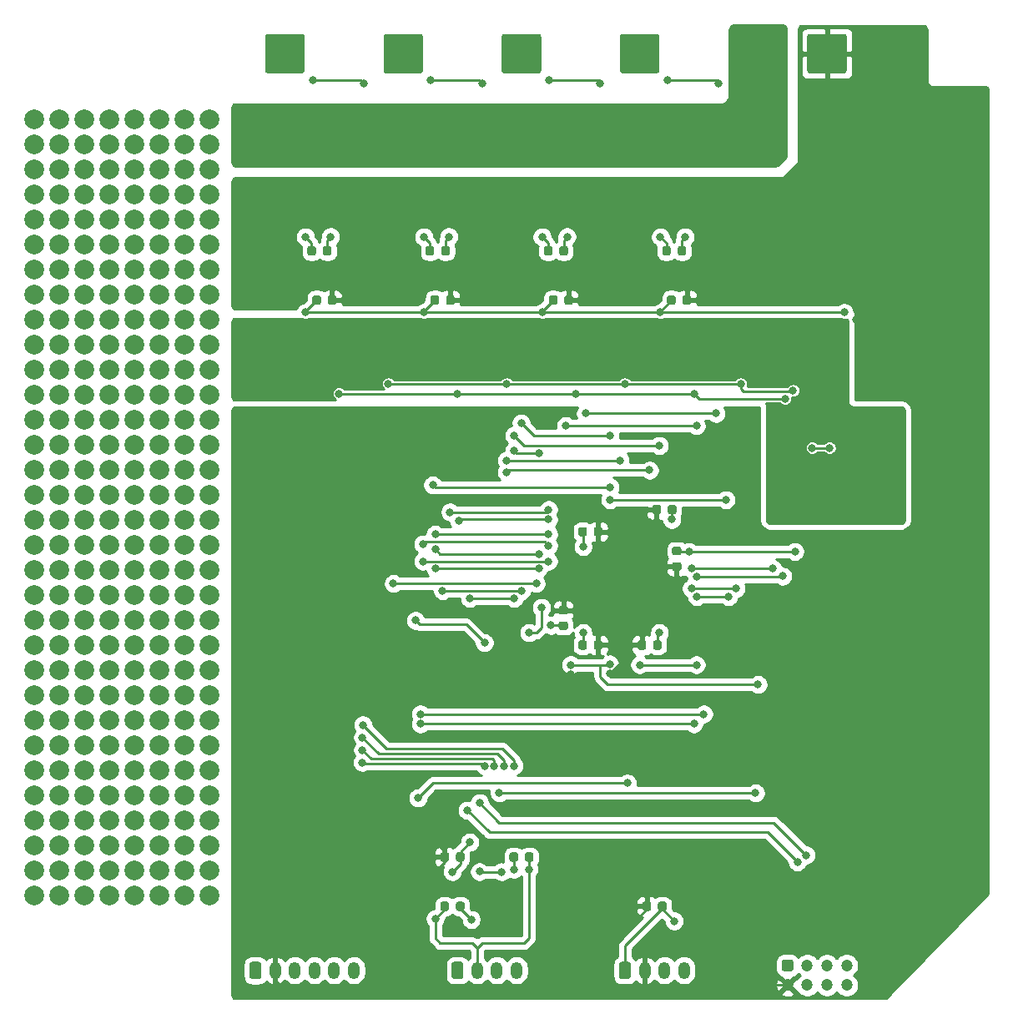
<source format=gbl>
%TF.GenerationSoftware,KiCad,Pcbnew,(5.1.10)-1*%
%TF.CreationDate,2022-10-01T12:24:56+09:00*%
%TF.ProjectId,quadBLDC,71756164-424c-4444-932e-6b696361645f,rev?*%
%TF.SameCoordinates,Original*%
%TF.FileFunction,Copper,L2,Bot*%
%TF.FilePolarity,Positive*%
%FSLAX46Y46*%
G04 Gerber Fmt 4.6, Leading zero omitted, Abs format (unit mm)*
G04 Created by KiCad (PCBNEW (5.1.10)-1) date 2022-10-01 12:24:56*
%MOMM*%
%LPD*%
G01*
G04 APERTURE LIST*
%TA.AperFunction,ComponentPad*%
%ADD10C,2.000000*%
%TD*%
%TA.AperFunction,ComponentPad*%
%ADD11O,1.200000X1.750000*%
%TD*%
%TA.AperFunction,ComponentPad*%
%ADD12C,1.200000*%
%TD*%
%TA.AperFunction,ViaPad*%
%ADD13C,0.800000*%
%TD*%
%TA.AperFunction,Conductor*%
%ADD14C,0.250000*%
%TD*%
%TA.AperFunction,Conductor*%
%ADD15C,0.254000*%
%TD*%
%TA.AperFunction,Conductor*%
%ADD16C,0.100000*%
%TD*%
G04 APERTURE END LIST*
D10*
%TO.P,REF\u002A\u002A,1*%
%TO.N,N/C*%
X5080000Y-12700000D03*
%TD*%
%TO.P,REF\u002A\u002A,1*%
%TO.N,N/C*%
X15240000Y-86360000D03*
%TD*%
%TO.P,REF\u002A\u002A,1*%
%TO.N,N/C*%
X20320000Y-12700000D03*
%TD*%
%TO.P,REF\u002A\u002A,1*%
%TO.N,N/C*%
X15240000Y-12700000D03*
%TD*%
%TO.P,REF\u002A\u002A,1*%
%TO.N,N/C*%
X10160000Y-86360000D03*
%TD*%
%TO.P,REF\u002A\u002A,1*%
%TO.N,N/C*%
X10160000Y-81280000D03*
%TD*%
%TO.P,REF\u002A\u002A,1*%
%TO.N,N/C*%
X20320000Y-86360000D03*
%TD*%
%TO.P,REF\u002A\u002A,1*%
%TO.N,N/C*%
X5080000Y-81280000D03*
%TD*%
%TO.P,REF\u002A\u002A,1*%
%TO.N,N/C*%
X12700000Y-86360000D03*
%TD*%
%TO.P,REF\u002A\u002A,1*%
%TO.N,N/C*%
X17780000Y-83820000D03*
%TD*%
%TO.P,REF\u002A\u002A,1*%
%TO.N,N/C*%
X2540000Y-83820000D03*
%TD*%
%TO.P,REF\u002A\u002A,1*%
%TO.N,N/C*%
X15240000Y-81280000D03*
%TD*%
%TO.P,REF\u002A\u002A,1*%
%TO.N,N/C*%
X20320000Y-83820000D03*
%TD*%
%TO.P,REF\u002A\u002A,1*%
%TO.N,N/C*%
X15240000Y-83820000D03*
%TD*%
%TO.P,REF\u002A\u002A,1*%
%TO.N,N/C*%
X7620000Y-83820000D03*
%TD*%
%TO.P,REF\u002A\u002A,1*%
%TO.N,N/C*%
X17780000Y-81280000D03*
%TD*%
%TO.P,REF\u002A\u002A,1*%
%TO.N,N/C*%
X5080000Y-83820000D03*
%TD*%
%TO.P,REF\u002A\u002A,1*%
%TO.N,N/C*%
X2540000Y-86360000D03*
%TD*%
%TO.P,REF\u002A\u002A,1*%
%TO.N,N/C*%
X7620000Y-86360000D03*
%TD*%
%TO.P,REF\u002A\u002A,1*%
%TO.N,N/C*%
X10160000Y-83820000D03*
%TD*%
%TO.P,REF\u002A\u002A,1*%
%TO.N,N/C*%
X20320000Y-81280000D03*
%TD*%
%TO.P,REF\u002A\u002A,1*%
%TO.N,N/C*%
X12700000Y-83820000D03*
%TD*%
%TO.P,REF\u002A\u002A,1*%
%TO.N,N/C*%
X2540000Y-81280000D03*
%TD*%
%TO.P,REF\u002A\u002A,1*%
%TO.N,N/C*%
X7620000Y-81280000D03*
%TD*%
%TO.P,REF\u002A\u002A,1*%
%TO.N,N/C*%
X17780000Y-86360000D03*
%TD*%
%TO.P,REF\u002A\u002A,1*%
%TO.N,N/C*%
X5080000Y-86360000D03*
%TD*%
%TO.P,REF\u002A\u002A,1*%
%TO.N,N/C*%
X12700000Y-81280000D03*
%TD*%
%TO.P,REF\u002A\u002A,1*%
%TO.N,N/C*%
X12700000Y-12700000D03*
%TD*%
%TO.P,REF\u002A\u002A,1*%
%TO.N,N/C*%
X2540000Y-12700000D03*
%TD*%
%TO.P,REF\u002A\u002A,1*%
%TO.N,N/C*%
X10160000Y-12700000D03*
%TD*%
%TO.P,REF\u002A\u002A,1*%
%TO.N,N/C*%
X17780000Y-12700000D03*
%TD*%
%TO.P,REF\u002A\u002A,1*%
%TO.N,N/C*%
X20320000Y-10160000D03*
%TD*%
%TO.P,REF\u002A\u002A,1*%
%TO.N,N/C*%
X7620000Y-10160000D03*
%TD*%
%TO.P,REF\u002A\u002A,1*%
%TO.N,N/C*%
X15240000Y-10160000D03*
%TD*%
%TO.P,REF\u002A\u002A,1*%
%TO.N,N/C*%
X7620000Y-12700000D03*
%TD*%
%TO.P,REF\u002A\u002A,1*%
%TO.N,N/C*%
X12700000Y-10160000D03*
%TD*%
%TO.P,REF\u002A\u002A,1*%
%TO.N,N/C*%
X5080000Y-10160000D03*
%TD*%
%TO.P,REF\u002A\u002A,1*%
%TO.N,N/C*%
X17780000Y-10160000D03*
%TD*%
%TO.P,REF\u002A\u002A,1*%
%TO.N,N/C*%
X2540000Y-10160000D03*
%TD*%
%TO.P,REF\u002A\u002A,1*%
%TO.N,N/C*%
X10160000Y-10160000D03*
%TD*%
%TO.P,REF\u002A\u002A,1*%
%TO.N,N/C*%
X2540000Y-40640000D03*
%TD*%
%TO.P,REF\u002A\u002A,1*%
%TO.N,N/C*%
X12700000Y-43180000D03*
%TD*%
%TO.P,REF\u002A\u002A,1*%
%TO.N,N/C*%
X5080000Y-45720000D03*
%TD*%
%TO.P,REF\u002A\u002A,1*%
%TO.N,N/C*%
X7620000Y-48260000D03*
%TD*%
%TO.P,REF\u002A\u002A,1*%
%TO.N,N/C*%
X5080000Y-43180000D03*
%TD*%
%TO.P,REF\u002A\u002A,1*%
%TO.N,N/C*%
X10160000Y-48260000D03*
%TD*%
%TO.P,REF\u002A\u002A,1*%
%TO.N,N/C*%
X5080000Y-40640000D03*
%TD*%
%TO.P,REF\u002A\u002A,1*%
%TO.N,N/C*%
X12700000Y-40640000D03*
%TD*%
%TO.P,REF\u002A\u002A,1*%
%TO.N,N/C*%
X5080000Y-48260000D03*
%TD*%
%TO.P,REF\u002A\u002A,1*%
%TO.N,N/C*%
X17780000Y-43180000D03*
%TD*%
%TO.P,REF\u002A\u002A,1*%
%TO.N,N/C*%
X17780000Y-48260000D03*
%TD*%
%TO.P,REF\u002A\u002A,1*%
%TO.N,N/C*%
X2540000Y-45720000D03*
%TD*%
%TO.P,REF\u002A\u002A,1*%
%TO.N,N/C*%
X20320000Y-43180000D03*
%TD*%
%TO.P,REF\u002A\u002A,1*%
%TO.N,N/C*%
X17780000Y-45720000D03*
%TD*%
%TO.P,REF\u002A\u002A,1*%
%TO.N,N/C*%
X10160000Y-43180000D03*
%TD*%
%TO.P,REF\u002A\u002A,1*%
%TO.N,N/C*%
X7620000Y-43180000D03*
%TD*%
%TO.P,REF\u002A\u002A,1*%
%TO.N,N/C*%
X15240000Y-48260000D03*
%TD*%
%TO.P,REF\u002A\u002A,1*%
%TO.N,N/C*%
X20320000Y-40640000D03*
%TD*%
%TO.P,REF\u002A\u002A,1*%
%TO.N,N/C*%
X20320000Y-45720000D03*
%TD*%
%TO.P,REF\u002A\u002A,1*%
%TO.N,N/C*%
X10160000Y-40640000D03*
%TD*%
%TO.P,REF\u002A\u002A,1*%
%TO.N,N/C*%
X7620000Y-40640000D03*
%TD*%
%TO.P,REF\u002A\u002A,1*%
%TO.N,N/C*%
X2540000Y-43180000D03*
%TD*%
%TO.P,REF\u002A\u002A,1*%
%TO.N,N/C*%
X17780000Y-40640000D03*
%TD*%
%TO.P,REF\u002A\u002A,1*%
%TO.N,N/C*%
X15240000Y-40640000D03*
%TD*%
%TO.P,REF\u002A\u002A,1*%
%TO.N,N/C*%
X15240000Y-43180000D03*
%TD*%
%TO.P,REF\u002A\u002A,1*%
%TO.N,N/C*%
X12700000Y-48260000D03*
%TD*%
%TO.P,REF\u002A\u002A,1*%
%TO.N,N/C*%
X15240000Y-76200000D03*
%TD*%
%TO.P,REF\u002A\u002A,1*%
%TO.N,N/C*%
X10160000Y-76200000D03*
%TD*%
%TO.P,REF\u002A\u002A,1*%
%TO.N,N/C*%
X10160000Y-78740000D03*
%TD*%
%TO.P,REF\u002A\u002A,1*%
%TO.N,N/C*%
X12700000Y-76200000D03*
%TD*%
%TO.P,REF\u002A\u002A,1*%
%TO.N,N/C*%
X20320000Y-76200000D03*
%TD*%
%TO.P,REF\u002A\u002A,1*%
%TO.N,N/C*%
X20320000Y-78740000D03*
%TD*%
%TO.P,REF\u002A\u002A,1*%
%TO.N,N/C*%
X7620000Y-78740000D03*
%TD*%
%TO.P,REF\u002A\u002A,1*%
%TO.N,N/C*%
X12700000Y-78740000D03*
%TD*%
%TO.P,REF\u002A\u002A,1*%
%TO.N,N/C*%
X15240000Y-78740000D03*
%TD*%
%TO.P,REF\u002A\u002A,1*%
%TO.N,N/C*%
X7620000Y-76200000D03*
%TD*%
%TO.P,REF\u002A\u002A,1*%
%TO.N,N/C*%
X2540000Y-78740000D03*
%TD*%
%TO.P,REF\u002A\u002A,1*%
%TO.N,N/C*%
X2540000Y-76200000D03*
%TD*%
%TO.P,REF\u002A\u002A,1*%
%TO.N,N/C*%
X17780000Y-76200000D03*
%TD*%
%TO.P,REF\u002A\u002A,1*%
%TO.N,N/C*%
X5080000Y-76200000D03*
%TD*%
%TO.P,REF\u002A\u002A,1*%
%TO.N,N/C*%
X17780000Y-78740000D03*
%TD*%
%TO.P,REF\u002A\u002A,1*%
%TO.N,N/C*%
X5080000Y-78740000D03*
%TD*%
%TO.P,REF\u002A\u002A,1*%
%TO.N,N/C*%
X2540000Y-73660000D03*
%TD*%
%TO.P,REF\u002A\u002A,1*%
%TO.N,N/C*%
X20320000Y-73660000D03*
%TD*%
%TO.P,REF\u002A\u002A,1*%
%TO.N,N/C*%
X15240000Y-71120000D03*
%TD*%
%TO.P,REF\u002A\u002A,1*%
%TO.N,N/C*%
X10160000Y-71120000D03*
%TD*%
%TO.P,REF\u002A\u002A,1*%
%TO.N,N/C*%
X12700000Y-71120000D03*
%TD*%
%TO.P,REF\u002A\u002A,1*%
%TO.N,N/C*%
X7620000Y-71120000D03*
%TD*%
%TO.P,REF\u002A\u002A,1*%
%TO.N,N/C*%
X17780000Y-58420000D03*
%TD*%
%TO.P,REF\u002A\u002A,1*%
%TO.N,N/C*%
X7620000Y-66040000D03*
%TD*%
%TO.P,REF\u002A\u002A,1*%
%TO.N,N/C*%
X17780000Y-66040000D03*
%TD*%
%TO.P,REF\u002A\u002A,1*%
%TO.N,N/C*%
X5080000Y-68580000D03*
%TD*%
%TO.P,REF\u002A\u002A,1*%
%TO.N,N/C*%
X7620000Y-73660000D03*
%TD*%
%TO.P,REF\u002A\u002A,1*%
%TO.N,N/C*%
X2540000Y-63500000D03*
%TD*%
%TO.P,REF\u002A\u002A,1*%
%TO.N,N/C*%
X20320000Y-71120000D03*
%TD*%
%TO.P,REF\u002A\u002A,1*%
%TO.N,N/C*%
X10160000Y-66040000D03*
%TD*%
%TO.P,REF\u002A\u002A,1*%
%TO.N,N/C*%
X12700000Y-68580000D03*
%TD*%
%TO.P,REF\u002A\u002A,1*%
%TO.N,N/C*%
X2540000Y-68580000D03*
%TD*%
%TO.P,REF\u002A\u002A,1*%
%TO.N,N/C*%
X2540000Y-71120000D03*
%TD*%
%TO.P,REF\u002A\u002A,1*%
%TO.N,N/C*%
X15240000Y-73660000D03*
%TD*%
%TO.P,REF\u002A\u002A,1*%
%TO.N,N/C*%
X12700000Y-66040000D03*
%TD*%
%TO.P,REF\u002A\u002A,1*%
%TO.N,N/C*%
X17780000Y-71120000D03*
%TD*%
%TO.P,REF\u002A\u002A,1*%
%TO.N,N/C*%
X10160000Y-68580000D03*
%TD*%
%TO.P,REF\u002A\u002A,1*%
%TO.N,N/C*%
X15240000Y-68580000D03*
%TD*%
%TO.P,REF\u002A\u002A,1*%
%TO.N,N/C*%
X5080000Y-73660000D03*
%TD*%
%TO.P,REF\u002A\u002A,1*%
%TO.N,N/C*%
X10160000Y-73660000D03*
%TD*%
%TO.P,REF\u002A\u002A,1*%
%TO.N,N/C*%
X2540000Y-66040000D03*
%TD*%
%TO.P,REF\u002A\u002A,1*%
%TO.N,N/C*%
X5080000Y-66040000D03*
%TD*%
%TO.P,REF\u002A\u002A,1*%
%TO.N,N/C*%
X12700000Y-73660000D03*
%TD*%
%TO.P,REF\u002A\u002A,1*%
%TO.N,N/C*%
X5080000Y-71120000D03*
%TD*%
%TO.P,REF\u002A\u002A,1*%
%TO.N,N/C*%
X20320000Y-66040000D03*
%TD*%
%TO.P,REF\u002A\u002A,1*%
%TO.N,N/C*%
X17780000Y-68580000D03*
%TD*%
%TO.P,REF\u002A\u002A,1*%
%TO.N,N/C*%
X20320000Y-63500000D03*
%TD*%
%TO.P,REF\u002A\u002A,1*%
%TO.N,N/C*%
X15240000Y-60960000D03*
%TD*%
%TO.P,REF\u002A\u002A,1*%
%TO.N,N/C*%
X20320000Y-60960000D03*
%TD*%
%TO.P,REF\u002A\u002A,1*%
%TO.N,N/C*%
X12700000Y-60960000D03*
%TD*%
%TO.P,REF\u002A\u002A,1*%
%TO.N,N/C*%
X17780000Y-73660000D03*
%TD*%
%TO.P,REF\u002A\u002A,1*%
%TO.N,N/C*%
X15240000Y-66040000D03*
%TD*%
%TO.P,REF\u002A\u002A,1*%
%TO.N,N/C*%
X10160000Y-60960000D03*
%TD*%
%TO.P,REF\u002A\u002A,1*%
%TO.N,N/C*%
X5080000Y-55880000D03*
%TD*%
%TO.P,REF\u002A\u002A,1*%
%TO.N,N/C*%
X20320000Y-68580000D03*
%TD*%
%TO.P,REF\u002A\u002A,1*%
%TO.N,N/C*%
X10160000Y-55880000D03*
%TD*%
%TO.P,REF\u002A\u002A,1*%
%TO.N,N/C*%
X10160000Y-63500000D03*
%TD*%
%TO.P,REF\u002A\u002A,1*%
%TO.N,N/C*%
X7620000Y-68580000D03*
%TD*%
%TO.P,REF\u002A\u002A,1*%
%TO.N,N/C*%
X2540000Y-60960000D03*
%TD*%
%TO.P,REF\u002A\u002A,1*%
%TO.N,N/C*%
X2540000Y-58420000D03*
%TD*%
%TO.P,REF\u002A\u002A,1*%
%TO.N,N/C*%
X15240000Y-58420000D03*
%TD*%
%TO.P,REF\u002A\u002A,1*%
%TO.N,N/C*%
X7620000Y-58420000D03*
%TD*%
%TO.P,REF\u002A\u002A,1*%
%TO.N,N/C*%
X12700000Y-58420000D03*
%TD*%
%TO.P,REF\u002A\u002A,1*%
%TO.N,N/C*%
X15240000Y-55880000D03*
%TD*%
%TO.P,REF\u002A\u002A,1*%
%TO.N,N/C*%
X7620000Y-63500000D03*
%TD*%
%TO.P,REF\u002A\u002A,1*%
%TO.N,N/C*%
X17780000Y-60960000D03*
%TD*%
%TO.P,REF\u002A\u002A,1*%
%TO.N,N/C*%
X5080000Y-60960000D03*
%TD*%
%TO.P,REF\u002A\u002A,1*%
%TO.N,N/C*%
X15240000Y-63500000D03*
%TD*%
%TO.P,REF\u002A\u002A,1*%
%TO.N,N/C*%
X10160000Y-58420000D03*
%TD*%
%TO.P,REF\u002A\u002A,1*%
%TO.N,N/C*%
X17780000Y-63500000D03*
%TD*%
%TO.P,REF\u002A\u002A,1*%
%TO.N,N/C*%
X12700000Y-55880000D03*
%TD*%
%TO.P,REF\u002A\u002A,1*%
%TO.N,N/C*%
X5080000Y-58420000D03*
%TD*%
%TO.P,REF\u002A\u002A,1*%
%TO.N,N/C*%
X7620000Y-60960000D03*
%TD*%
%TO.P,REF\u002A\u002A,1*%
%TO.N,N/C*%
X12700000Y-63500000D03*
%TD*%
%TO.P,REF\u002A\u002A,1*%
%TO.N,N/C*%
X20320000Y-58420000D03*
%TD*%
%TO.P,REF\u002A\u002A,1*%
%TO.N,N/C*%
X17780000Y-55880000D03*
%TD*%
%TO.P,REF\u002A\u002A,1*%
%TO.N,N/C*%
X20320000Y-55880000D03*
%TD*%
%TO.P,REF\u002A\u002A,1*%
%TO.N,N/C*%
X2540000Y-55880000D03*
%TD*%
%TO.P,REF\u002A\u002A,1*%
%TO.N,N/C*%
X7620000Y-55880000D03*
%TD*%
%TO.P,REF\u002A\u002A,1*%
%TO.N,N/C*%
X5080000Y-63500000D03*
%TD*%
%TO.P,REF\u002A\u002A,1*%
%TO.N,N/C*%
X15240000Y-50800000D03*
%TD*%
%TO.P,REF\u002A\u002A,1*%
%TO.N,N/C*%
X10160000Y-50800000D03*
%TD*%
%TO.P,REF\u002A\u002A,1*%
%TO.N,N/C*%
X10160000Y-53340000D03*
%TD*%
%TO.P,REF\u002A\u002A,1*%
%TO.N,N/C*%
X12700000Y-50800000D03*
%TD*%
%TO.P,REF\u002A\u002A,1*%
%TO.N,N/C*%
X2540000Y-48260000D03*
%TD*%
%TO.P,REF\u002A\u002A,1*%
%TO.N,N/C*%
X17780000Y-50800000D03*
%TD*%
%TO.P,REF\u002A\u002A,1*%
%TO.N,N/C*%
X10160000Y-45720000D03*
%TD*%
%TO.P,REF\u002A\u002A,1*%
%TO.N,N/C*%
X5080000Y-53340000D03*
%TD*%
%TO.P,REF\u002A\u002A,1*%
%TO.N,N/C*%
X15240000Y-53340000D03*
%TD*%
%TO.P,REF\u002A\u002A,1*%
%TO.N,N/C*%
X20320000Y-50800000D03*
%TD*%
%TO.P,REF\u002A\u002A,1*%
%TO.N,N/C*%
X7620000Y-45720000D03*
%TD*%
%TO.P,REF\u002A\u002A,1*%
%TO.N,N/C*%
X2540000Y-53340000D03*
%TD*%
%TO.P,REF\u002A\u002A,1*%
%TO.N,N/C*%
X12700000Y-53340000D03*
%TD*%
%TO.P,REF\u002A\u002A,1*%
%TO.N,N/C*%
X5080000Y-50800000D03*
%TD*%
%TO.P,REF\u002A\u002A,1*%
%TO.N,N/C*%
X17780000Y-53340000D03*
%TD*%
%TO.P,REF\u002A\u002A,1*%
%TO.N,N/C*%
X20320000Y-48260000D03*
%TD*%
%TO.P,REF\u002A\u002A,1*%
%TO.N,N/C*%
X15240000Y-45720000D03*
%TD*%
%TO.P,REF\u002A\u002A,1*%
%TO.N,N/C*%
X20320000Y-53340000D03*
%TD*%
%TO.P,REF\u002A\u002A,1*%
%TO.N,N/C*%
X12700000Y-45720000D03*
%TD*%
%TO.P,REF\u002A\u002A,1*%
%TO.N,N/C*%
X7620000Y-50800000D03*
%TD*%
%TO.P,REF\u002A\u002A,1*%
%TO.N,N/C*%
X2540000Y-50800000D03*
%TD*%
%TO.P,REF\u002A\u002A,1*%
%TO.N,N/C*%
X7620000Y-53340000D03*
%TD*%
%TO.P,REF\u002A\u002A,1*%
%TO.N,N/C*%
X5080000Y-20320000D03*
%TD*%
%TO.P,REF\u002A\u002A,1*%
%TO.N,N/C*%
X5080000Y-15240000D03*
%TD*%
%TO.P,REF\u002A\u002A,1*%
%TO.N,N/C*%
X12700000Y-15240000D03*
%TD*%
%TO.P,REF\u002A\u002A,1*%
%TO.N,N/C*%
X12700000Y-17780000D03*
%TD*%
%TO.P,REF\u002A\u002A,1*%
%TO.N,N/C*%
X17780000Y-22860000D03*
%TD*%
%TO.P,REF\u002A\u002A,1*%
%TO.N,N/C*%
X2540000Y-15240000D03*
%TD*%
%TO.P,REF\u002A\u002A,1*%
%TO.N,N/C*%
X2540000Y-20320000D03*
%TD*%
%TO.P,REF\u002A\u002A,1*%
%TO.N,N/C*%
X15240000Y-22860000D03*
%TD*%
%TO.P,REF\u002A\u002A,1*%
%TO.N,N/C*%
X12700000Y-22860000D03*
%TD*%
%TO.P,REF\u002A\u002A,1*%
%TO.N,N/C*%
X5080000Y-22860000D03*
%TD*%
%TO.P,REF\u002A\u002A,1*%
%TO.N,N/C*%
X20320000Y-15240000D03*
%TD*%
%TO.P,REF\u002A\u002A,1*%
%TO.N,N/C*%
X7620000Y-17780000D03*
%TD*%
%TO.P,REF\u002A\u002A,1*%
%TO.N,N/C*%
X10160000Y-22860000D03*
%TD*%
%TO.P,REF\u002A\u002A,1*%
%TO.N,N/C*%
X10160000Y-15240000D03*
%TD*%
%TO.P,REF\u002A\u002A,1*%
%TO.N,N/C*%
X15240000Y-17780000D03*
%TD*%
%TO.P,REF\u002A\u002A,1*%
%TO.N,N/C*%
X2540000Y-17780000D03*
%TD*%
%TO.P,REF\u002A\u002A,1*%
%TO.N,N/C*%
X20320000Y-17780000D03*
%TD*%
%TO.P,REF\u002A\u002A,1*%
%TO.N,N/C*%
X15240000Y-15240000D03*
%TD*%
%TO.P,REF\u002A\u002A,1*%
%TO.N,N/C*%
X10160000Y-17780000D03*
%TD*%
%TO.P,REF\u002A\u002A,1*%
%TO.N,N/C*%
X17780000Y-20320000D03*
%TD*%
%TO.P,REF\u002A\u002A,1*%
%TO.N,N/C*%
X17780000Y-17780000D03*
%TD*%
%TO.P,REF\u002A\u002A,1*%
%TO.N,N/C*%
X10160000Y-38100000D03*
%TD*%
%TO.P,REF\u002A\u002A,1*%
%TO.N,N/C*%
X2540000Y-38100000D03*
%TD*%
%TO.P,REF\u002A\u002A,1*%
%TO.N,N/C*%
X5080000Y-33020000D03*
%TD*%
%TO.P,REF\u002A\u002A,1*%
%TO.N,N/C*%
X15240000Y-38100000D03*
%TD*%
%TO.P,REF\u002A\u002A,1*%
%TO.N,N/C*%
X2540000Y-33020000D03*
%TD*%
%TO.P,REF\u002A\u002A,1*%
%TO.N,N/C*%
X20320000Y-33020000D03*
%TD*%
%TO.P,REF\u002A\u002A,1*%
%TO.N,N/C*%
X17780000Y-30480000D03*
%TD*%
%TO.P,REF\u002A\u002A,1*%
%TO.N,N/C*%
X15240000Y-35560000D03*
%TD*%
%TO.P,REF\u002A\u002A,1*%
%TO.N,N/C*%
X10160000Y-30480000D03*
%TD*%
%TO.P,REF\u002A\u002A,1*%
%TO.N,N/C*%
X20320000Y-35560000D03*
%TD*%
%TO.P,REF\u002A\u002A,1*%
%TO.N,N/C*%
X5080000Y-30480000D03*
%TD*%
%TO.P,REF\u002A\u002A,1*%
%TO.N,N/C*%
X20320000Y-38100000D03*
%TD*%
%TO.P,REF\u002A\u002A,1*%
%TO.N,N/C*%
X10160000Y-35560000D03*
%TD*%
%TO.P,REF\u002A\u002A,1*%
%TO.N,N/C*%
X12700000Y-35560000D03*
%TD*%
%TO.P,REF\u002A\u002A,1*%
%TO.N,N/C*%
X17780000Y-33020000D03*
%TD*%
%TO.P,REF\u002A\u002A,1*%
%TO.N,N/C*%
X7620000Y-38100000D03*
%TD*%
%TO.P,REF\u002A\u002A,1*%
%TO.N,N/C*%
X12700000Y-38100000D03*
%TD*%
%TO.P,REF\u002A\u002A,1*%
%TO.N,N/C*%
X15240000Y-30480000D03*
%TD*%
%TO.P,REF\u002A\u002A,1*%
%TO.N,N/C*%
X15240000Y-33020000D03*
%TD*%
%TO.P,REF\u002A\u002A,1*%
%TO.N,N/C*%
X7620000Y-33020000D03*
%TD*%
%TO.P,REF\u002A\u002A,1*%
%TO.N,N/C*%
X2540000Y-35560000D03*
%TD*%
%TO.P,REF\u002A\u002A,1*%
%TO.N,N/C*%
X7620000Y-35560000D03*
%TD*%
%TO.P,REF\u002A\u002A,1*%
%TO.N,N/C*%
X10160000Y-33020000D03*
%TD*%
%TO.P,REF\u002A\u002A,1*%
%TO.N,N/C*%
X20320000Y-30480000D03*
%TD*%
%TO.P,REF\u002A\u002A,1*%
%TO.N,N/C*%
X12700000Y-33020000D03*
%TD*%
%TO.P,REF\u002A\u002A,1*%
%TO.N,N/C*%
X2540000Y-30480000D03*
%TD*%
%TO.P,REF\u002A\u002A,1*%
%TO.N,N/C*%
X17780000Y-35560000D03*
%TD*%
%TO.P,REF\u002A\u002A,1*%
%TO.N,N/C*%
X5080000Y-35560000D03*
%TD*%
%TO.P,REF\u002A\u002A,1*%
%TO.N,N/C*%
X12700000Y-30480000D03*
%TD*%
%TO.P,REF\u002A\u002A,1*%
%TO.N,N/C*%
X15240000Y-25400000D03*
%TD*%
%TO.P,REF\u002A\u002A,1*%
%TO.N,N/C*%
X10160000Y-25400000D03*
%TD*%
%TO.P,REF\u002A\u002A,1*%
%TO.N,N/C*%
X5080000Y-38100000D03*
%TD*%
%TO.P,REF\u002A\u002A,1*%
%TO.N,N/C*%
X10160000Y-27940000D03*
%TD*%
%TO.P,REF\u002A\u002A,1*%
%TO.N,N/C*%
X20320000Y-25400000D03*
%TD*%
%TO.P,REF\u002A\u002A,1*%
%TO.N,N/C*%
X7620000Y-27940000D03*
%TD*%
%TO.P,REF\u002A\u002A,1*%
%TO.N,N/C*%
X7620000Y-30480000D03*
%TD*%
%TO.P,REF\u002A\u002A,1*%
%TO.N,N/C*%
X12700000Y-27940000D03*
%TD*%
%TO.P,REF\u002A\u002A,1*%
%TO.N,N/C*%
X15240000Y-27940000D03*
%TD*%
%TO.P,REF\u002A\u002A,1*%
%TO.N,N/C*%
X20320000Y-27940000D03*
%TD*%
%TO.P,REF\u002A\u002A,1*%
%TO.N,N/C*%
X17780000Y-38100000D03*
%TD*%
%TO.P,REF\u002A\u002A,1*%
%TO.N,N/C*%
X12700000Y-25400000D03*
%TD*%
%TO.P,REF\u002A\u002A,1*%
%TO.N,N/C*%
X5080000Y-27940000D03*
%TD*%
%TO.P,REF\u002A\u002A,1*%
%TO.N,N/C*%
X2540000Y-22860000D03*
%TD*%
%TO.P,REF\u002A\u002A,1*%
%TO.N,N/C*%
X17780000Y-25400000D03*
%TD*%
%TO.P,REF\u002A\u002A,1*%
%TO.N,N/C*%
X10160000Y-20320000D03*
%TD*%
%TO.P,REF\u002A\u002A,1*%
%TO.N,N/C*%
X7620000Y-20320000D03*
%TD*%
%TO.P,REF\u002A\u002A,1*%
%TO.N,N/C*%
X7620000Y-15240000D03*
%TD*%
%TO.P,REF\u002A\u002A,1*%
%TO.N,N/C*%
X5080000Y-17780000D03*
%TD*%
%TO.P,REF\u002A\u002A,1*%
%TO.N,N/C*%
X15240000Y-20320000D03*
%TD*%
%TO.P,REF\u002A\u002A,1*%
%TO.N,N/C*%
X17780000Y-15240000D03*
%TD*%
%TO.P,REF\u002A\u002A,1*%
%TO.N,N/C*%
X12700000Y-20320000D03*
%TD*%
%TO.P,REF\u002A\u002A,1*%
%TO.N,N/C*%
X20320000Y-22860000D03*
%TD*%
%TO.P,REF\u002A\u002A,1*%
%TO.N,N/C*%
X2540000Y-27940000D03*
%TD*%
%TO.P,REF\u002A\u002A,1*%
%TO.N,N/C*%
X7620000Y-22860000D03*
%TD*%
%TO.P,REF\u002A\u002A,1*%
%TO.N,N/C*%
X20320000Y-20320000D03*
%TD*%
%TO.P,REF\u002A\u002A,1*%
%TO.N,N/C*%
X2540000Y-25400000D03*
%TD*%
%TO.P,REF\u002A\u002A,1*%
%TO.N,N/C*%
X5080000Y-25400000D03*
%TD*%
%TO.P,REF\u002A\u002A,1*%
%TO.N,N/C*%
X7620000Y-25400000D03*
%TD*%
%TO.P,REF\u002A\u002A,1*%
%TO.N,N/C*%
X17780000Y-27940000D03*
%TD*%
%TO.P,REF\u002A\u002A,1*%
%TO.N,N/C*%
X20320000Y-88900000D03*
%TD*%
%TO.P,REF\u002A\u002A,1*%
%TO.N,N/C*%
X10160000Y-88900000D03*
%TD*%
%TO.P,REF\u002A\u002A,1*%
%TO.N,N/C*%
X7620000Y-88900000D03*
%TD*%
%TO.P,REF\u002A\u002A,1*%
%TO.N,N/C*%
X12700000Y-88900000D03*
%TD*%
%TO.P,REF\u002A\u002A,1*%
%TO.N,N/C*%
X15240000Y-88900000D03*
%TD*%
%TO.P,REF\u002A\u002A,1*%
%TO.N,N/C*%
X17780000Y-88900000D03*
%TD*%
%TO.P,REF\u002A\u002A,1*%
%TO.N,N/C*%
X5080000Y-88900000D03*
%TD*%
%TO.P,REF\u002A\u002A,1*%
%TO.N,N/C*%
X2540000Y-88900000D03*
%TD*%
%TO.P,C2,1*%
%TO.N,GND*%
%TA.AperFunction,SMDPad,CuDef*%
G36*
G01*
X69225000Y-28243750D02*
X69225000Y-28756250D01*
G75*
G02*
X69006250Y-28975000I-218750J0D01*
G01*
X68568750Y-28975000D01*
G75*
G02*
X68350000Y-28756250I0J218750D01*
G01*
X68350000Y-28243750D01*
G75*
G02*
X68568750Y-28025000I218750J0D01*
G01*
X69006250Y-28025000D01*
G75*
G02*
X69225000Y-28243750I0J-218750D01*
G01*
G37*
%TD.AperFunction*%
%TO.P,C2,2*%
%TO.N,+12V*%
%TA.AperFunction,SMDPad,CuDef*%
G36*
G01*
X67650000Y-28243750D02*
X67650000Y-28756250D01*
G75*
G02*
X67431250Y-28975000I-218750J0D01*
G01*
X66993750Y-28975000D01*
G75*
G02*
X66775000Y-28756250I0J218750D01*
G01*
X66775000Y-28243750D01*
G75*
G02*
X66993750Y-28025000I218750J0D01*
G01*
X67431250Y-28025000D01*
G75*
G02*
X67650000Y-28243750I0J-218750D01*
G01*
G37*
%TD.AperFunction*%
%TD*%
%TO.P,C3,2*%
%TO.N,/Inverter/VOUT_A*%
%TA.AperFunction,SMDPad,CuDef*%
G36*
G01*
X67850000Y-23756250D02*
X67850000Y-23243750D01*
G75*
G02*
X68068750Y-23025000I218750J0D01*
G01*
X68506250Y-23025000D01*
G75*
G02*
X68725000Y-23243750I0J-218750D01*
G01*
X68725000Y-23756250D01*
G75*
G02*
X68506250Y-23975000I-218750J0D01*
G01*
X68068750Y-23975000D01*
G75*
G02*
X67850000Y-23756250I0J218750D01*
G01*
G37*
%TD.AperFunction*%
%TO.P,C3,1*%
%TO.N,Net-(C3-Pad1)*%
%TA.AperFunction,SMDPad,CuDef*%
G36*
G01*
X66275000Y-23756250D02*
X66275000Y-23243750D01*
G75*
G02*
X66493750Y-23025000I218750J0D01*
G01*
X66931250Y-23025000D01*
G75*
G02*
X67150000Y-23243750I0J-218750D01*
G01*
X67150000Y-23756250D01*
G75*
G02*
X66931250Y-23975000I-218750J0D01*
G01*
X66493750Y-23975000D01*
G75*
G02*
X66275000Y-23756250I0J218750D01*
G01*
G37*
%TD.AperFunction*%
%TD*%
%TO.P,C8,2*%
%TO.N,+12V*%
%TA.AperFunction,SMDPad,CuDef*%
G36*
G01*
X55650000Y-28243750D02*
X55650000Y-28756250D01*
G75*
G02*
X55431250Y-28975000I-218750J0D01*
G01*
X54993750Y-28975000D01*
G75*
G02*
X54775000Y-28756250I0J218750D01*
G01*
X54775000Y-28243750D01*
G75*
G02*
X54993750Y-28025000I218750J0D01*
G01*
X55431250Y-28025000D01*
G75*
G02*
X55650000Y-28243750I0J-218750D01*
G01*
G37*
%TD.AperFunction*%
%TO.P,C8,1*%
%TO.N,GND*%
%TA.AperFunction,SMDPad,CuDef*%
G36*
G01*
X57225000Y-28243750D02*
X57225000Y-28756250D01*
G75*
G02*
X57006250Y-28975000I-218750J0D01*
G01*
X56568750Y-28975000D01*
G75*
G02*
X56350000Y-28756250I0J218750D01*
G01*
X56350000Y-28243750D01*
G75*
G02*
X56568750Y-28025000I218750J0D01*
G01*
X57006250Y-28025000D01*
G75*
G02*
X57225000Y-28243750I0J-218750D01*
G01*
G37*
%TD.AperFunction*%
%TD*%
%TO.P,C11,2*%
%TO.N,/Inverter/VOUT_B*%
%TA.AperFunction,SMDPad,CuDef*%
G36*
G01*
X55850000Y-23756250D02*
X55850000Y-23243750D01*
G75*
G02*
X56068750Y-23025000I218750J0D01*
G01*
X56506250Y-23025000D01*
G75*
G02*
X56725000Y-23243750I0J-218750D01*
G01*
X56725000Y-23756250D01*
G75*
G02*
X56506250Y-23975000I-218750J0D01*
G01*
X56068750Y-23975000D01*
G75*
G02*
X55850000Y-23756250I0J218750D01*
G01*
G37*
%TD.AperFunction*%
%TO.P,C11,1*%
%TO.N,Net-(C11-Pad1)*%
%TA.AperFunction,SMDPad,CuDef*%
G36*
G01*
X54275000Y-23756250D02*
X54275000Y-23243750D01*
G75*
G02*
X54493750Y-23025000I218750J0D01*
G01*
X54931250Y-23025000D01*
G75*
G02*
X55150000Y-23243750I0J-218750D01*
G01*
X55150000Y-23756250D01*
G75*
G02*
X54931250Y-23975000I-218750J0D01*
G01*
X54493750Y-23975000D01*
G75*
G02*
X54275000Y-23756250I0J218750D01*
G01*
G37*
%TD.AperFunction*%
%TD*%
%TO.P,C16,2*%
%TO.N,+12V*%
%TA.AperFunction,SMDPad,CuDef*%
G36*
G01*
X43650000Y-28243750D02*
X43650000Y-28756250D01*
G75*
G02*
X43431250Y-28975000I-218750J0D01*
G01*
X42993750Y-28975000D01*
G75*
G02*
X42775000Y-28756250I0J218750D01*
G01*
X42775000Y-28243750D01*
G75*
G02*
X42993750Y-28025000I218750J0D01*
G01*
X43431250Y-28025000D01*
G75*
G02*
X43650000Y-28243750I0J-218750D01*
G01*
G37*
%TD.AperFunction*%
%TO.P,C16,1*%
%TO.N,GND*%
%TA.AperFunction,SMDPad,CuDef*%
G36*
G01*
X45225000Y-28243750D02*
X45225000Y-28756250D01*
G75*
G02*
X45006250Y-28975000I-218750J0D01*
G01*
X44568750Y-28975000D01*
G75*
G02*
X44350000Y-28756250I0J218750D01*
G01*
X44350000Y-28243750D01*
G75*
G02*
X44568750Y-28025000I218750J0D01*
G01*
X45006250Y-28025000D01*
G75*
G02*
X45225000Y-28243750I0J-218750D01*
G01*
G37*
%TD.AperFunction*%
%TD*%
%TO.P,C18,1*%
%TO.N,Net-(C18-Pad1)*%
%TA.AperFunction,SMDPad,CuDef*%
G36*
G01*
X42275000Y-23756250D02*
X42275000Y-23243750D01*
G75*
G02*
X42493750Y-23025000I218750J0D01*
G01*
X42931250Y-23025000D01*
G75*
G02*
X43150000Y-23243750I0J-218750D01*
G01*
X43150000Y-23756250D01*
G75*
G02*
X42931250Y-23975000I-218750J0D01*
G01*
X42493750Y-23975000D01*
G75*
G02*
X42275000Y-23756250I0J218750D01*
G01*
G37*
%TD.AperFunction*%
%TO.P,C18,2*%
%TO.N,/Inverter/VOUT_C*%
%TA.AperFunction,SMDPad,CuDef*%
G36*
G01*
X43850000Y-23756250D02*
X43850000Y-23243750D01*
G75*
G02*
X44068750Y-23025000I218750J0D01*
G01*
X44506250Y-23025000D01*
G75*
G02*
X44725000Y-23243750I0J-218750D01*
G01*
X44725000Y-23756250D01*
G75*
G02*
X44506250Y-23975000I-218750J0D01*
G01*
X44068750Y-23975000D01*
G75*
G02*
X43850000Y-23756250I0J218750D01*
G01*
G37*
%TD.AperFunction*%
%TD*%
%TO.P,C25,1*%
%TO.N,GND*%
%TA.AperFunction,SMDPad,CuDef*%
G36*
G01*
X33225000Y-28243750D02*
X33225000Y-28756250D01*
G75*
G02*
X33006250Y-28975000I-218750J0D01*
G01*
X32568750Y-28975000D01*
G75*
G02*
X32350000Y-28756250I0J218750D01*
G01*
X32350000Y-28243750D01*
G75*
G02*
X32568750Y-28025000I218750J0D01*
G01*
X33006250Y-28025000D01*
G75*
G02*
X33225000Y-28243750I0J-218750D01*
G01*
G37*
%TD.AperFunction*%
%TO.P,C25,2*%
%TO.N,+12V*%
%TA.AperFunction,SMDPad,CuDef*%
G36*
G01*
X31650000Y-28243750D02*
X31650000Y-28756250D01*
G75*
G02*
X31431250Y-28975000I-218750J0D01*
G01*
X30993750Y-28975000D01*
G75*
G02*
X30775000Y-28756250I0J218750D01*
G01*
X30775000Y-28243750D01*
G75*
G02*
X30993750Y-28025000I218750J0D01*
G01*
X31431250Y-28025000D01*
G75*
G02*
X31650000Y-28243750I0J-218750D01*
G01*
G37*
%TD.AperFunction*%
%TD*%
%TO.P,C26,1*%
%TO.N,Net-(C26-Pad1)*%
%TA.AperFunction,SMDPad,CuDef*%
G36*
G01*
X30275000Y-23756250D02*
X30275000Y-23243750D01*
G75*
G02*
X30493750Y-23025000I218750J0D01*
G01*
X30931250Y-23025000D01*
G75*
G02*
X31150000Y-23243750I0J-218750D01*
G01*
X31150000Y-23756250D01*
G75*
G02*
X30931250Y-23975000I-218750J0D01*
G01*
X30493750Y-23975000D01*
G75*
G02*
X30275000Y-23756250I0J218750D01*
G01*
G37*
%TD.AperFunction*%
%TO.P,C26,2*%
%TO.N,/Inverter/VOUT_D*%
%TA.AperFunction,SMDPad,CuDef*%
G36*
G01*
X31850000Y-23756250D02*
X31850000Y-23243750D01*
G75*
G02*
X32068750Y-23025000I218750J0D01*
G01*
X32506250Y-23025000D01*
G75*
G02*
X32725000Y-23243750I0J-218750D01*
G01*
X32725000Y-23756250D01*
G75*
G02*
X32506250Y-23975000I-218750J0D01*
G01*
X32068750Y-23975000D01*
G75*
G02*
X31850000Y-23756250I0J218750D01*
G01*
G37*
%TD.AperFunction*%
%TD*%
%TO.P,C44,2*%
%TO.N,GNDD*%
%TA.AperFunction,SMDPad,CuDef*%
G36*
G01*
X52350000Y-85256250D02*
X52350000Y-84743750D01*
G75*
G02*
X52568750Y-84525000I218750J0D01*
G01*
X53006250Y-84525000D01*
G75*
G02*
X53225000Y-84743750I0J-218750D01*
G01*
X53225000Y-85256250D01*
G75*
G02*
X53006250Y-85475000I-218750J0D01*
G01*
X52568750Y-85475000D01*
G75*
G02*
X52350000Y-85256250I0J218750D01*
G01*
G37*
%TD.AperFunction*%
%TO.P,C44,1*%
%TO.N,+5VD*%
%TA.AperFunction,SMDPad,CuDef*%
G36*
G01*
X50775000Y-85256250D02*
X50775000Y-84743750D01*
G75*
G02*
X50993750Y-84525000I218750J0D01*
G01*
X51431250Y-84525000D01*
G75*
G02*
X51650000Y-84743750I0J-218750D01*
G01*
X51650000Y-85256250D01*
G75*
G02*
X51431250Y-85475000I-218750J0D01*
G01*
X50993750Y-85475000D01*
G75*
G02*
X50775000Y-85256250I0J218750D01*
G01*
G37*
%TD.AperFunction*%
%TD*%
%TO.P,C45,1*%
%TO.N,+5V*%
%TA.AperFunction,SMDPad,CuDef*%
G36*
G01*
X66725000Y-89743750D02*
X66725000Y-90256250D01*
G75*
G02*
X66506250Y-90475000I-218750J0D01*
G01*
X66068750Y-90475000D01*
G75*
G02*
X65850000Y-90256250I0J218750D01*
G01*
X65850000Y-89743750D01*
G75*
G02*
X66068750Y-89525000I218750J0D01*
G01*
X66506250Y-89525000D01*
G75*
G02*
X66725000Y-89743750I0J-218750D01*
G01*
G37*
%TD.AperFunction*%
%TO.P,C45,2*%
%TO.N,GND*%
%TA.AperFunction,SMDPad,CuDef*%
G36*
G01*
X65150000Y-89743750D02*
X65150000Y-90256250D01*
G75*
G02*
X64931250Y-90475000I-218750J0D01*
G01*
X64493750Y-90475000D01*
G75*
G02*
X64275000Y-90256250I0J218750D01*
G01*
X64275000Y-89743750D01*
G75*
G02*
X64493750Y-89525000I218750J0D01*
G01*
X64931250Y-89525000D01*
G75*
G02*
X65150000Y-89743750I0J-218750D01*
G01*
G37*
%TD.AperFunction*%
%TD*%
%TO.P,C47,1*%
%TO.N,+5VD*%
%TA.AperFunction,SMDPad,CuDef*%
G36*
G01*
X46225000Y-89743750D02*
X46225000Y-90256250D01*
G75*
G02*
X46006250Y-90475000I-218750J0D01*
G01*
X45568750Y-90475000D01*
G75*
G02*
X45350000Y-90256250I0J218750D01*
G01*
X45350000Y-89743750D01*
G75*
G02*
X45568750Y-89525000I218750J0D01*
G01*
X46006250Y-89525000D01*
G75*
G02*
X46225000Y-89743750I0J-218750D01*
G01*
G37*
%TD.AperFunction*%
%TO.P,C47,2*%
%TO.N,GNDD*%
%TA.AperFunction,SMDPad,CuDef*%
G36*
G01*
X44650000Y-89743750D02*
X44650000Y-90256250D01*
G75*
G02*
X44431250Y-90475000I-218750J0D01*
G01*
X43993750Y-90475000D01*
G75*
G02*
X43775000Y-90256250I0J218750D01*
G01*
X43775000Y-89743750D01*
G75*
G02*
X43993750Y-89525000I218750J0D01*
G01*
X44431250Y-89525000D01*
G75*
G02*
X44650000Y-89743750I0J-218750D01*
G01*
G37*
%TD.AperFunction*%
%TD*%
%TO.P,C48,1*%
%TO.N,GND*%
%TA.AperFunction,SMDPad,CuDef*%
G36*
G01*
X43775000Y-85256250D02*
X43775000Y-84743750D01*
G75*
G02*
X43993750Y-84525000I218750J0D01*
G01*
X44431250Y-84525000D01*
G75*
G02*
X44650000Y-84743750I0J-218750D01*
G01*
X44650000Y-85256250D01*
G75*
G02*
X44431250Y-85475000I-218750J0D01*
G01*
X43993750Y-85475000D01*
G75*
G02*
X43775000Y-85256250I0J218750D01*
G01*
G37*
%TD.AperFunction*%
%TO.P,C48,2*%
%TO.N,+3V3*%
%TA.AperFunction,SMDPad,CuDef*%
G36*
G01*
X45350000Y-85256250D02*
X45350000Y-84743750D01*
G75*
G02*
X45568750Y-84525000I218750J0D01*
G01*
X46006250Y-84525000D01*
G75*
G02*
X46225000Y-84743750I0J-218750D01*
G01*
X46225000Y-85256250D01*
G75*
G02*
X46006250Y-85475000I-218750J0D01*
G01*
X45568750Y-85475000D01*
G75*
G02*
X45350000Y-85256250I0J218750D01*
G01*
G37*
%TD.AperFunction*%
%TD*%
%TO.P,C49,2*%
%TO.N,+3V3*%
%TA.AperFunction,SMDPad,CuDef*%
G36*
G01*
X65350000Y-63756250D02*
X65350000Y-63243750D01*
G75*
G02*
X65568750Y-63025000I218750J0D01*
G01*
X66006250Y-63025000D01*
G75*
G02*
X66225000Y-63243750I0J-218750D01*
G01*
X66225000Y-63756250D01*
G75*
G02*
X66006250Y-63975000I-218750J0D01*
G01*
X65568750Y-63975000D01*
G75*
G02*
X65350000Y-63756250I0J218750D01*
G01*
G37*
%TD.AperFunction*%
%TO.P,C49,1*%
%TO.N,GND*%
%TA.AperFunction,SMDPad,CuDef*%
G36*
G01*
X63775000Y-63756250D02*
X63775000Y-63243750D01*
G75*
G02*
X63993750Y-63025000I218750J0D01*
G01*
X64431250Y-63025000D01*
G75*
G02*
X64650000Y-63243750I0J-218750D01*
G01*
X64650000Y-63756250D01*
G75*
G02*
X64431250Y-63975000I-218750J0D01*
G01*
X63993750Y-63975000D01*
G75*
G02*
X63775000Y-63756250I0J218750D01*
G01*
G37*
%TD.AperFunction*%
%TD*%
%TO.P,C50,2*%
%TO.N,+3V3*%
%TA.AperFunction,SMDPad,CuDef*%
G36*
G01*
X58650000Y-63243750D02*
X58650000Y-63756250D01*
G75*
G02*
X58431250Y-63975000I-218750J0D01*
G01*
X57993750Y-63975000D01*
G75*
G02*
X57775000Y-63756250I0J218750D01*
G01*
X57775000Y-63243750D01*
G75*
G02*
X57993750Y-63025000I218750J0D01*
G01*
X58431250Y-63025000D01*
G75*
G02*
X58650000Y-63243750I0J-218750D01*
G01*
G37*
%TD.AperFunction*%
%TO.P,C50,1*%
%TO.N,GND*%
%TA.AperFunction,SMDPad,CuDef*%
G36*
G01*
X60225000Y-63243750D02*
X60225000Y-63756250D01*
G75*
G02*
X60006250Y-63975000I-218750J0D01*
G01*
X59568750Y-63975000D01*
G75*
G02*
X59350000Y-63756250I0J218750D01*
G01*
X59350000Y-63243750D01*
G75*
G02*
X59568750Y-63025000I218750J0D01*
G01*
X60006250Y-63025000D01*
G75*
G02*
X60225000Y-63243750I0J-218750D01*
G01*
G37*
%TD.AperFunction*%
%TD*%
%TO.P,C51,1*%
%TO.N,GND*%
%TA.AperFunction,SMDPad,CuDef*%
G36*
G01*
X55993750Y-59525000D02*
X56506250Y-59525000D01*
G75*
G02*
X56725000Y-59743750I0J-218750D01*
G01*
X56725000Y-60181250D01*
G75*
G02*
X56506250Y-60400000I-218750J0D01*
G01*
X55993750Y-60400000D01*
G75*
G02*
X55775000Y-60181250I0J218750D01*
G01*
X55775000Y-59743750D01*
G75*
G02*
X55993750Y-59525000I218750J0D01*
G01*
G37*
%TD.AperFunction*%
%TO.P,C51,2*%
%TO.N,+3V3*%
%TA.AperFunction,SMDPad,CuDef*%
G36*
G01*
X55993750Y-61100000D02*
X56506250Y-61100000D01*
G75*
G02*
X56725000Y-61318750I0J-218750D01*
G01*
X56725000Y-61756250D01*
G75*
G02*
X56506250Y-61975000I-218750J0D01*
G01*
X55993750Y-61975000D01*
G75*
G02*
X55775000Y-61756250I0J218750D01*
G01*
X55775000Y-61318750D01*
G75*
G02*
X55993750Y-61100000I218750J0D01*
G01*
G37*
%TD.AperFunction*%
%TD*%
%TO.P,C52,2*%
%TO.N,GND*%
%TA.AperFunction,SMDPad,CuDef*%
G36*
G01*
X67493750Y-55100000D02*
X68006250Y-55100000D01*
G75*
G02*
X68225000Y-55318750I0J-218750D01*
G01*
X68225000Y-55756250D01*
G75*
G02*
X68006250Y-55975000I-218750J0D01*
G01*
X67493750Y-55975000D01*
G75*
G02*
X67275000Y-55756250I0J218750D01*
G01*
X67275000Y-55318750D01*
G75*
G02*
X67493750Y-55100000I218750J0D01*
G01*
G37*
%TD.AperFunction*%
%TO.P,C52,1*%
%TO.N,+3V3*%
%TA.AperFunction,SMDPad,CuDef*%
G36*
G01*
X67493750Y-53525000D02*
X68006250Y-53525000D01*
G75*
G02*
X68225000Y-53743750I0J-218750D01*
G01*
X68225000Y-54181250D01*
G75*
G02*
X68006250Y-54400000I-218750J0D01*
G01*
X67493750Y-54400000D01*
G75*
G02*
X67275000Y-54181250I0J218750D01*
G01*
X67275000Y-53743750D01*
G75*
G02*
X67493750Y-53525000I218750J0D01*
G01*
G37*
%TD.AperFunction*%
%TD*%
%TO.P,C53,2*%
%TO.N,GND*%
%TA.AperFunction,SMDPad,CuDef*%
G36*
G01*
X59350000Y-52256250D02*
X59350000Y-51743750D01*
G75*
G02*
X59568750Y-51525000I218750J0D01*
G01*
X60006250Y-51525000D01*
G75*
G02*
X60225000Y-51743750I0J-218750D01*
G01*
X60225000Y-52256250D01*
G75*
G02*
X60006250Y-52475000I-218750J0D01*
G01*
X59568750Y-52475000D01*
G75*
G02*
X59350000Y-52256250I0J218750D01*
G01*
G37*
%TD.AperFunction*%
%TO.P,C53,1*%
%TO.N,+3V3*%
%TA.AperFunction,SMDPad,CuDef*%
G36*
G01*
X57775000Y-52256250D02*
X57775000Y-51743750D01*
G75*
G02*
X57993750Y-51525000I218750J0D01*
G01*
X58431250Y-51525000D01*
G75*
G02*
X58650000Y-51743750I0J-218750D01*
G01*
X58650000Y-52256250D01*
G75*
G02*
X58431250Y-52475000I-218750J0D01*
G01*
X57993750Y-52475000D01*
G75*
G02*
X57775000Y-52256250I0J218750D01*
G01*
G37*
%TD.AperFunction*%
%TD*%
%TO.P,D7,1*%
%TO.N,GND*%
%TA.AperFunction,SMDPad,CuDef*%
G36*
G01*
X65275000Y-50006250D02*
X65275000Y-49493750D01*
G75*
G02*
X65493750Y-49275000I218750J0D01*
G01*
X65931250Y-49275000D01*
G75*
G02*
X66150000Y-49493750I0J-218750D01*
G01*
X66150000Y-50006250D01*
G75*
G02*
X65931250Y-50225000I-218750J0D01*
G01*
X65493750Y-50225000D01*
G75*
G02*
X65275000Y-50006250I0J218750D01*
G01*
G37*
%TD.AperFunction*%
%TO.P,D7,2*%
%TO.N,Net-(D7-Pad2)*%
%TA.AperFunction,SMDPad,CuDef*%
G36*
G01*
X66850000Y-50006250D02*
X66850000Y-49493750D01*
G75*
G02*
X67068750Y-49275000I218750J0D01*
G01*
X67506250Y-49275000D01*
G75*
G02*
X67725000Y-49493750I0J-218750D01*
G01*
X67725000Y-50006250D01*
G75*
G02*
X67506250Y-50225000I-218750J0D01*
G01*
X67068750Y-50225000D01*
G75*
G02*
X66850000Y-50006250I0J218750D01*
G01*
G37*
%TD.AperFunction*%
%TD*%
D11*
%TO.P,J1,4*%
%TO.N,/CAN_L*%
X51500000Y-96500000D03*
%TO.P,J1,3*%
%TO.N,/CAN_H*%
X49500000Y-96500000D03*
%TO.P,J1,2*%
%TO.N,GNDD*%
X47500000Y-96500000D03*
%TO.P,J1,1*%
%TO.N,+5VD*%
%TA.AperFunction,ComponentPad*%
G36*
G01*
X44900000Y-97125001D02*
X44900000Y-95874999D01*
G75*
G02*
X45149999Y-95625000I249999J0D01*
G01*
X45850001Y-95625000D01*
G75*
G02*
X46100000Y-95874999I0J-249999D01*
G01*
X46100000Y-97125001D01*
G75*
G02*
X45850001Y-97375000I-249999J0D01*
G01*
X45149999Y-97375000D01*
G75*
G02*
X44900000Y-97125001I0J249999D01*
G01*
G37*
%TD.AperFunction*%
%TD*%
%TO.P,J2,1*%
%TO.N,+5V*%
%TA.AperFunction,ComponentPad*%
G36*
G01*
X61900000Y-97125001D02*
X61900000Y-95874999D01*
G75*
G02*
X62149999Y-95625000I249999J0D01*
G01*
X62850001Y-95625000D01*
G75*
G02*
X63100000Y-95874999I0J-249999D01*
G01*
X63100000Y-97125001D01*
G75*
G02*
X62850001Y-97375000I-249999J0D01*
G01*
X62149999Y-97375000D01*
G75*
G02*
X61900000Y-97125001I0J249999D01*
G01*
G37*
%TD.AperFunction*%
%TO.P,J2,2*%
%TO.N,GND*%
X64500000Y-96500000D03*
%TO.P,J2,3*%
%TO.N,/RS485_A*%
X66500000Y-96500000D03*
%TO.P,J2,4*%
%TO.N,/RS485_B*%
X68500000Y-96500000D03*
%TD*%
%TO.P,J3,6*%
%TO.N,/SPI_MOSI*%
X35000000Y-96500000D03*
%TO.P,J3,5*%
%TO.N,/SPI_MISO*%
X33000000Y-96500000D03*
%TO.P,J3,4*%
%TO.N,/SPI_SCK*%
X31000000Y-96500000D03*
%TO.P,J3,3*%
%TO.N,/SPI_NSS*%
X29000000Y-96500000D03*
%TO.P,J3,2*%
%TO.N,GND*%
X27000000Y-96500000D03*
%TO.P,J3,1*%
%TO.N,+3V3*%
%TA.AperFunction,ComponentPad*%
G36*
G01*
X24400000Y-97125001D02*
X24400000Y-95874999D01*
G75*
G02*
X24649999Y-95625000I249999J0D01*
G01*
X25350001Y-95625000D01*
G75*
G02*
X25600000Y-95874999I0J-249999D01*
G01*
X25600000Y-97125001D01*
G75*
G02*
X25350001Y-97375000I-249999J0D01*
G01*
X24649999Y-97375000D01*
G75*
G02*
X24400000Y-97125001I0J249999D01*
G01*
G37*
%TD.AperFunction*%
%TD*%
%TO.P,J6,1*%
%TO.N,VDC*%
%TA.AperFunction,ComponentPad*%
G36*
G01*
X74000000Y-5250000D02*
X74000000Y-1750000D01*
G75*
G02*
X74250000Y-1500000I250000J0D01*
G01*
X77750000Y-1500000D01*
G75*
G02*
X78000000Y-1750000I0J-250000D01*
G01*
X78000000Y-5250000D01*
G75*
G02*
X77750000Y-5500000I-250000J0D01*
G01*
X74250000Y-5500000D01*
G75*
G02*
X74000000Y-5250000I0J250000D01*
G01*
G37*
%TD.AperFunction*%
%TD*%
D12*
%TO.P,J5,8*%
%TO.N,/ENC_Z-*%
X85000000Y-98000000D03*
%TO.P,J5,6*%
%TO.N,/ENC_B-*%
X83000000Y-98000000D03*
%TO.P,J5,4*%
%TO.N,/ENC_A-*%
X81000000Y-98000000D03*
%TO.P,J5,2*%
%TO.N,GND*%
X79000000Y-98000000D03*
%TO.P,J5,7*%
%TO.N,/ENC_Z+*%
X85000000Y-96000000D03*
%TO.P,J5,5*%
%TO.N,/ENC_B+*%
X83000000Y-96000000D03*
%TO.P,J5,3*%
%TO.N,/ENC_A+*%
X81000000Y-96000000D03*
%TO.P,J5,1*%
%TO.N,+5V*%
%TA.AperFunction,ComponentPad*%
G36*
G01*
X78400000Y-96350001D02*
X78400000Y-95649999D01*
G75*
G02*
X78649999Y-95400000I249999J0D01*
G01*
X79350001Y-95400000D01*
G75*
G02*
X79600000Y-95649999I0J-249999D01*
G01*
X79600000Y-96350001D01*
G75*
G02*
X79350001Y-96600000I-249999J0D01*
G01*
X78649999Y-96600000D01*
G75*
G02*
X78400000Y-96350001I0J249999D01*
G01*
G37*
%TD.AperFunction*%
%TD*%
%TO.P,J8,1*%
%TO.N,/Inverter/VOUT_A*%
%TA.AperFunction,ComponentPad*%
G36*
G01*
X62000000Y-5250000D02*
X62000000Y-1750000D01*
G75*
G02*
X62250000Y-1500000I250000J0D01*
G01*
X65750000Y-1500000D01*
G75*
G02*
X66000000Y-1750000I0J-250000D01*
G01*
X66000000Y-5250000D01*
G75*
G02*
X65750000Y-5500000I-250000J0D01*
G01*
X62250000Y-5500000D01*
G75*
G02*
X62000000Y-5250000I0J250000D01*
G01*
G37*
%TD.AperFunction*%
%TD*%
%TO.P,J9,1*%
%TO.N,/Inverter/VOUT_B*%
%TA.AperFunction,ComponentPad*%
G36*
G01*
X50000000Y-5250000D02*
X50000000Y-1750000D01*
G75*
G02*
X50250000Y-1500000I250000J0D01*
G01*
X53750000Y-1500000D01*
G75*
G02*
X54000000Y-1750000I0J-250000D01*
G01*
X54000000Y-5250000D01*
G75*
G02*
X53750000Y-5500000I-250000J0D01*
G01*
X50250000Y-5500000D01*
G75*
G02*
X50000000Y-5250000I0J250000D01*
G01*
G37*
%TD.AperFunction*%
%TD*%
%TO.P,J10,1*%
%TO.N,/Inverter/VOUT_C*%
%TA.AperFunction,ComponentPad*%
G36*
G01*
X38000000Y-5250000D02*
X38000000Y-1750000D01*
G75*
G02*
X38250000Y-1500000I250000J0D01*
G01*
X41750000Y-1500000D01*
G75*
G02*
X42000000Y-1750000I0J-250000D01*
G01*
X42000000Y-5250000D01*
G75*
G02*
X41750000Y-5500000I-250000J0D01*
G01*
X38250000Y-5500000D01*
G75*
G02*
X38000000Y-5250000I0J250000D01*
G01*
G37*
%TD.AperFunction*%
%TD*%
%TO.P,J11,1*%
%TO.N,/Inverter/VOUT_D*%
%TA.AperFunction,ComponentPad*%
G36*
G01*
X26000000Y-5250000D02*
X26000000Y-1750000D01*
G75*
G02*
X26250000Y-1500000I250000J0D01*
G01*
X29750000Y-1500000D01*
G75*
G02*
X30000000Y-1750000I0J-250000D01*
G01*
X30000000Y-5250000D01*
G75*
G02*
X29750000Y-5500000I-250000J0D01*
G01*
X26250000Y-5500000D01*
G75*
G02*
X26000000Y-5250000I0J250000D01*
G01*
G37*
%TD.AperFunction*%
%TD*%
%TO.P,J7,1*%
%TO.N,GND*%
%TA.AperFunction,ComponentPad*%
G36*
G01*
X81000000Y-5250000D02*
X81000000Y-1750000D01*
G75*
G02*
X81250000Y-1500000I250000J0D01*
G01*
X84750000Y-1500000D01*
G75*
G02*
X85000000Y-1750000I0J-250000D01*
G01*
X85000000Y-5250000D01*
G75*
G02*
X84750000Y-5500000I-250000J0D01*
G01*
X81250000Y-5500000D01*
G75*
G02*
X81000000Y-5250000I0J250000D01*
G01*
G37*
%TD.AperFunction*%
%TD*%
D13*
%TO.N,GND*%
X57000000Y-17000000D03*
X57000000Y-18000000D03*
X58000000Y-18000000D03*
X58000000Y-17000000D03*
X56000000Y-17000000D03*
X56000000Y-18000000D03*
X51500000Y-17500000D03*
X54000000Y-18500000D03*
X53000000Y-18500000D03*
X53500000Y-17500000D03*
X52000000Y-18500000D03*
X51000000Y-18500000D03*
X50500000Y-17500000D03*
X52500000Y-17500000D03*
X45000000Y-17000000D03*
X45000000Y-18000000D03*
X46000000Y-18000000D03*
X46000000Y-17000000D03*
X44000000Y-17000000D03*
X44000000Y-18000000D03*
X39500000Y-17500000D03*
X42000000Y-18500000D03*
X41000000Y-18500000D03*
X41500000Y-17500000D03*
X40000000Y-18500000D03*
X39000000Y-18500000D03*
X38500000Y-17500000D03*
X40500000Y-17500000D03*
X33000000Y-17000000D03*
X33000000Y-18000000D03*
X34000000Y-17000000D03*
X32000000Y-17000000D03*
X32000000Y-18000000D03*
X27500000Y-17500000D03*
X30000000Y-18500000D03*
X29000000Y-18500000D03*
X29500000Y-17500000D03*
X28000000Y-18500000D03*
X27000000Y-18500000D03*
X26500000Y-17500000D03*
X28500000Y-17500000D03*
X70000000Y-17000000D03*
X68000000Y-17000000D03*
X69000000Y-17000000D03*
X70000000Y-18000000D03*
X69000000Y-18000000D03*
X68000000Y-18000000D03*
X62500000Y-17500000D03*
X63500000Y-17500000D03*
X64500000Y-17500000D03*
X65500000Y-17500000D03*
X65000000Y-18500000D03*
X66000000Y-18500000D03*
X64000000Y-18500000D03*
X63000000Y-18500000D03*
X69900000Y-27000000D03*
X57900000Y-27000000D03*
X45900000Y-27000000D03*
X33900000Y-27000000D03*
X94500000Y-23530002D03*
X90100000Y-20500000D03*
X86000000Y-30500000D03*
X89500000Y-35500000D03*
X93250000Y-44250000D03*
X93250000Y-48250000D03*
X92500000Y-39750000D03*
X57000000Y-66500000D03*
X59750000Y-53500010D03*
X57750000Y-60000000D03*
X66250088Y-55000000D03*
X64749968Y-62000044D03*
X86000000Y-10500000D03*
X86000000Y-11250000D03*
X86000000Y-12000000D03*
X86000000Y-12750000D03*
X86000000Y-13500000D03*
X86000000Y-14250004D03*
X85250000Y-14250000D03*
X84500000Y-14250000D03*
X83750000Y-14250000D03*
X83000000Y-14250000D03*
X82250000Y-14250000D03*
X81500000Y-14250000D03*
X80750000Y-14250000D03*
X80750000Y-13500000D03*
X80750000Y-12750000D03*
X80750000Y-12000000D03*
X80750000Y-11250000D03*
X80750000Y-10500000D03*
X81500000Y-10500000D03*
X82250000Y-10500000D03*
X83000000Y-10500000D03*
X83750000Y-10500000D03*
X84500000Y-10500000D03*
X85250000Y-10500000D03*
X86000000Y-9750000D03*
X85250000Y-9750000D03*
X84500000Y-9750000D03*
X83750000Y-9750000D03*
X83000000Y-9750000D03*
X82250000Y-9750000D03*
X81500000Y-9750000D03*
X80750000Y-9750000D03*
X80750000Y-9000000D03*
X81500000Y-9000000D03*
X82250000Y-9000000D03*
X83000000Y-9000000D03*
X83750000Y-9000000D03*
X84500000Y-9000000D03*
X85250000Y-9000000D03*
X86000000Y-9000000D03*
X63500000Y-91500000D03*
X78500000Y-87250000D03*
X43250000Y-83500000D03*
X91500000Y-59750000D03*
X92250000Y-65500000D03*
X34000000Y-18000000D03*
X80500000Y-28500000D03*
X57000000Y-69500000D03*
X59000000Y-69500000D03*
X82750000Y-81250000D03*
X49750000Y-60000000D03*
X82242607Y-89750000D03*
X85000000Y-89750000D03*
X60994940Y-66411274D03*
%TO.N,+12V*%
X30099994Y-29750008D03*
X42100000Y-29750000D03*
X54100000Y-29750008D03*
X66100000Y-29750000D03*
X84750000Y-29750000D03*
%TO.N,VDC*%
X28000000Y-10000000D03*
X26500000Y-11000000D03*
X27500000Y-11000000D03*
X28500000Y-11000000D03*
X29500000Y-11000000D03*
X26500000Y-9000000D03*
X29000000Y-10000000D03*
X27000000Y-10000000D03*
X29500000Y-9000000D03*
X28500000Y-9000000D03*
X27500000Y-9000000D03*
X40000000Y-10000000D03*
X38500000Y-11000000D03*
X39500000Y-11000000D03*
X40500000Y-11000000D03*
X41500000Y-11000000D03*
X38500000Y-9000000D03*
X41000000Y-10000000D03*
X39000000Y-10000000D03*
X41500000Y-9000000D03*
X40500000Y-9000000D03*
X39500000Y-9000000D03*
X52000000Y-10000000D03*
X50500000Y-11000000D03*
X51500000Y-11000000D03*
X52500000Y-11000000D03*
X53500000Y-11000000D03*
X50500000Y-9000000D03*
X53000000Y-10000000D03*
X51000000Y-10000000D03*
X53500000Y-9000000D03*
X52500000Y-9000000D03*
X51500000Y-9000000D03*
X65500000Y-11000000D03*
X64500000Y-11000000D03*
X63500000Y-11000000D03*
X62500000Y-11000000D03*
X63000000Y-10000000D03*
X64000000Y-10000000D03*
X65000000Y-10000000D03*
X65500000Y-9000000D03*
X64500000Y-9000000D03*
X63500000Y-9000000D03*
X62500000Y-9000000D03*
X73000000Y-10500000D03*
X78250000Y-10500000D03*
X78250000Y-14250000D03*
X73000000Y-14250000D03*
X73000000Y-13500000D03*
X73000000Y-12750000D03*
X73000000Y-12000000D03*
X73000000Y-11250000D03*
X73750000Y-14250000D03*
X74500000Y-14250000D03*
X75250000Y-14250000D03*
X76000000Y-14250000D03*
X76750000Y-14250000D03*
X77500000Y-14250000D03*
X78250000Y-13500000D03*
X78250000Y-12750000D03*
X78250000Y-12000000D03*
X78250000Y-11250000D03*
X76750000Y-10500000D03*
X76000000Y-10500000D03*
X75250000Y-10500000D03*
X74500000Y-10500000D03*
X73750000Y-10500000D03*
X77500000Y-10500000D03*
X73000000Y-9750000D03*
X73750000Y-9750000D03*
X74500000Y-9750000D03*
X75250000Y-9750000D03*
X76000000Y-9750000D03*
X76750000Y-9750000D03*
X77500000Y-9750000D03*
X78250000Y-9750000D03*
X73000000Y-9000000D03*
X73750000Y-9000000D03*
X74500000Y-9000000D03*
X75250000Y-9000000D03*
X76000000Y-9000000D03*
X76750000Y-9000000D03*
X77500000Y-9000000D03*
X78250000Y-9000000D03*
%TO.N,/Inverter/SENSE_IA*%
X64000000Y-65500000D03*
X69750000Y-65500000D03*
%TO.N,GNDA*%
X88750000Y-41250000D03*
X87962489Y-47212489D03*
X78500000Y-47250000D03*
X83249958Y-38000000D03*
X73250000Y-35000000D03*
X61500000Y-35000000D03*
X49500000Y-35000000D03*
X37500000Y-35000000D03*
X69804701Y-56582052D03*
X78500000Y-56500008D03*
%TO.N,/Inverter/SENSE_VDC*%
X58500000Y-40000006D03*
X71750000Y-40000000D03*
%TO.N,Net-(C11-Pad1)*%
X54100000Y-22100000D03*
%TO.N,/Inverter/SENSE_IB*%
X56500000Y-41250000D03*
X69750000Y-41249992D03*
%TO.N,Net-(C18-Pad1)*%
X42100000Y-22100000D03*
%TO.N,/Inverter/SENSE_IC*%
X66000000Y-43250000D03*
X51250000Y-42250000D03*
%TO.N,VCOM*%
X62500000Y-37000000D03*
X74250000Y-37000000D03*
X50500000Y-37000000D03*
X38500000Y-37000000D03*
X79560266Y-37663919D03*
%TO.N,/Inverter/SENSE_ID*%
X65000000Y-45750000D03*
X50500000Y-46000000D03*
%TO.N,+5V*%
X67500000Y-91500000D03*
%TO.N,+3V3*%
X58250000Y-62250000D03*
X58249986Y-53500000D03*
X55000018Y-61500000D03*
X69000012Y-54000000D03*
X45000000Y-86500000D03*
X46750000Y-83500000D03*
X54750000Y-52250000D03*
X49749998Y-78500000D03*
X43250000Y-52250006D03*
X79750000Y-54000000D03*
X66000000Y-62250000D03*
X75750000Y-78500000D03*
%TO.N,GNDD*%
X52750000Y-86250000D03*
X43250000Y-91250000D03*
%TO.N,+5VD*%
X51250000Y-86250000D03*
X46905000Y-91345000D03*
%TO.N,Net-(D7-Pad2)*%
X67250000Y-50750000D03*
%TO.N,/T_NRST*%
X76000000Y-67500000D03*
X41250000Y-61000000D03*
X57000000Y-65500000D03*
X48250000Y-63250000D03*
X60949832Y-65412280D03*
%TO.N,/MCU/DIPSW_0*%
X35845006Y-75405006D03*
X48246755Y-75752163D03*
%TO.N,/MCU/DIPSW_1*%
X35864983Y-74135017D03*
X49250000Y-75750000D03*
%TO.N,/MCU/DIPSW_2*%
X35865006Y-72864994D03*
X50250000Y-75750000D03*
%TO.N,/MCU/DIPSW_3*%
X35904994Y-71595000D03*
X51250000Y-75750000D03*
%TO.N,/SPI_NSS*%
X41500000Y-79000002D03*
X62750000Y-77500000D03*
%TO.N,/T_VCP_RX*%
X69804701Y-58582052D03*
X73025000Y-58582052D03*
X69500000Y-71500000D03*
X41750000Y-71500000D03*
%TO.N,/T_VCP_TX*%
X69250000Y-57750000D03*
X73750000Y-57750000D03*
X70500000Y-70500000D03*
X41750000Y-70499996D03*
%TO.N,/Inverter/GATE_BH*%
X51976851Y-40976855D03*
X61000000Y-42249998D03*
%TO.N,/Inverter/GATE_CH*%
X62000000Y-44750000D03*
X50500014Y-44750000D03*
%TO.N,/Inverter/GATE_DH*%
X61000000Y-47500000D03*
X43000000Y-47250000D03*
%TO.N,/MCU/ENC_Z*%
X61000000Y-48750000D03*
X72750000Y-48750000D03*
%TO.N,/MCU/CAN_RD*%
X44750004Y-50000000D03*
X54750004Y-49750000D03*
%TO.N,/MCU/CAN_TD*%
X54750000Y-50750000D03*
X45635000Y-50864992D03*
%TO.N,/T_SWDIO*%
X54750006Y-53417931D03*
X42000000Y-53250000D03*
%TO.N,/T_SWCLK*%
X53750000Y-54250000D03*
X43249996Y-53750000D03*
%TO.N,/SPI_SCK*%
X54750000Y-55000008D03*
X42000000Y-55000000D03*
%TO.N,/SPI_MISO*%
X53750000Y-55750000D03*
X43250000Y-55750000D03*
%TO.N,/Inverter/GATE_CL*%
X53750000Y-43999998D03*
X51250000Y-43750000D03*
%TO.N,/T_SWO*%
X53500000Y-57250000D03*
X38999998Y-57250000D03*
%TO.N,/SPI_MOSI*%
X52000000Y-58000000D03*
X44000000Y-58000000D03*
%TO.N,/MCU/ENC_A*%
X51250000Y-58750000D03*
X46750000Y-58750000D03*
X46500000Y-80250004D03*
X80000000Y-85500000D03*
%TO.N,/MCU/ENC_B*%
X47750000Y-79500000D03*
X54025818Y-59689667D03*
X80893315Y-84806036D03*
X52750000Y-62249990D03*
%TO.N,/Inverter/VOUT_A*%
X68600000Y-22099994D03*
%TO.N,/Inverter/VOUT_B*%
X56635000Y-22065000D03*
%TO.N,/Inverter/VOUT_C*%
X44635000Y-22065000D03*
%TO.N,/Inverter/VOUT_D*%
X32635000Y-22065000D03*
%TO.N,Net-(Q2-Pad4)*%
X66800000Y-6199994D03*
X72000000Y-6500000D03*
%TO.N,Net-(Q4-Pad4)*%
X54800000Y-6199994D03*
X60000000Y-6500000D03*
%TO.N,Net-(Q6-Pad4)*%
X42800000Y-6199994D03*
X47999985Y-6500015D03*
%TO.N,Net-(Q8-Pad4)*%
X30800000Y-6199994D03*
X35999978Y-6500000D03*
%TO.N,Net-(C3-Pad1)*%
X66100000Y-22100000D03*
%TO.N,Net-(C26-Pad1)*%
X30100000Y-22100000D03*
%TO.N,+3.3VA*%
X81500000Y-43500000D03*
X83250000Y-43500000D03*
X69500000Y-38000000D03*
X57500000Y-38000000D03*
X45500000Y-38000000D03*
X33500000Y-38000000D03*
X69250000Y-55750000D03*
X77499938Y-55750000D03*
X78750000Y-38500000D03*
%TO.N,Net-(U15-Pad4)*%
X50000000Y-86500000D03*
X47737347Y-86487347D03*
%TD*%
D14*
%TO.N,GND*%
X68787500Y-28500000D02*
X68787500Y-27412500D01*
X69200000Y-27000000D02*
X69900000Y-27000000D01*
X68787500Y-27412500D02*
X69200000Y-27000000D01*
X57100000Y-27000000D02*
X57900000Y-27000000D01*
X56787500Y-28500000D02*
X56787500Y-27312500D01*
X56787500Y-27312500D02*
X57100000Y-27000000D01*
X45200000Y-27000000D02*
X45900000Y-27000000D01*
X44787500Y-28500000D02*
X44787500Y-27412500D01*
X44787500Y-27412500D02*
X45200000Y-27000000D01*
X33200000Y-27000000D02*
X33900000Y-27000000D01*
X32787500Y-28500000D02*
X32787500Y-27412500D01*
X32787500Y-27412500D02*
X33200000Y-27000000D01*
X90100000Y-22500000D02*
X90100000Y-20500000D01*
X94500000Y-23530002D02*
X91130002Y-23530002D01*
X91130002Y-23530002D02*
X90100000Y-22500000D01*
X86000000Y-30500000D02*
X86000000Y-20500000D01*
X90100000Y-20500000D02*
X86000000Y-20500000D01*
X89500000Y-35500000D02*
X89500000Y-30500000D01*
X89500000Y-30500000D02*
X86000000Y-30500000D01*
X93250000Y-44250000D02*
X93250000Y-48250000D01*
X69900000Y-18100000D02*
X70000000Y-18000000D01*
X57900000Y-18100000D02*
X58000000Y-18000000D01*
X45900000Y-18100000D02*
X46000000Y-18000000D01*
X60500000Y-63500000D02*
X59750000Y-63500000D01*
X59787500Y-53462510D02*
X59750000Y-53500010D01*
X59787500Y-52000000D02*
X59787500Y-53462510D01*
X56250000Y-59962500D02*
X57712500Y-59962500D01*
X57712500Y-59962500D02*
X57750000Y-60000000D01*
X57750000Y-60000000D02*
X59750000Y-60000000D01*
X59750000Y-53500010D02*
X59750000Y-60000000D01*
X59750000Y-63462500D02*
X59750000Y-60000000D01*
X59787500Y-63500000D02*
X59750000Y-63462500D01*
X64212500Y-60000000D02*
X59750000Y-60000000D01*
X67712500Y-55500000D02*
X66250000Y-55500000D01*
X67750000Y-55537500D02*
X67712500Y-55500000D01*
X66250088Y-55565685D02*
X66250088Y-55000000D01*
X64212500Y-60000000D02*
X64212500Y-56287500D01*
X64212500Y-56287500D02*
X64934315Y-55565685D01*
X64212500Y-63500000D02*
X64212500Y-60000000D01*
X64249956Y-62000044D02*
X64749968Y-62000044D01*
X64212500Y-63500000D02*
X64212500Y-62037500D01*
X64212500Y-62037500D02*
X64249956Y-62000044D01*
X60500000Y-63500000D02*
X62000000Y-63500000D01*
X62000000Y-63500000D02*
X64250000Y-63500000D01*
X86000000Y-20500000D02*
X86000000Y-15000000D01*
X86000000Y-15000000D02*
X86000000Y-14250004D01*
X65712500Y-55537500D02*
X65684315Y-55565685D01*
X65712500Y-49750000D02*
X65712500Y-55537500D01*
X64934315Y-55565685D02*
X65684315Y-55565685D01*
X65684315Y-55565685D02*
X66250088Y-55565685D01*
X64712500Y-90000000D02*
X64712500Y-90287500D01*
X64712500Y-90287500D02*
X63500000Y-91500000D01*
X64500000Y-96500000D02*
X64500000Y-98000000D01*
X78500000Y-87250000D02*
X77750000Y-88000000D01*
X79000000Y-98000000D02*
X77750000Y-98000000D01*
X77750000Y-98000000D02*
X64500000Y-98000000D01*
X61500000Y-98000000D02*
X64500000Y-98000000D01*
X61000000Y-97500000D02*
X61500000Y-98000000D01*
X63500000Y-91500000D02*
X61000000Y-94000000D01*
X61000000Y-94000000D02*
X61000000Y-97500000D01*
X61500000Y-98000000D02*
X42750000Y-98000000D01*
X42750000Y-98000000D02*
X42000000Y-97250000D01*
X42000000Y-97250000D02*
X42000000Y-87750000D01*
X44212500Y-85537500D02*
X42000000Y-87750000D01*
X44212500Y-85000000D02*
X44212500Y-85537500D01*
X44212500Y-85000000D02*
X44212500Y-84462500D01*
X44212500Y-84462500D02*
X43250000Y-83500000D01*
X42750000Y-98000000D02*
X27500000Y-98000000D01*
X27000000Y-97500000D02*
X27500000Y-98000000D01*
X27000000Y-96500000D02*
X27000000Y-97500000D01*
X77750000Y-94000000D02*
X77750000Y-98000000D01*
X77750000Y-88000000D02*
X77750000Y-94000000D01*
X33900000Y-18100000D02*
X34000000Y-18000000D01*
X62000000Y-63500000D02*
X62000000Y-65406214D01*
X62000000Y-65406214D02*
X60994940Y-66411274D01*
X92000000Y-35500000D02*
X89500000Y-35500000D01*
X92500000Y-39750000D02*
X92500000Y-36000000D01*
X92500000Y-36000000D02*
X92000000Y-35500000D01*
%TO.N,+12V*%
X31212500Y-28500000D02*
X30099994Y-29612506D01*
X30099994Y-29612506D02*
X30099994Y-29750008D01*
X42100000Y-29612500D02*
X42100000Y-29750000D01*
X43212500Y-28500000D02*
X42100000Y-29612500D01*
X55212500Y-28500000D02*
X54100000Y-29612500D01*
X54100000Y-29612500D02*
X54100000Y-29750008D01*
X67212500Y-28500000D02*
X66100000Y-29612500D01*
X66100000Y-29612500D02*
X66100000Y-29750000D01*
X42099992Y-29750008D02*
X42100000Y-29750000D01*
X30099994Y-29750008D02*
X42099992Y-29750008D01*
X54099992Y-29750000D02*
X54100000Y-29750008D01*
X42100000Y-29750000D02*
X54099992Y-29750000D01*
X66099992Y-29750008D02*
X66100000Y-29750000D01*
X54100000Y-29750008D02*
X66099992Y-29750008D01*
X66100000Y-29750000D02*
X84750000Y-29750000D01*
%TO.N,/Inverter/SENSE_IA*%
X64000000Y-65500000D02*
X69249974Y-65500000D01*
X69249974Y-65500000D02*
X69750000Y-65500000D01*
%TO.N,GNDA*%
X88750000Y-45250014D02*
X88750000Y-46424978D01*
X88750000Y-46424978D02*
X87962489Y-47212489D01*
X88750000Y-41250000D02*
X88750000Y-45250014D01*
X87962489Y-47212489D02*
X87674978Y-47500000D01*
X78750000Y-47500000D02*
X78500000Y-47250000D01*
X87674978Y-47500000D02*
X78750000Y-47500000D01*
X83249958Y-40499958D02*
X83249958Y-38000000D01*
X87962489Y-47212489D02*
X87962489Y-45212489D01*
X87962489Y-45212489D02*
X83249958Y-40499958D01*
X83249958Y-38000000D02*
X80149958Y-34900000D01*
X80149958Y-34900000D02*
X73350000Y-34900000D01*
X73350000Y-34900000D02*
X73250000Y-35000000D01*
X73250000Y-35000000D02*
X61500000Y-35000000D01*
X61500000Y-35000000D02*
X49500000Y-35000000D01*
X49500000Y-35000000D02*
X37500000Y-35000000D01*
X69804701Y-56582052D02*
X78417956Y-56582052D01*
X78417956Y-56582052D02*
X78500000Y-56500008D01*
%TO.N,/Inverter/SENSE_VDC*%
X71749994Y-40000006D02*
X71750000Y-40000000D01*
X58500000Y-40000006D02*
X71749994Y-40000006D01*
%TO.N,Net-(C11-Pad1)*%
X54100000Y-22100000D02*
X54700000Y-22700000D01*
X54700000Y-22700000D02*
X54700000Y-23500000D01*
%TO.N,/Inverter/SENSE_IB*%
X69749992Y-41250000D02*
X69750000Y-41249992D01*
X56500000Y-41250000D02*
X69749992Y-41250000D01*
%TO.N,Net-(C18-Pad1)*%
X42100000Y-22100000D02*
X42700000Y-22700000D01*
X42700000Y-22700000D02*
X42700000Y-23500000D01*
%TO.N,/Inverter/SENSE_IC*%
X66000000Y-43250000D02*
X52250000Y-43250000D01*
X52250000Y-43250000D02*
X51250000Y-42250000D01*
%TO.N,VCOM*%
X62500000Y-37000000D02*
X74250000Y-37000000D01*
X62500000Y-37000000D02*
X50500000Y-37000000D01*
X50500000Y-37000000D02*
X38500000Y-37000000D01*
X79474185Y-37750000D02*
X79560266Y-37663919D01*
X74500000Y-37750000D02*
X79474185Y-37750000D01*
X74250000Y-37000000D02*
X74250000Y-37500000D01*
X74250000Y-37500000D02*
X74500000Y-37750000D01*
%TO.N,/Inverter/SENSE_ID*%
X50750000Y-45750000D02*
X50500000Y-46000000D01*
X65000000Y-45750000D02*
X50750000Y-45750000D01*
%TO.N,+5V*%
X66287500Y-90287500D02*
X67500000Y-91500000D01*
X66287500Y-90000000D02*
X66287500Y-90287500D01*
X66287500Y-90000000D02*
X66287500Y-90212500D01*
X62500000Y-94000000D02*
X62500000Y-96500000D01*
X66287500Y-90212500D02*
X62500000Y-94000000D01*
%TO.N,+3V3*%
X58250000Y-62250000D02*
X58250000Y-63500000D01*
X58250000Y-52000000D02*
X58250000Y-53499986D01*
X58250000Y-53499986D02*
X58249986Y-53500000D01*
X56250000Y-61500000D02*
X55000018Y-61500000D01*
X67750000Y-54000000D02*
X69000012Y-54000000D01*
X45000000Y-86500000D02*
X45750000Y-85750000D01*
X45787500Y-85712500D02*
X45750000Y-85750000D01*
X45787500Y-85000000D02*
X45787500Y-85712500D01*
X45787500Y-85000000D02*
X45787500Y-84462500D01*
X45787500Y-84462500D02*
X46750000Y-83500000D01*
X54750000Y-52250000D02*
X43250006Y-52250000D01*
X43250006Y-52250000D02*
X43250000Y-52250006D01*
X69000012Y-54000000D02*
X79750000Y-54000000D01*
X65787500Y-63500000D02*
X65787500Y-62462500D01*
X65787500Y-62462500D02*
X66000000Y-62250000D01*
X49749998Y-78500000D02*
X75750000Y-78500000D01*
%TO.N,GNDD*%
X52787500Y-85000000D02*
X52787500Y-86212500D01*
X52787500Y-86212500D02*
X52750000Y-86250000D01*
X44212500Y-90287500D02*
X43250000Y-91250000D01*
X44212500Y-90000000D02*
X44212500Y-90287500D01*
X43250000Y-91250000D02*
X43250000Y-93250000D01*
X43250000Y-93250000D02*
X43750000Y-93750000D01*
X43750000Y-93750000D02*
X47000000Y-93750000D01*
X47500000Y-94250000D02*
X47000000Y-93750000D01*
X47500000Y-96500000D02*
X47500000Y-94250000D01*
X52250000Y-93750000D02*
X48000000Y-93750000D01*
X48000000Y-93750000D02*
X47500000Y-94250000D01*
X52750000Y-86250000D02*
X52750000Y-93250000D01*
X52750000Y-93250000D02*
X52250000Y-93750000D01*
%TO.N,+5VD*%
X51212500Y-86212500D02*
X51250000Y-86250000D01*
X51212500Y-85000000D02*
X51212500Y-86212500D01*
X45787500Y-90227500D02*
X46905000Y-91345000D01*
X45787500Y-90000000D02*
X45787500Y-90227500D01*
%TO.N,Net-(D7-Pad2)*%
X67250000Y-50750000D02*
X67250000Y-49750000D01*
%TO.N,/T_NRST*%
X60000000Y-65500000D02*
X60000000Y-66750000D01*
X60750000Y-67500000D02*
X76000000Y-67500000D01*
X60000000Y-66750000D02*
X60750000Y-67500000D01*
X60000000Y-65500000D02*
X57000000Y-65500000D01*
X41649999Y-61399999D02*
X41250000Y-61000000D01*
X48250000Y-63250000D02*
X46399999Y-61399999D01*
X46399999Y-61399999D02*
X41649999Y-61399999D01*
X60000000Y-65500000D02*
X60862112Y-65500000D01*
X60862112Y-65500000D02*
X60949832Y-65412280D01*
%TO.N,/MCU/DIPSW_0*%
X35845006Y-75405006D02*
X35940000Y-75500000D01*
X47994592Y-75500000D02*
X48246755Y-75752163D01*
X35940000Y-75500000D02*
X47994592Y-75500000D01*
%TO.N,/MCU/DIPSW_1*%
X49250000Y-75184315D02*
X49250000Y-75750000D01*
X49065685Y-75000000D02*
X49250000Y-75184315D01*
X35864983Y-74135017D02*
X36729966Y-75000000D01*
X36729966Y-75000000D02*
X49065685Y-75000000D01*
%TO.N,/MCU/DIPSW_2*%
X50250000Y-75184315D02*
X50250000Y-75750000D01*
X49565685Y-74500000D02*
X50250000Y-75184315D01*
X35865006Y-72864994D02*
X37500012Y-74500000D01*
X37500012Y-74500000D02*
X49565685Y-74500000D01*
%TO.N,/MCU/DIPSW_3*%
X51250000Y-75184315D02*
X51250000Y-75750000D01*
X50065685Y-74000000D02*
X51250000Y-75184315D01*
X35904994Y-71595000D02*
X38309994Y-74000000D01*
X38309994Y-74000000D02*
X50065685Y-74000000D01*
%TO.N,/SPI_NSS*%
X43000002Y-77500000D02*
X62750000Y-77500000D01*
X41500000Y-79000002D02*
X43000002Y-77500000D01*
%TO.N,/T_VCP_RX*%
X69804701Y-58582052D02*
X73025000Y-58582052D01*
X69500000Y-71500000D02*
X41750000Y-71500000D01*
%TO.N,/T_VCP_TX*%
X69250000Y-57750000D02*
X73750000Y-57750000D01*
X70500000Y-70500000D02*
X41750004Y-70500000D01*
X41750004Y-70500000D02*
X41750000Y-70499996D01*
%TO.N,/Inverter/GATE_BH*%
X53249994Y-42249998D02*
X61000000Y-42249998D01*
X51976851Y-40976855D02*
X53249994Y-42249998D01*
%TO.N,/Inverter/GATE_CH*%
X62000000Y-44750000D02*
X50500014Y-44750000D01*
%TO.N,/Inverter/GATE_DH*%
X61000000Y-47500000D02*
X43250000Y-47500000D01*
X43250000Y-47500000D02*
X43000000Y-47250000D01*
%TO.N,/MCU/ENC_Z*%
X61000000Y-48750000D02*
X72750000Y-48750000D01*
%TO.N,/MCU/CAN_RD*%
X44750004Y-50000000D02*
X54500004Y-50000000D01*
X54500004Y-50000000D02*
X54750004Y-49750000D01*
%TO.N,/MCU/CAN_TD*%
X45749992Y-50750000D02*
X45635000Y-50864992D01*
X54750000Y-50750000D02*
X45749992Y-50750000D01*
%TO.N,/T_SWDIO*%
X54750006Y-53417931D02*
X54350007Y-53017932D01*
X42232068Y-53017932D02*
X42000000Y-53250000D01*
X54350007Y-53017932D02*
X42232068Y-53017932D01*
%TO.N,/T_SWCLK*%
X43749996Y-54250000D02*
X43249996Y-53750000D01*
X53750000Y-54250000D02*
X43749996Y-54250000D01*
%TO.N,/SPI_SCK*%
X42000008Y-55000008D02*
X42000000Y-55000000D01*
X54750000Y-55000008D02*
X42000008Y-55000008D01*
%TO.N,/SPI_MISO*%
X53750000Y-55750000D02*
X43250000Y-55750000D01*
%TO.N,/Inverter/GATE_CL*%
X51499998Y-43999998D02*
X51250000Y-43750000D01*
X53750000Y-43999998D02*
X51499998Y-43999998D01*
%TO.N,/T_SWO*%
X53500000Y-57250000D02*
X38999998Y-57250000D01*
%TO.N,/SPI_MOSI*%
X52000000Y-58000000D02*
X44000000Y-58000000D01*
%TO.N,/MCU/ENC_A*%
X51250000Y-58750000D02*
X46750000Y-58750000D01*
X48749996Y-82500000D02*
X46500000Y-80250004D01*
X80000000Y-85500000D02*
X77000000Y-82500000D01*
X77000000Y-82500000D02*
X48749996Y-82500000D01*
%TO.N,/MCU/ENC_B*%
X49750000Y-81500000D02*
X47750000Y-79500000D01*
X80893315Y-84806036D02*
X77587279Y-81500000D01*
X77587279Y-81500000D02*
X49750000Y-81500000D01*
X53500010Y-62249990D02*
X52750000Y-62249990D01*
X54025818Y-59689667D02*
X54025818Y-61724182D01*
X54025818Y-61724182D02*
X53500010Y-62249990D01*
%TO.N,/Inverter/VOUT_A*%
X68287500Y-22412494D02*
X68600000Y-22099994D01*
X68287500Y-23500000D02*
X68287500Y-22412494D01*
%TO.N,/Inverter/VOUT_B*%
X56287500Y-22412500D02*
X56635000Y-22065000D01*
X56287500Y-23500000D02*
X56287500Y-22412500D01*
%TO.N,/Inverter/VOUT_C*%
X44287500Y-22412500D02*
X44635000Y-22065000D01*
X44287500Y-23500000D02*
X44287500Y-22412500D01*
%TO.N,/Inverter/VOUT_D*%
X32287500Y-22412500D02*
X32635000Y-22065000D01*
X32287500Y-23500000D02*
X32287500Y-22412500D01*
%TO.N,Net-(Q2-Pad4)*%
X71699994Y-6199994D02*
X72000000Y-6500000D01*
X66800000Y-6199994D02*
X71699994Y-6199994D01*
%TO.N,Net-(Q4-Pad4)*%
X59699994Y-6199994D02*
X60000000Y-6500000D01*
X54800000Y-6199994D02*
X59699994Y-6199994D01*
%TO.N,Net-(Q6-Pad4)*%
X42800000Y-6199994D02*
X47699964Y-6199994D01*
X47699964Y-6199994D02*
X47999985Y-6500015D01*
%TO.N,Net-(Q8-Pad4)*%
X30800000Y-6199994D02*
X35699972Y-6199994D01*
X35699972Y-6199994D02*
X35999978Y-6500000D01*
%TO.N,Net-(C3-Pad1)*%
X66700000Y-22700000D02*
X66100000Y-22100000D01*
X66700000Y-23500000D02*
X66700000Y-22700000D01*
%TO.N,Net-(C26-Pad1)*%
X30100000Y-22100000D02*
X30700000Y-22700000D01*
X30700000Y-22700000D02*
X30700000Y-23500000D01*
%TO.N,+3.3VA*%
X81500000Y-43500000D02*
X83250000Y-43500000D01*
X69500000Y-38000000D02*
X57500000Y-38000000D01*
X57500000Y-38000000D02*
X45500000Y-38000000D01*
X45500000Y-38000000D02*
X33500000Y-38000000D01*
X69250000Y-55750000D02*
X77499938Y-55750000D01*
X70000000Y-38500000D02*
X78750000Y-38500000D01*
X69500000Y-38000000D02*
X70000000Y-38500000D01*
%TO.N,Net-(U15-Pad4)*%
X50000000Y-86500000D02*
X47750000Y-86500000D01*
X47750000Y-86500000D02*
X47737347Y-86487347D01*
%TD*%
D15*
%TO.N,VDC*%
X78596257Y-640769D02*
X78685955Y-677923D01*
X78762976Y-737024D01*
X78822077Y-814045D01*
X78859231Y-903743D01*
X78873000Y-1008328D01*
X78873000Y-13784565D01*
X78859231Y-13889150D01*
X78822078Y-13978845D01*
X78757866Y-14062528D01*
X78062528Y-14757866D01*
X77978845Y-14822078D01*
X77889150Y-14859231D01*
X77784565Y-14873000D01*
X23008328Y-14873000D01*
X22903743Y-14859231D01*
X22814045Y-14822077D01*
X22737024Y-14762976D01*
X22677923Y-14685955D01*
X22640769Y-14596257D01*
X22627000Y-14491672D01*
X22627000Y-9008328D01*
X22640769Y-8903743D01*
X22677923Y-8814045D01*
X22737024Y-8737024D01*
X22814045Y-8677923D01*
X22903743Y-8640769D01*
X23008328Y-8627000D01*
X72292893Y-8627000D01*
X72309470Y-8625914D01*
X72438880Y-8608877D01*
X72470904Y-8600296D01*
X72591494Y-8550346D01*
X72620206Y-8533769D01*
X72723760Y-8454309D01*
X72736250Y-8443356D01*
X72943356Y-8236250D01*
X72954309Y-8223760D01*
X73033769Y-8120206D01*
X73050346Y-8091494D01*
X73100296Y-7970904D01*
X73108877Y-7938880D01*
X73125914Y-7809470D01*
X73127000Y-7792893D01*
X73127000Y-1008328D01*
X73140769Y-903743D01*
X73177923Y-814045D01*
X73237024Y-737024D01*
X73314045Y-677923D01*
X73403743Y-640769D01*
X73508328Y-627000D01*
X78491672Y-627000D01*
X78596257Y-640769D01*
%TA.AperFunction,Conductor*%
D16*
G36*
X78596257Y-640769D02*
G01*
X78685955Y-677923D01*
X78762976Y-737024D01*
X78822077Y-814045D01*
X78859231Y-903743D01*
X78873000Y-1008328D01*
X78873000Y-13784565D01*
X78859231Y-13889150D01*
X78822078Y-13978845D01*
X78757866Y-14062528D01*
X78062528Y-14757866D01*
X77978845Y-14822078D01*
X77889150Y-14859231D01*
X77784565Y-14873000D01*
X23008328Y-14873000D01*
X22903743Y-14859231D01*
X22814045Y-14822077D01*
X22737024Y-14762976D01*
X22677923Y-14685955D01*
X22640769Y-14596257D01*
X22627000Y-14491672D01*
X22627000Y-9008328D01*
X22640769Y-8903743D01*
X22677923Y-8814045D01*
X22737024Y-8737024D01*
X22814045Y-8677923D01*
X22903743Y-8640769D01*
X23008328Y-8627000D01*
X72292893Y-8627000D01*
X72309470Y-8625914D01*
X72438880Y-8608877D01*
X72470904Y-8600296D01*
X72591494Y-8550346D01*
X72620206Y-8533769D01*
X72723760Y-8454309D01*
X72736250Y-8443356D01*
X72943356Y-8236250D01*
X72954309Y-8223760D01*
X73033769Y-8120206D01*
X73050346Y-8091494D01*
X73100296Y-7970904D01*
X73108877Y-7938880D01*
X73125914Y-7809470D01*
X73127000Y-7792893D01*
X73127000Y-1008328D01*
X73140769Y-903743D01*
X73177923Y-814045D01*
X73237024Y-737024D01*
X73314045Y-677923D01*
X73403743Y-640769D01*
X73508328Y-627000D01*
X78491672Y-627000D01*
X78596257Y-640769D01*
G37*
%TD.AperFunction*%
%TD*%
D15*
%TO.N,GND*%
X92935955Y-677923D02*
X93012976Y-737024D01*
X93072077Y-814045D01*
X93109231Y-903743D01*
X93123000Y-1008328D01*
X93123000Y-6250000D01*
X93124086Y-6266577D01*
X93141123Y-6395987D01*
X93149704Y-6428011D01*
X93199654Y-6548601D01*
X93216232Y-6577313D01*
X93295692Y-6680866D01*
X93319134Y-6704308D01*
X93422687Y-6783768D01*
X93451399Y-6800346D01*
X93571989Y-6850296D01*
X93604013Y-6858877D01*
X93733423Y-6875914D01*
X93750000Y-6877000D01*
X98991672Y-6877000D01*
X99096257Y-6890769D01*
X99185955Y-6927923D01*
X99262976Y-6987024D01*
X99322077Y-7064045D01*
X99340000Y-7107315D01*
X99340001Y-88689395D01*
X99323556Y-88729766D01*
X99261108Y-88812823D01*
X89062177Y-99254586D01*
X88977894Y-99320582D01*
X88931783Y-99340000D01*
X22857315Y-99340000D01*
X22814045Y-99322077D01*
X22737024Y-99262976D01*
X22677923Y-99185955D01*
X22640769Y-99096257D01*
X22627000Y-98991672D01*
X22627000Y-98849764D01*
X78329841Y-98849764D01*
X78377148Y-99073348D01*
X78598516Y-99174237D01*
X78835313Y-99230000D01*
X79078438Y-99238495D01*
X79318549Y-99199395D01*
X79546418Y-99114202D01*
X79622852Y-99073348D01*
X79670159Y-98849764D01*
X79000000Y-98179605D01*
X78329841Y-98849764D01*
X22627000Y-98849764D01*
X22627000Y-98078438D01*
X77761505Y-98078438D01*
X77800605Y-98318549D01*
X77885798Y-98546418D01*
X77926652Y-98622852D01*
X78150236Y-98670159D01*
X78820395Y-98000000D01*
X78150236Y-97329841D01*
X77926652Y-97377148D01*
X77825763Y-97598516D01*
X77770000Y-97835313D01*
X77761505Y-98078438D01*
X22627000Y-98078438D01*
X22627000Y-95874999D01*
X23761928Y-95874999D01*
X23761928Y-97125001D01*
X23778992Y-97298255D01*
X23829528Y-97464851D01*
X23911595Y-97618387D01*
X24022038Y-97752962D01*
X24156613Y-97863405D01*
X24310149Y-97945472D01*
X24476745Y-97996008D01*
X24649999Y-98013072D01*
X25350001Y-98013072D01*
X25523255Y-97996008D01*
X25689851Y-97945472D01*
X25843387Y-97863405D01*
X25977962Y-97752962D01*
X26088405Y-97618387D01*
X26090967Y-97613594D01*
X26216526Y-97738078D01*
X26419467Y-97872421D01*
X26644718Y-97964591D01*
X26682391Y-97968462D01*
X26873000Y-97843731D01*
X26873000Y-96627000D01*
X26853000Y-96627000D01*
X26853000Y-96373000D01*
X26873000Y-96373000D01*
X26873000Y-95156269D01*
X27127000Y-95156269D01*
X27127000Y-96373000D01*
X27147000Y-96373000D01*
X27147000Y-96627000D01*
X27127000Y-96627000D01*
X27127000Y-97843731D01*
X27317609Y-97968462D01*
X27355282Y-97964591D01*
X27580533Y-97872421D01*
X27783474Y-97738078D01*
X27956307Y-97566725D01*
X27999520Y-97502651D01*
X28122499Y-97652502D01*
X28310552Y-97806833D01*
X28525100Y-97921511D01*
X28757899Y-97992130D01*
X29000000Y-98015975D01*
X29242102Y-97992130D01*
X29474901Y-97921511D01*
X29689449Y-97806833D01*
X29877502Y-97652502D01*
X30000001Y-97503237D01*
X30122499Y-97652502D01*
X30310552Y-97806833D01*
X30525100Y-97921511D01*
X30757899Y-97992130D01*
X31000000Y-98015975D01*
X31242102Y-97992130D01*
X31474901Y-97921511D01*
X31689449Y-97806833D01*
X31877502Y-97652502D01*
X32000001Y-97503237D01*
X32122499Y-97652502D01*
X32310552Y-97806833D01*
X32525100Y-97921511D01*
X32757899Y-97992130D01*
X33000000Y-98015975D01*
X33242102Y-97992130D01*
X33474901Y-97921511D01*
X33689449Y-97806833D01*
X33877502Y-97652502D01*
X34000001Y-97503237D01*
X34122499Y-97652502D01*
X34310552Y-97806833D01*
X34525100Y-97921511D01*
X34757899Y-97992130D01*
X35000000Y-98015975D01*
X35242102Y-97992130D01*
X35474901Y-97921511D01*
X35689449Y-97806833D01*
X35877502Y-97652502D01*
X36031833Y-97464449D01*
X36146511Y-97249900D01*
X36217130Y-97017101D01*
X36235000Y-96835664D01*
X36235000Y-96164335D01*
X36217130Y-95982898D01*
X36146511Y-95750099D01*
X36031833Y-95535551D01*
X35877502Y-95347498D01*
X35689448Y-95193167D01*
X35474900Y-95078489D01*
X35242101Y-95007870D01*
X35000000Y-94984025D01*
X34757898Y-95007870D01*
X34525099Y-95078489D01*
X34310551Y-95193167D01*
X34122498Y-95347498D01*
X34000000Y-95496763D01*
X33877502Y-95347498D01*
X33689448Y-95193167D01*
X33474900Y-95078489D01*
X33242101Y-95007870D01*
X33000000Y-94984025D01*
X32757898Y-95007870D01*
X32525099Y-95078489D01*
X32310551Y-95193167D01*
X32122498Y-95347498D01*
X32000000Y-95496763D01*
X31877502Y-95347498D01*
X31689448Y-95193167D01*
X31474900Y-95078489D01*
X31242101Y-95007870D01*
X31000000Y-94984025D01*
X30757898Y-95007870D01*
X30525099Y-95078489D01*
X30310551Y-95193167D01*
X30122498Y-95347498D01*
X30000000Y-95496763D01*
X29877502Y-95347498D01*
X29689448Y-95193167D01*
X29474900Y-95078489D01*
X29242101Y-95007870D01*
X29000000Y-94984025D01*
X28757898Y-95007870D01*
X28525099Y-95078489D01*
X28310551Y-95193167D01*
X28122498Y-95347498D01*
X27999519Y-95497349D01*
X27956307Y-95433275D01*
X27783474Y-95261922D01*
X27580533Y-95127579D01*
X27355282Y-95035409D01*
X27317609Y-95031538D01*
X27127000Y-95156269D01*
X26873000Y-95156269D01*
X26682391Y-95031538D01*
X26644718Y-95035409D01*
X26419467Y-95127579D01*
X26216526Y-95261922D01*
X26090967Y-95386406D01*
X26088405Y-95381613D01*
X25977962Y-95247038D01*
X25843387Y-95136595D01*
X25689851Y-95054528D01*
X25523255Y-95003992D01*
X25350001Y-94986928D01*
X24649999Y-94986928D01*
X24476745Y-95003992D01*
X24310149Y-95054528D01*
X24156613Y-95136595D01*
X24022038Y-95247038D01*
X23911595Y-95381613D01*
X23829528Y-95535149D01*
X23778992Y-95701745D01*
X23761928Y-95874999D01*
X22627000Y-95874999D01*
X22627000Y-91148061D01*
X42215000Y-91148061D01*
X42215000Y-91351939D01*
X42254774Y-91551898D01*
X42332795Y-91740256D01*
X42446063Y-91909774D01*
X42490000Y-91953711D01*
X42490001Y-93212668D01*
X42486324Y-93250000D01*
X42500998Y-93398985D01*
X42544454Y-93542246D01*
X42615026Y-93674276D01*
X42668143Y-93738998D01*
X42710000Y-93790001D01*
X42738998Y-93813799D01*
X43186196Y-94260997D01*
X43209999Y-94290001D01*
X43325724Y-94384974D01*
X43457753Y-94455546D01*
X43601014Y-94499003D01*
X43712667Y-94510000D01*
X43712675Y-94510000D01*
X43750000Y-94513676D01*
X43787325Y-94510000D01*
X46685199Y-94510000D01*
X46740001Y-94564802D01*
X46740001Y-95251066D01*
X46622498Y-95347498D01*
X46590809Y-95386111D01*
X46588405Y-95381613D01*
X46477962Y-95247038D01*
X46343387Y-95136595D01*
X46189851Y-95054528D01*
X46023255Y-95003992D01*
X45850001Y-94986928D01*
X45149999Y-94986928D01*
X44976745Y-95003992D01*
X44810149Y-95054528D01*
X44656613Y-95136595D01*
X44522038Y-95247038D01*
X44411595Y-95381613D01*
X44329528Y-95535149D01*
X44278992Y-95701745D01*
X44261928Y-95874999D01*
X44261928Y-97125001D01*
X44278992Y-97298255D01*
X44329528Y-97464851D01*
X44411595Y-97618387D01*
X44522038Y-97752962D01*
X44656613Y-97863405D01*
X44810149Y-97945472D01*
X44976745Y-97996008D01*
X45149999Y-98013072D01*
X45850001Y-98013072D01*
X46023255Y-97996008D01*
X46189851Y-97945472D01*
X46343387Y-97863405D01*
X46477962Y-97752962D01*
X46588405Y-97618387D01*
X46590810Y-97613888D01*
X46622499Y-97652502D01*
X46810552Y-97806833D01*
X47025100Y-97921511D01*
X47257899Y-97992130D01*
X47500000Y-98015975D01*
X47742102Y-97992130D01*
X47974901Y-97921511D01*
X48189449Y-97806833D01*
X48377502Y-97652502D01*
X48500001Y-97503237D01*
X48622499Y-97652502D01*
X48810552Y-97806833D01*
X49025100Y-97921511D01*
X49257899Y-97992130D01*
X49500000Y-98015975D01*
X49742102Y-97992130D01*
X49974901Y-97921511D01*
X50189449Y-97806833D01*
X50377502Y-97652502D01*
X50500001Y-97503237D01*
X50622499Y-97652502D01*
X50810552Y-97806833D01*
X51025100Y-97921511D01*
X51257899Y-97992130D01*
X51500000Y-98015975D01*
X51742102Y-97992130D01*
X51974901Y-97921511D01*
X52189449Y-97806833D01*
X52377502Y-97652502D01*
X52531833Y-97464449D01*
X52646511Y-97249900D01*
X52717130Y-97017101D01*
X52735000Y-96835664D01*
X52735000Y-96164335D01*
X52717130Y-95982898D01*
X52684400Y-95874999D01*
X61261928Y-95874999D01*
X61261928Y-97125001D01*
X61278992Y-97298255D01*
X61329528Y-97464851D01*
X61411595Y-97618387D01*
X61522038Y-97752962D01*
X61656613Y-97863405D01*
X61810149Y-97945472D01*
X61976745Y-97996008D01*
X62149999Y-98013072D01*
X62850001Y-98013072D01*
X63023255Y-97996008D01*
X63189851Y-97945472D01*
X63343387Y-97863405D01*
X63477962Y-97752962D01*
X63588405Y-97618387D01*
X63590967Y-97613594D01*
X63716526Y-97738078D01*
X63919467Y-97872421D01*
X64144718Y-97964591D01*
X64182391Y-97968462D01*
X64373000Y-97843731D01*
X64373000Y-96627000D01*
X64353000Y-96627000D01*
X64353000Y-96373000D01*
X64373000Y-96373000D01*
X64373000Y-95156269D01*
X64627000Y-95156269D01*
X64627000Y-96373000D01*
X64647000Y-96373000D01*
X64647000Y-96627000D01*
X64627000Y-96627000D01*
X64627000Y-97843731D01*
X64817609Y-97968462D01*
X64855282Y-97964591D01*
X65080533Y-97872421D01*
X65283474Y-97738078D01*
X65456307Y-97566725D01*
X65499520Y-97502651D01*
X65622499Y-97652502D01*
X65810552Y-97806833D01*
X66025100Y-97921511D01*
X66257899Y-97992130D01*
X66500000Y-98015975D01*
X66742102Y-97992130D01*
X66974901Y-97921511D01*
X67189449Y-97806833D01*
X67377502Y-97652502D01*
X67500001Y-97503237D01*
X67622499Y-97652502D01*
X67810552Y-97806833D01*
X68025100Y-97921511D01*
X68257899Y-97992130D01*
X68500000Y-98015975D01*
X68742102Y-97992130D01*
X68974901Y-97921511D01*
X69189449Y-97806833D01*
X69377502Y-97652502D01*
X69531833Y-97464449D01*
X69646511Y-97249900D01*
X69717130Y-97017101D01*
X69735000Y-96835664D01*
X69735000Y-96164335D01*
X69717130Y-95982898D01*
X69646511Y-95750099D01*
X69593007Y-95649999D01*
X77761928Y-95649999D01*
X77761928Y-96350001D01*
X77778992Y-96523255D01*
X77829528Y-96689851D01*
X77911595Y-96843387D01*
X78022038Y-96977962D01*
X78156613Y-97088405D01*
X78310149Y-97170472D01*
X78367463Y-97187858D01*
X79000000Y-97820395D01*
X79632537Y-97187858D01*
X79689851Y-97170472D01*
X79843387Y-97088405D01*
X79977962Y-96977962D01*
X80088405Y-96843387D01*
X80091341Y-96837895D01*
X80212733Y-96959287D01*
X80273664Y-97000000D01*
X80212733Y-97040713D01*
X80040713Y-97212733D01*
X79948504Y-97350733D01*
X79849764Y-97329841D01*
X79179605Y-98000000D01*
X79849764Y-98670159D01*
X79948504Y-98649267D01*
X80040713Y-98787267D01*
X80212733Y-98959287D01*
X80415008Y-99094443D01*
X80639764Y-99187540D01*
X80878363Y-99235000D01*
X81121637Y-99235000D01*
X81360236Y-99187540D01*
X81584992Y-99094443D01*
X81787267Y-98959287D01*
X81959287Y-98787267D01*
X82000000Y-98726336D01*
X82040713Y-98787267D01*
X82212733Y-98959287D01*
X82415008Y-99094443D01*
X82639764Y-99187540D01*
X82878363Y-99235000D01*
X83121637Y-99235000D01*
X83360236Y-99187540D01*
X83584992Y-99094443D01*
X83787267Y-98959287D01*
X83959287Y-98787267D01*
X84000000Y-98726336D01*
X84040713Y-98787267D01*
X84212733Y-98959287D01*
X84415008Y-99094443D01*
X84639764Y-99187540D01*
X84878363Y-99235000D01*
X85121637Y-99235000D01*
X85360236Y-99187540D01*
X85584992Y-99094443D01*
X85787267Y-98959287D01*
X85959287Y-98787267D01*
X86094443Y-98584992D01*
X86187540Y-98360236D01*
X86235000Y-98121637D01*
X86235000Y-97878363D01*
X86187540Y-97639764D01*
X86094443Y-97415008D01*
X85959287Y-97212733D01*
X85787267Y-97040713D01*
X85726336Y-97000000D01*
X85787267Y-96959287D01*
X85959287Y-96787267D01*
X86094443Y-96584992D01*
X86187540Y-96360236D01*
X86235000Y-96121637D01*
X86235000Y-95878363D01*
X86187540Y-95639764D01*
X86094443Y-95415008D01*
X85959287Y-95212733D01*
X85787267Y-95040713D01*
X85584992Y-94905557D01*
X85360236Y-94812460D01*
X85121637Y-94765000D01*
X84878363Y-94765000D01*
X84639764Y-94812460D01*
X84415008Y-94905557D01*
X84212733Y-95040713D01*
X84040713Y-95212733D01*
X84000000Y-95273664D01*
X83959287Y-95212733D01*
X83787267Y-95040713D01*
X83584992Y-94905557D01*
X83360236Y-94812460D01*
X83121637Y-94765000D01*
X82878363Y-94765000D01*
X82639764Y-94812460D01*
X82415008Y-94905557D01*
X82212733Y-95040713D01*
X82040713Y-95212733D01*
X82000000Y-95273664D01*
X81959287Y-95212733D01*
X81787267Y-95040713D01*
X81584992Y-94905557D01*
X81360236Y-94812460D01*
X81121637Y-94765000D01*
X80878363Y-94765000D01*
X80639764Y-94812460D01*
X80415008Y-94905557D01*
X80212733Y-95040713D01*
X80091341Y-95162105D01*
X80088405Y-95156613D01*
X79977962Y-95022038D01*
X79843387Y-94911595D01*
X79689851Y-94829528D01*
X79523255Y-94778992D01*
X79350001Y-94761928D01*
X78649999Y-94761928D01*
X78476745Y-94778992D01*
X78310149Y-94829528D01*
X78156613Y-94911595D01*
X78022038Y-95022038D01*
X77911595Y-95156613D01*
X77829528Y-95310149D01*
X77778992Y-95476745D01*
X77761928Y-95649999D01*
X69593007Y-95649999D01*
X69531833Y-95535551D01*
X69377502Y-95347498D01*
X69189448Y-95193167D01*
X68974900Y-95078489D01*
X68742101Y-95007870D01*
X68500000Y-94984025D01*
X68257898Y-95007870D01*
X68025099Y-95078489D01*
X67810551Y-95193167D01*
X67622498Y-95347498D01*
X67500000Y-95496763D01*
X67377502Y-95347498D01*
X67189448Y-95193167D01*
X66974900Y-95078489D01*
X66742101Y-95007870D01*
X66500000Y-94984025D01*
X66257898Y-95007870D01*
X66025099Y-95078489D01*
X65810551Y-95193167D01*
X65622498Y-95347498D01*
X65499519Y-95497349D01*
X65456307Y-95433275D01*
X65283474Y-95261922D01*
X65080533Y-95127579D01*
X64855282Y-95035409D01*
X64817609Y-95031538D01*
X64627000Y-95156269D01*
X64373000Y-95156269D01*
X64182391Y-95031538D01*
X64144718Y-95035409D01*
X63919467Y-95127579D01*
X63716526Y-95261922D01*
X63590967Y-95386406D01*
X63588405Y-95381613D01*
X63477962Y-95247038D01*
X63343387Y-95136595D01*
X63260000Y-95092024D01*
X63260000Y-94314801D01*
X66250000Y-91324802D01*
X66465000Y-91539802D01*
X66465000Y-91601939D01*
X66504774Y-91801898D01*
X66582795Y-91990256D01*
X66696063Y-92159774D01*
X66840226Y-92303937D01*
X67009744Y-92417205D01*
X67198102Y-92495226D01*
X67398061Y-92535000D01*
X67601939Y-92535000D01*
X67801898Y-92495226D01*
X67990256Y-92417205D01*
X68159774Y-92303937D01*
X68303937Y-92159774D01*
X68417205Y-91990256D01*
X68495226Y-91801898D01*
X68535000Y-91601939D01*
X68535000Y-91398061D01*
X68495226Y-91198102D01*
X68417205Y-91009744D01*
X68303937Y-90840226D01*
X68159774Y-90696063D01*
X67990256Y-90582795D01*
X67801898Y-90504774D01*
X67601939Y-90465000D01*
X67539802Y-90465000D01*
X67360201Y-90285400D01*
X67363072Y-90256250D01*
X67363072Y-89743750D01*
X67346608Y-89576592D01*
X67297850Y-89415858D01*
X67218671Y-89267725D01*
X67112115Y-89137885D01*
X66982275Y-89031329D01*
X66834142Y-88952150D01*
X66673408Y-88903392D01*
X66506250Y-88886928D01*
X66068750Y-88886928D01*
X65901592Y-88903392D01*
X65740858Y-88952150D01*
X65592725Y-89031329D01*
X65571070Y-89049100D01*
X65504494Y-88994463D01*
X65394180Y-88935498D01*
X65274482Y-88899188D01*
X65150000Y-88886928D01*
X64998250Y-88890000D01*
X64839500Y-89048750D01*
X64839500Y-89873000D01*
X64859500Y-89873000D01*
X64859500Y-90127000D01*
X64839500Y-90127000D01*
X64839500Y-90147000D01*
X64585500Y-90147000D01*
X64585500Y-90127000D01*
X63798750Y-90127000D01*
X63640000Y-90285750D01*
X63636928Y-90475000D01*
X63649188Y-90599482D01*
X63685498Y-90719180D01*
X63744463Y-90829494D01*
X63823815Y-90926185D01*
X63920506Y-91005537D01*
X64030820Y-91064502D01*
X64150518Y-91100812D01*
X64275000Y-91113072D01*
X64312893Y-91112305D01*
X61989003Y-93436196D01*
X61959999Y-93459999D01*
X61904871Y-93527174D01*
X61865026Y-93575724D01*
X61794455Y-93707753D01*
X61794454Y-93707754D01*
X61750997Y-93851015D01*
X61740000Y-93962668D01*
X61740000Y-93962678D01*
X61736324Y-94000000D01*
X61740000Y-94037323D01*
X61740000Y-95092023D01*
X61656613Y-95136595D01*
X61522038Y-95247038D01*
X61411595Y-95381613D01*
X61329528Y-95535149D01*
X61278992Y-95701745D01*
X61261928Y-95874999D01*
X52684400Y-95874999D01*
X52646511Y-95750099D01*
X52531833Y-95535551D01*
X52377502Y-95347498D01*
X52189448Y-95193167D01*
X51974900Y-95078489D01*
X51742101Y-95007870D01*
X51500000Y-94984025D01*
X51257898Y-95007870D01*
X51025099Y-95078489D01*
X50810551Y-95193167D01*
X50622498Y-95347498D01*
X50500000Y-95496763D01*
X50377502Y-95347498D01*
X50189448Y-95193167D01*
X49974900Y-95078489D01*
X49742101Y-95007870D01*
X49500000Y-94984025D01*
X49257898Y-95007870D01*
X49025099Y-95078489D01*
X48810551Y-95193167D01*
X48622498Y-95347498D01*
X48500000Y-95496763D01*
X48377502Y-95347498D01*
X48260000Y-95251067D01*
X48260000Y-94564801D01*
X48314801Y-94510000D01*
X52212678Y-94510000D01*
X52250000Y-94513676D01*
X52287322Y-94510000D01*
X52287333Y-94510000D01*
X52398986Y-94499003D01*
X52542247Y-94455546D01*
X52674276Y-94384974D01*
X52790001Y-94290001D01*
X52813804Y-94260997D01*
X53260997Y-93813804D01*
X53290001Y-93790001D01*
X53384974Y-93674276D01*
X53455546Y-93542247D01*
X53499003Y-93398986D01*
X53510000Y-93287333D01*
X53510000Y-93287325D01*
X53513676Y-93250000D01*
X53510000Y-93212675D01*
X53510000Y-89525000D01*
X63636928Y-89525000D01*
X63640000Y-89714250D01*
X63798750Y-89873000D01*
X64585500Y-89873000D01*
X64585500Y-89048750D01*
X64426750Y-88890000D01*
X64275000Y-88886928D01*
X64150518Y-88899188D01*
X64030820Y-88935498D01*
X63920506Y-88994463D01*
X63823815Y-89073815D01*
X63744463Y-89170506D01*
X63685498Y-89280820D01*
X63649188Y-89400518D01*
X63636928Y-89525000D01*
X53510000Y-89525000D01*
X53510000Y-86953711D01*
X53553937Y-86909774D01*
X53667205Y-86740256D01*
X53745226Y-86551898D01*
X53785000Y-86351939D01*
X53785000Y-86148061D01*
X53745226Y-85948102D01*
X53676907Y-85783166D01*
X53718671Y-85732275D01*
X53797850Y-85584142D01*
X53846608Y-85423408D01*
X53863072Y-85256250D01*
X53863072Y-84743750D01*
X53846608Y-84576592D01*
X53797850Y-84415858D01*
X53718671Y-84267725D01*
X53612115Y-84137885D01*
X53482275Y-84031329D01*
X53334142Y-83952150D01*
X53173408Y-83903392D01*
X53006250Y-83886928D01*
X52568750Y-83886928D01*
X52401592Y-83903392D01*
X52240858Y-83952150D01*
X52092725Y-84031329D01*
X52000000Y-84107426D01*
X51907275Y-84031329D01*
X51759142Y-83952150D01*
X51598408Y-83903392D01*
X51431250Y-83886928D01*
X50993750Y-83886928D01*
X50826592Y-83903392D01*
X50665858Y-83952150D01*
X50517725Y-84031329D01*
X50387885Y-84137885D01*
X50281329Y-84267725D01*
X50202150Y-84415858D01*
X50153392Y-84576592D01*
X50136928Y-84743750D01*
X50136928Y-85256250D01*
X50153392Y-85423408D01*
X50170123Y-85478563D01*
X50101939Y-85465000D01*
X49898061Y-85465000D01*
X49698102Y-85504774D01*
X49509744Y-85582795D01*
X49340226Y-85696063D01*
X49296289Y-85740000D01*
X48453711Y-85740000D01*
X48397121Y-85683410D01*
X48227603Y-85570142D01*
X48039245Y-85492121D01*
X47839286Y-85452347D01*
X47635408Y-85452347D01*
X47435449Y-85492121D01*
X47247091Y-85570142D01*
X47077573Y-85683410D01*
X46933410Y-85827573D01*
X46820142Y-85997091D01*
X46742121Y-86185449D01*
X46702347Y-86385408D01*
X46702347Y-86589286D01*
X46742121Y-86789245D01*
X46820142Y-86977603D01*
X46933410Y-87147121D01*
X47077573Y-87291284D01*
X47247091Y-87404552D01*
X47435449Y-87482573D01*
X47635408Y-87522347D01*
X47839286Y-87522347D01*
X48039245Y-87482573D01*
X48227603Y-87404552D01*
X48397121Y-87291284D01*
X48428405Y-87260000D01*
X49296289Y-87260000D01*
X49340226Y-87303937D01*
X49509744Y-87417205D01*
X49698102Y-87495226D01*
X49898061Y-87535000D01*
X50101939Y-87535000D01*
X50301898Y-87495226D01*
X50490256Y-87417205D01*
X50659774Y-87303937D01*
X50785739Y-87177972D01*
X50948102Y-87245226D01*
X51148061Y-87285000D01*
X51351939Y-87285000D01*
X51551898Y-87245226D01*
X51740256Y-87167205D01*
X51909774Y-87053937D01*
X51990000Y-86973711D01*
X51990001Y-92935198D01*
X51935199Y-92990000D01*
X48037325Y-92990000D01*
X48000000Y-92986324D01*
X47962675Y-92990000D01*
X47962667Y-92990000D01*
X47851014Y-93000997D01*
X47707753Y-93044454D01*
X47575724Y-93115026D01*
X47500000Y-93177171D01*
X47424276Y-93115026D01*
X47292247Y-93044454D01*
X47148986Y-93000997D01*
X47037333Y-92990000D01*
X47037322Y-92990000D01*
X47000000Y-92986324D01*
X46962678Y-92990000D01*
X44064801Y-92990000D01*
X44010000Y-92935199D01*
X44010000Y-91953711D01*
X44053937Y-91909774D01*
X44167205Y-91740256D01*
X44245226Y-91551898D01*
X44285000Y-91351939D01*
X44285000Y-91289802D01*
X44465060Y-91109742D01*
X44598408Y-91096608D01*
X44759142Y-91047850D01*
X44907275Y-90968671D01*
X45000000Y-90892574D01*
X45092725Y-90968671D01*
X45240858Y-91047850D01*
X45401592Y-91096608D01*
X45568750Y-91113072D01*
X45598271Y-91113072D01*
X45870000Y-91384802D01*
X45870000Y-91446939D01*
X45909774Y-91646898D01*
X45987795Y-91835256D01*
X46101063Y-92004774D01*
X46245226Y-92148937D01*
X46414744Y-92262205D01*
X46603102Y-92340226D01*
X46803061Y-92380000D01*
X47006939Y-92380000D01*
X47206898Y-92340226D01*
X47395256Y-92262205D01*
X47564774Y-92148937D01*
X47708937Y-92004774D01*
X47822205Y-91835256D01*
X47900226Y-91646898D01*
X47940000Y-91446939D01*
X47940000Y-91243061D01*
X47900226Y-91043102D01*
X47822205Y-90854744D01*
X47708937Y-90685226D01*
X47564774Y-90541063D01*
X47395256Y-90427795D01*
X47206898Y-90349774D01*
X47006939Y-90310000D01*
X46944802Y-90310000D01*
X46863072Y-90228271D01*
X46863072Y-89743750D01*
X46846608Y-89576592D01*
X46797850Y-89415858D01*
X46718671Y-89267725D01*
X46612115Y-89137885D01*
X46482275Y-89031329D01*
X46334142Y-88952150D01*
X46173408Y-88903392D01*
X46006250Y-88886928D01*
X45568750Y-88886928D01*
X45401592Y-88903392D01*
X45240858Y-88952150D01*
X45092725Y-89031329D01*
X45000000Y-89107426D01*
X44907275Y-89031329D01*
X44759142Y-88952150D01*
X44598408Y-88903392D01*
X44431250Y-88886928D01*
X43993750Y-88886928D01*
X43826592Y-88903392D01*
X43665858Y-88952150D01*
X43517725Y-89031329D01*
X43387885Y-89137885D01*
X43281329Y-89267725D01*
X43202150Y-89415858D01*
X43153392Y-89576592D01*
X43136928Y-89743750D01*
X43136928Y-90217214D01*
X42948102Y-90254774D01*
X42759744Y-90332795D01*
X42590226Y-90446063D01*
X42446063Y-90590226D01*
X42332795Y-90759744D01*
X42254774Y-90948102D01*
X42215000Y-91148061D01*
X22627000Y-91148061D01*
X22627000Y-85475000D01*
X43136928Y-85475000D01*
X43149188Y-85599482D01*
X43185498Y-85719180D01*
X43244463Y-85829494D01*
X43323815Y-85926185D01*
X43420506Y-86005537D01*
X43530820Y-86064502D01*
X43650518Y-86100812D01*
X43775000Y-86113072D01*
X43926750Y-86110000D01*
X44085498Y-85951252D01*
X44085498Y-86005699D01*
X44082795Y-86009744D01*
X44004774Y-86198102D01*
X43965000Y-86398061D01*
X43965000Y-86601939D01*
X44004774Y-86801898D01*
X44082795Y-86990256D01*
X44196063Y-87159774D01*
X44340226Y-87303937D01*
X44509744Y-87417205D01*
X44698102Y-87495226D01*
X44898061Y-87535000D01*
X45101939Y-87535000D01*
X45301898Y-87495226D01*
X45490256Y-87417205D01*
X45659774Y-87303937D01*
X45803937Y-87159774D01*
X45917205Y-86990256D01*
X45995226Y-86801898D01*
X46035000Y-86601939D01*
X46035000Y-86539802D01*
X46298503Y-86276299D01*
X46327501Y-86252501D01*
X46422474Y-86136776D01*
X46493046Y-86004747D01*
X46511187Y-85944944D01*
X46612115Y-85862115D01*
X46718671Y-85732275D01*
X46797850Y-85584142D01*
X46846608Y-85423408D01*
X46863072Y-85256250D01*
X46863072Y-84743750D01*
X46846608Y-84576592D01*
X46833991Y-84535000D01*
X46851939Y-84535000D01*
X47051898Y-84495226D01*
X47240256Y-84417205D01*
X47409774Y-84303937D01*
X47553937Y-84159774D01*
X47667205Y-83990256D01*
X47745226Y-83801898D01*
X47785000Y-83601939D01*
X47785000Y-83398061D01*
X47745226Y-83198102D01*
X47667205Y-83009744D01*
X47553937Y-82840226D01*
X47409774Y-82696063D01*
X47240256Y-82582795D01*
X47051898Y-82504774D01*
X46851939Y-82465000D01*
X46648061Y-82465000D01*
X46448102Y-82504774D01*
X46259744Y-82582795D01*
X46090226Y-82696063D01*
X45946063Y-82840226D01*
X45832795Y-83009744D01*
X45754774Y-83198102D01*
X45715000Y-83398061D01*
X45715000Y-83460199D01*
X45276498Y-83898701D01*
X45247500Y-83922499D01*
X45223702Y-83951497D01*
X45223701Y-83951498D01*
X45209340Y-83968997D01*
X45092725Y-84031329D01*
X45071070Y-84049100D01*
X45004494Y-83994463D01*
X44894180Y-83935498D01*
X44774482Y-83899188D01*
X44650000Y-83886928D01*
X44498250Y-83890000D01*
X44339500Y-84048750D01*
X44339500Y-84873000D01*
X44359500Y-84873000D01*
X44359500Y-85127000D01*
X44339500Y-85127000D01*
X44339500Y-85147000D01*
X44085500Y-85147000D01*
X44085500Y-85127000D01*
X43298750Y-85127000D01*
X43140000Y-85285750D01*
X43136928Y-85475000D01*
X22627000Y-85475000D01*
X22627000Y-84525000D01*
X43136928Y-84525000D01*
X43140000Y-84714250D01*
X43298750Y-84873000D01*
X44085500Y-84873000D01*
X44085500Y-84048750D01*
X43926750Y-83890000D01*
X43775000Y-83886928D01*
X43650518Y-83899188D01*
X43530820Y-83935498D01*
X43420506Y-83994463D01*
X43323815Y-84073815D01*
X43244463Y-84170506D01*
X43185498Y-84280820D01*
X43149188Y-84400518D01*
X43136928Y-84525000D01*
X22627000Y-84525000D01*
X22627000Y-80148065D01*
X45465000Y-80148065D01*
X45465000Y-80351943D01*
X45504774Y-80551902D01*
X45582795Y-80740260D01*
X45696063Y-80909778D01*
X45840226Y-81053941D01*
X46009744Y-81167209D01*
X46198102Y-81245230D01*
X46398061Y-81285004D01*
X46460199Y-81285004D01*
X48186196Y-83011002D01*
X48209995Y-83040001D01*
X48325720Y-83134974D01*
X48457749Y-83205546D01*
X48601010Y-83249003D01*
X48712663Y-83260000D01*
X48712673Y-83260000D01*
X48749996Y-83263676D01*
X48787319Y-83260000D01*
X76685199Y-83260000D01*
X78965000Y-85539802D01*
X78965000Y-85601939D01*
X79004774Y-85801898D01*
X79082795Y-85990256D01*
X79196063Y-86159774D01*
X79340226Y-86303937D01*
X79509744Y-86417205D01*
X79698102Y-86495226D01*
X79898061Y-86535000D01*
X80101939Y-86535000D01*
X80301898Y-86495226D01*
X80490256Y-86417205D01*
X80659774Y-86303937D01*
X80803937Y-86159774D01*
X80917205Y-85990256D01*
X80979014Y-85841036D01*
X80995254Y-85841036D01*
X81195213Y-85801262D01*
X81383571Y-85723241D01*
X81553089Y-85609973D01*
X81697252Y-85465810D01*
X81810520Y-85296292D01*
X81888541Y-85107934D01*
X81928315Y-84907975D01*
X81928315Y-84704097D01*
X81888541Y-84504138D01*
X81810520Y-84315780D01*
X81697252Y-84146262D01*
X81553089Y-84002099D01*
X81383571Y-83888831D01*
X81195213Y-83810810D01*
X80995254Y-83771036D01*
X80933117Y-83771036D01*
X78151083Y-80989003D01*
X78127280Y-80959999D01*
X78011555Y-80865026D01*
X77879526Y-80794454D01*
X77736265Y-80750997D01*
X77624612Y-80740000D01*
X77624601Y-80740000D01*
X77587279Y-80736324D01*
X77549957Y-80740000D01*
X50064802Y-80740000D01*
X48785000Y-79460199D01*
X48785000Y-79398061D01*
X48745226Y-79198102D01*
X48667205Y-79009744D01*
X48553937Y-78840226D01*
X48409774Y-78696063D01*
X48240256Y-78582795D01*
X48051898Y-78504774D01*
X47851939Y-78465000D01*
X47648061Y-78465000D01*
X47448102Y-78504774D01*
X47259744Y-78582795D01*
X47090226Y-78696063D01*
X46946063Y-78840226D01*
X46832795Y-79009744D01*
X46754774Y-79198102D01*
X46745723Y-79243604D01*
X46601939Y-79215004D01*
X46398061Y-79215004D01*
X46198102Y-79254778D01*
X46009744Y-79332799D01*
X45840226Y-79446067D01*
X45696063Y-79590230D01*
X45582795Y-79759748D01*
X45504774Y-79948106D01*
X45465000Y-80148065D01*
X22627000Y-80148065D01*
X22627000Y-75303067D01*
X34810006Y-75303067D01*
X34810006Y-75506945D01*
X34849780Y-75706904D01*
X34927801Y-75895262D01*
X35041069Y-76064780D01*
X35185232Y-76208943D01*
X35354750Y-76322211D01*
X35543108Y-76400232D01*
X35743067Y-76440006D01*
X35946945Y-76440006D01*
X36146904Y-76400232D01*
X36335262Y-76322211D01*
X36428368Y-76260000D01*
X47341297Y-76260000D01*
X47442818Y-76411937D01*
X47586981Y-76556100D01*
X47756499Y-76669368D01*
X47927019Y-76740000D01*
X43037324Y-76740000D01*
X43000001Y-76736324D01*
X42962678Y-76740000D01*
X42962669Y-76740000D01*
X42851016Y-76750997D01*
X42707755Y-76794454D01*
X42575726Y-76865026D01*
X42460001Y-76959999D01*
X42436203Y-76988997D01*
X41460199Y-77965002D01*
X41398061Y-77965002D01*
X41198102Y-78004776D01*
X41009744Y-78082797D01*
X40840226Y-78196065D01*
X40696063Y-78340228D01*
X40582795Y-78509746D01*
X40504774Y-78698104D01*
X40465000Y-78898063D01*
X40465000Y-79101941D01*
X40504774Y-79301900D01*
X40582795Y-79490258D01*
X40696063Y-79659776D01*
X40840226Y-79803939D01*
X41009744Y-79917207D01*
X41198102Y-79995228D01*
X41398061Y-80035002D01*
X41601939Y-80035002D01*
X41801898Y-79995228D01*
X41990256Y-79917207D01*
X42159774Y-79803939D01*
X42303937Y-79659776D01*
X42417205Y-79490258D01*
X42495226Y-79301900D01*
X42535000Y-79101941D01*
X42535000Y-79039803D01*
X43314804Y-78260000D01*
X48742460Y-78260000D01*
X48714998Y-78398061D01*
X48714998Y-78601939D01*
X48754772Y-78801898D01*
X48832793Y-78990256D01*
X48946061Y-79159774D01*
X49090224Y-79303937D01*
X49259742Y-79417205D01*
X49448100Y-79495226D01*
X49648059Y-79535000D01*
X49851937Y-79535000D01*
X50051896Y-79495226D01*
X50240254Y-79417205D01*
X50409772Y-79303937D01*
X50453709Y-79260000D01*
X75046289Y-79260000D01*
X75090226Y-79303937D01*
X75259744Y-79417205D01*
X75448102Y-79495226D01*
X75648061Y-79535000D01*
X75851939Y-79535000D01*
X76051898Y-79495226D01*
X76240256Y-79417205D01*
X76409774Y-79303937D01*
X76553937Y-79159774D01*
X76667205Y-78990256D01*
X76745226Y-78801898D01*
X76785000Y-78601939D01*
X76785000Y-78398061D01*
X76745226Y-78198102D01*
X76667205Y-78009744D01*
X76553937Y-77840226D01*
X76409774Y-77696063D01*
X76240256Y-77582795D01*
X76051898Y-77504774D01*
X75851939Y-77465000D01*
X75648061Y-77465000D01*
X75448102Y-77504774D01*
X75259744Y-77582795D01*
X75090226Y-77696063D01*
X75046289Y-77740000D01*
X63757538Y-77740000D01*
X63785000Y-77601939D01*
X63785000Y-77398061D01*
X63745226Y-77198102D01*
X63667205Y-77009744D01*
X63553937Y-76840226D01*
X63409774Y-76696063D01*
X63240256Y-76582795D01*
X63051898Y-76504774D01*
X62851939Y-76465000D01*
X62648061Y-76465000D01*
X62448102Y-76504774D01*
X62259744Y-76582795D01*
X62090226Y-76696063D01*
X62046289Y-76740000D01*
X51564515Y-76740000D01*
X51740256Y-76667205D01*
X51909774Y-76553937D01*
X52053937Y-76409774D01*
X52167205Y-76240256D01*
X52245226Y-76051898D01*
X52285000Y-75851939D01*
X52285000Y-75648061D01*
X52245226Y-75448102D01*
X52167205Y-75259744D01*
X52053937Y-75090226D01*
X51998987Y-75035276D01*
X51955546Y-74892068D01*
X51884974Y-74760039D01*
X51790001Y-74644314D01*
X51761004Y-74620517D01*
X50629489Y-73489003D01*
X50605686Y-73459999D01*
X50489961Y-73365026D01*
X50357932Y-73294454D01*
X50214671Y-73250997D01*
X50103018Y-73240000D01*
X50103007Y-73240000D01*
X50065685Y-73236324D01*
X50028363Y-73240000D01*
X38624796Y-73240000D01*
X36939994Y-71555199D01*
X36939994Y-71493061D01*
X36900220Y-71293102D01*
X36822199Y-71104744D01*
X36708931Y-70935226D01*
X36564768Y-70791063D01*
X36395250Y-70677795D01*
X36206892Y-70599774D01*
X36006933Y-70560000D01*
X35803055Y-70560000D01*
X35603096Y-70599774D01*
X35414738Y-70677795D01*
X35245220Y-70791063D01*
X35101057Y-70935226D01*
X34987789Y-71104744D01*
X34909768Y-71293102D01*
X34869994Y-71493061D01*
X34869994Y-71696939D01*
X34909768Y-71896898D01*
X34987789Y-72085256D01*
X35065192Y-72201097D01*
X35061069Y-72205220D01*
X34947801Y-72374738D01*
X34869780Y-72563096D01*
X34830006Y-72763055D01*
X34830006Y-72966933D01*
X34869780Y-73166892D01*
X34947801Y-73355250D01*
X35044512Y-73499988D01*
X34947778Y-73644761D01*
X34869757Y-73833119D01*
X34829983Y-74033078D01*
X34829983Y-74236956D01*
X34869757Y-74436915D01*
X34947778Y-74625273D01*
X35034500Y-74755063D01*
X34927801Y-74914750D01*
X34849780Y-75103108D01*
X34810006Y-75303067D01*
X22627000Y-75303067D01*
X22627000Y-70398057D01*
X40715000Y-70398057D01*
X40715000Y-70601935D01*
X40754774Y-70801894D01*
X40832795Y-70990252D01*
X40839307Y-70999998D01*
X40832795Y-71009744D01*
X40754774Y-71198102D01*
X40715000Y-71398061D01*
X40715000Y-71601939D01*
X40754774Y-71801898D01*
X40832795Y-71990256D01*
X40946063Y-72159774D01*
X41090226Y-72303937D01*
X41259744Y-72417205D01*
X41448102Y-72495226D01*
X41648061Y-72535000D01*
X41851939Y-72535000D01*
X42051898Y-72495226D01*
X42240256Y-72417205D01*
X42409774Y-72303937D01*
X42453711Y-72260000D01*
X68796289Y-72260000D01*
X68840226Y-72303937D01*
X69009744Y-72417205D01*
X69198102Y-72495226D01*
X69398061Y-72535000D01*
X69601939Y-72535000D01*
X69801898Y-72495226D01*
X69990256Y-72417205D01*
X70159774Y-72303937D01*
X70303937Y-72159774D01*
X70417205Y-71990256D01*
X70495226Y-71801898D01*
X70535000Y-71601939D01*
X70535000Y-71535000D01*
X70601939Y-71535000D01*
X70801898Y-71495226D01*
X70990256Y-71417205D01*
X71159774Y-71303937D01*
X71303937Y-71159774D01*
X71417205Y-70990256D01*
X71495226Y-70801898D01*
X71535000Y-70601939D01*
X71535000Y-70398061D01*
X71495226Y-70198102D01*
X71417205Y-70009744D01*
X71303937Y-69840226D01*
X71159774Y-69696063D01*
X70990256Y-69582795D01*
X70801898Y-69504774D01*
X70601939Y-69465000D01*
X70398061Y-69465000D01*
X70198102Y-69504774D01*
X70009744Y-69582795D01*
X69840226Y-69696063D01*
X69796289Y-69740000D01*
X42453715Y-69740000D01*
X42409774Y-69696059D01*
X42240256Y-69582791D01*
X42051898Y-69504770D01*
X41851939Y-69464996D01*
X41648061Y-69464996D01*
X41448102Y-69504770D01*
X41259744Y-69582791D01*
X41090226Y-69696059D01*
X40946063Y-69840222D01*
X40832795Y-70009740D01*
X40754774Y-70198098D01*
X40715000Y-70398057D01*
X22627000Y-70398057D01*
X22627000Y-65398061D01*
X55965000Y-65398061D01*
X55965000Y-65601939D01*
X56004774Y-65801898D01*
X56082795Y-65990256D01*
X56196063Y-66159774D01*
X56340226Y-66303937D01*
X56509744Y-66417205D01*
X56698102Y-66495226D01*
X56898061Y-66535000D01*
X57101939Y-66535000D01*
X57301898Y-66495226D01*
X57490256Y-66417205D01*
X57659774Y-66303937D01*
X57703711Y-66260000D01*
X59240001Y-66260000D01*
X59240001Y-66712668D01*
X59236324Y-66750000D01*
X59250998Y-66898985D01*
X59294454Y-67042246D01*
X59365026Y-67174276D01*
X59436201Y-67261002D01*
X59460000Y-67290001D01*
X59488998Y-67313799D01*
X60186201Y-68011002D01*
X60209999Y-68040001D01*
X60325724Y-68134974D01*
X60457753Y-68205546D01*
X60601014Y-68249003D01*
X60712667Y-68260000D01*
X60712676Y-68260000D01*
X60749999Y-68263676D01*
X60787322Y-68260000D01*
X75296289Y-68260000D01*
X75340226Y-68303937D01*
X75509744Y-68417205D01*
X75698102Y-68495226D01*
X75898061Y-68535000D01*
X76101939Y-68535000D01*
X76301898Y-68495226D01*
X76490256Y-68417205D01*
X76659774Y-68303937D01*
X76803937Y-68159774D01*
X76917205Y-67990256D01*
X76995226Y-67801898D01*
X77035000Y-67601939D01*
X77035000Y-67398061D01*
X76995226Y-67198102D01*
X76917205Y-67009744D01*
X76803937Y-66840226D01*
X76659774Y-66696063D01*
X76490256Y-66582795D01*
X76301898Y-66504774D01*
X76101939Y-66465000D01*
X75898061Y-66465000D01*
X75698102Y-66504774D01*
X75509744Y-66582795D01*
X75340226Y-66696063D01*
X75296289Y-66740000D01*
X61064802Y-66740000D01*
X60760000Y-66435199D01*
X60760000Y-66429797D01*
X60847893Y-66447280D01*
X61051771Y-66447280D01*
X61251730Y-66407506D01*
X61440088Y-66329485D01*
X61609606Y-66216217D01*
X61753769Y-66072054D01*
X61867037Y-65902536D01*
X61945058Y-65714178D01*
X61984832Y-65514219D01*
X61984832Y-65398061D01*
X62965000Y-65398061D01*
X62965000Y-65601939D01*
X63004774Y-65801898D01*
X63082795Y-65990256D01*
X63196063Y-66159774D01*
X63340226Y-66303937D01*
X63509744Y-66417205D01*
X63698102Y-66495226D01*
X63898061Y-66535000D01*
X64101939Y-66535000D01*
X64301898Y-66495226D01*
X64490256Y-66417205D01*
X64659774Y-66303937D01*
X64703711Y-66260000D01*
X69046289Y-66260000D01*
X69090226Y-66303937D01*
X69259744Y-66417205D01*
X69448102Y-66495226D01*
X69648061Y-66535000D01*
X69851939Y-66535000D01*
X70051898Y-66495226D01*
X70240256Y-66417205D01*
X70409774Y-66303937D01*
X70553937Y-66159774D01*
X70667205Y-65990256D01*
X70745226Y-65801898D01*
X70785000Y-65601939D01*
X70785000Y-65398061D01*
X70745226Y-65198102D01*
X70667205Y-65009744D01*
X70553937Y-64840226D01*
X70409774Y-64696063D01*
X70240256Y-64582795D01*
X70051898Y-64504774D01*
X69851939Y-64465000D01*
X69648061Y-64465000D01*
X69448102Y-64504774D01*
X69259744Y-64582795D01*
X69090226Y-64696063D01*
X69046289Y-64740000D01*
X64703711Y-64740000D01*
X64659774Y-64696063D01*
X64531994Y-64610683D01*
X64650000Y-64613072D01*
X64774482Y-64600812D01*
X64894180Y-64564502D01*
X65004494Y-64505537D01*
X65071070Y-64450900D01*
X65092725Y-64468671D01*
X65240858Y-64547850D01*
X65401592Y-64596608D01*
X65568750Y-64613072D01*
X66006250Y-64613072D01*
X66173408Y-64596608D01*
X66334142Y-64547850D01*
X66482275Y-64468671D01*
X66612115Y-64362115D01*
X66718671Y-64232275D01*
X66797850Y-64084142D01*
X66846608Y-63923408D01*
X66863072Y-63756250D01*
X66863072Y-63243750D01*
X66846608Y-63076592D01*
X66797851Y-62915860D01*
X66803937Y-62909774D01*
X66917205Y-62740256D01*
X66995226Y-62551898D01*
X67035000Y-62351939D01*
X67035000Y-62148061D01*
X66995226Y-61948102D01*
X66917205Y-61759744D01*
X66803937Y-61590226D01*
X66659774Y-61446063D01*
X66490256Y-61332795D01*
X66301898Y-61254774D01*
X66101939Y-61215000D01*
X65898061Y-61215000D01*
X65698102Y-61254774D01*
X65509744Y-61332795D01*
X65340226Y-61446063D01*
X65196063Y-61590226D01*
X65082795Y-61759744D01*
X65004774Y-61948102D01*
X64965000Y-62148061D01*
X64965000Y-62351939D01*
X64992024Y-62487797D01*
X64894180Y-62435498D01*
X64774482Y-62399188D01*
X64650000Y-62386928D01*
X64498250Y-62390000D01*
X64339500Y-62548750D01*
X64339500Y-63373000D01*
X64359500Y-63373000D01*
X64359500Y-63627000D01*
X64339500Y-63627000D01*
X64339500Y-63647000D01*
X64085500Y-63647000D01*
X64085500Y-63627000D01*
X63298750Y-63627000D01*
X63140000Y-63785750D01*
X63136928Y-63975000D01*
X63149188Y-64099482D01*
X63185498Y-64219180D01*
X63244463Y-64329494D01*
X63323815Y-64426185D01*
X63420506Y-64505537D01*
X63530820Y-64564502D01*
X63544147Y-64568545D01*
X63509744Y-64582795D01*
X63340226Y-64696063D01*
X63196063Y-64840226D01*
X63082795Y-65009744D01*
X63004774Y-65198102D01*
X62965000Y-65398061D01*
X61984832Y-65398061D01*
X61984832Y-65310341D01*
X61945058Y-65110382D01*
X61867037Y-64922024D01*
X61753769Y-64752506D01*
X61609606Y-64608343D01*
X61440088Y-64495075D01*
X61251730Y-64417054D01*
X61051771Y-64377280D01*
X60847893Y-64377280D01*
X60690652Y-64408557D01*
X60755537Y-64329494D01*
X60814502Y-64219180D01*
X60850812Y-64099482D01*
X60863072Y-63975000D01*
X60860000Y-63785750D01*
X60701250Y-63627000D01*
X59914500Y-63627000D01*
X59914500Y-64451250D01*
X60073250Y-64610000D01*
X60225000Y-64613072D01*
X60293004Y-64606374D01*
X60290058Y-64608343D01*
X60158401Y-64740000D01*
X60037333Y-64740000D01*
X60000000Y-64736323D01*
X59962667Y-64740000D01*
X57703711Y-64740000D01*
X57659774Y-64696063D01*
X57490256Y-64582795D01*
X57301898Y-64504774D01*
X57101939Y-64465000D01*
X56898061Y-64465000D01*
X56698102Y-64504774D01*
X56509744Y-64582795D01*
X56340226Y-64696063D01*
X56196063Y-64840226D01*
X56082795Y-65009744D01*
X56004774Y-65198102D01*
X55965000Y-65398061D01*
X22627000Y-65398061D01*
X22627000Y-60898061D01*
X40215000Y-60898061D01*
X40215000Y-61101939D01*
X40254774Y-61301898D01*
X40332795Y-61490256D01*
X40446063Y-61659774D01*
X40590226Y-61803937D01*
X40759744Y-61917205D01*
X40948102Y-61995226D01*
X41148061Y-62035000D01*
X41225774Y-62035000D01*
X41357752Y-62105545D01*
X41501013Y-62149002D01*
X41612666Y-62159999D01*
X41612676Y-62159999D01*
X41649998Y-62163675D01*
X41687321Y-62159999D01*
X46085198Y-62159999D01*
X47215000Y-63289802D01*
X47215000Y-63351939D01*
X47254774Y-63551898D01*
X47332795Y-63740256D01*
X47446063Y-63909774D01*
X47590226Y-64053937D01*
X47759744Y-64167205D01*
X47948102Y-64245226D01*
X48148061Y-64285000D01*
X48351939Y-64285000D01*
X48551898Y-64245226D01*
X48740256Y-64167205D01*
X48909774Y-64053937D01*
X49053937Y-63909774D01*
X49167205Y-63740256D01*
X49245226Y-63551898D01*
X49285000Y-63351939D01*
X49285000Y-63148061D01*
X49245226Y-62948102D01*
X49167205Y-62759744D01*
X49053937Y-62590226D01*
X48909774Y-62446063D01*
X48740256Y-62332795D01*
X48551898Y-62254774D01*
X48351939Y-62215000D01*
X48289802Y-62215000D01*
X48222853Y-62148051D01*
X51715000Y-62148051D01*
X51715000Y-62351929D01*
X51754774Y-62551888D01*
X51832795Y-62740246D01*
X51946063Y-62909764D01*
X52090226Y-63053927D01*
X52259744Y-63167195D01*
X52448102Y-63245216D01*
X52648061Y-63284990D01*
X52851939Y-63284990D01*
X53051898Y-63245216D01*
X53240256Y-63167195D01*
X53409774Y-63053927D01*
X53453711Y-63009990D01*
X53462688Y-63009990D01*
X53500010Y-63013666D01*
X53537332Y-63009990D01*
X53537343Y-63009990D01*
X53648996Y-62998993D01*
X53792257Y-62955536D01*
X53924286Y-62884964D01*
X54040011Y-62789991D01*
X54063813Y-62760988D01*
X54448518Y-62376283D01*
X54509762Y-62417205D01*
X54698120Y-62495226D01*
X54898079Y-62535000D01*
X55101957Y-62535000D01*
X55301916Y-62495226D01*
X55466841Y-62426912D01*
X55517725Y-62468671D01*
X55665858Y-62547850D01*
X55826592Y-62596608D01*
X55993750Y-62613072D01*
X56506250Y-62613072D01*
X56673408Y-62596608D01*
X56834142Y-62547850D01*
X56982275Y-62468671D01*
X57112115Y-62362115D01*
X57215000Y-62236748D01*
X57215000Y-62351939D01*
X57254774Y-62551898D01*
X57323093Y-62716834D01*
X57281329Y-62767725D01*
X57202150Y-62915858D01*
X57153392Y-63076592D01*
X57136928Y-63243750D01*
X57136928Y-63756250D01*
X57153392Y-63923408D01*
X57202150Y-64084142D01*
X57281329Y-64232275D01*
X57387885Y-64362115D01*
X57517725Y-64468671D01*
X57665858Y-64547850D01*
X57826592Y-64596608D01*
X57993750Y-64613072D01*
X58431250Y-64613072D01*
X58598408Y-64596608D01*
X58759142Y-64547850D01*
X58907275Y-64468671D01*
X58928930Y-64450900D01*
X58995506Y-64505537D01*
X59105820Y-64564502D01*
X59225518Y-64600812D01*
X59350000Y-64613072D01*
X59501750Y-64610000D01*
X59660500Y-64451250D01*
X59660500Y-63627000D01*
X59640500Y-63627000D01*
X59640500Y-63373000D01*
X59660500Y-63373000D01*
X59660500Y-62548750D01*
X59914500Y-62548750D01*
X59914500Y-63373000D01*
X60701250Y-63373000D01*
X60860000Y-63214250D01*
X60863072Y-63025000D01*
X63136928Y-63025000D01*
X63140000Y-63214250D01*
X63298750Y-63373000D01*
X64085500Y-63373000D01*
X64085500Y-62548750D01*
X63926750Y-62390000D01*
X63775000Y-62386928D01*
X63650518Y-62399188D01*
X63530820Y-62435498D01*
X63420506Y-62494463D01*
X63323815Y-62573815D01*
X63244463Y-62670506D01*
X63185498Y-62780820D01*
X63149188Y-62900518D01*
X63136928Y-63025000D01*
X60863072Y-63025000D01*
X60850812Y-62900518D01*
X60814502Y-62780820D01*
X60755537Y-62670506D01*
X60676185Y-62573815D01*
X60579494Y-62494463D01*
X60469180Y-62435498D01*
X60349482Y-62399188D01*
X60225000Y-62386928D01*
X60073250Y-62390000D01*
X59914500Y-62548750D01*
X59660500Y-62548750D01*
X59501750Y-62390000D01*
X59350000Y-62386928D01*
X59276602Y-62394157D01*
X59285000Y-62351939D01*
X59285000Y-62148061D01*
X59245226Y-61948102D01*
X59167205Y-61759744D01*
X59053937Y-61590226D01*
X58909774Y-61446063D01*
X58740256Y-61332795D01*
X58551898Y-61254774D01*
X58351939Y-61215000D01*
X58148061Y-61215000D01*
X57948102Y-61254774D01*
X57759744Y-61332795D01*
X57590226Y-61446063D01*
X57446063Y-61590226D01*
X57363072Y-61714431D01*
X57363072Y-61318750D01*
X57346608Y-61151592D01*
X57297850Y-60990858D01*
X57218671Y-60842725D01*
X57200900Y-60821070D01*
X57255537Y-60754494D01*
X57314502Y-60644180D01*
X57350812Y-60524482D01*
X57363072Y-60400000D01*
X57360000Y-60248250D01*
X57201250Y-60089500D01*
X56377000Y-60089500D01*
X56377000Y-60109500D01*
X56123000Y-60109500D01*
X56123000Y-60089500D01*
X55298750Y-60089500D01*
X55140000Y-60248250D01*
X55136928Y-60400000D01*
X55144156Y-60473394D01*
X55101957Y-60465000D01*
X54898079Y-60465000D01*
X54785818Y-60487330D01*
X54785818Y-60393378D01*
X54829755Y-60349441D01*
X54943023Y-60179923D01*
X55021044Y-59991565D01*
X55060818Y-59791606D01*
X55060818Y-59587728D01*
X55048341Y-59525000D01*
X55136928Y-59525000D01*
X55140000Y-59676750D01*
X55298750Y-59835500D01*
X56123000Y-59835500D01*
X56123000Y-59048750D01*
X56377000Y-59048750D01*
X56377000Y-59835500D01*
X57201250Y-59835500D01*
X57360000Y-59676750D01*
X57363072Y-59525000D01*
X57350812Y-59400518D01*
X57314502Y-59280820D01*
X57255537Y-59170506D01*
X57176185Y-59073815D01*
X57079494Y-58994463D01*
X56969180Y-58935498D01*
X56849482Y-58899188D01*
X56725000Y-58886928D01*
X56535750Y-58890000D01*
X56377000Y-59048750D01*
X56123000Y-59048750D01*
X55964250Y-58890000D01*
X55775000Y-58886928D01*
X55650518Y-58899188D01*
X55530820Y-58935498D01*
X55420506Y-58994463D01*
X55323815Y-59073815D01*
X55244463Y-59170506D01*
X55185498Y-59280820D01*
X55149188Y-59400518D01*
X55136928Y-59525000D01*
X55048341Y-59525000D01*
X55021044Y-59387769D01*
X54943023Y-59199411D01*
X54829755Y-59029893D01*
X54685592Y-58885730D01*
X54516074Y-58772462D01*
X54327716Y-58694441D01*
X54127757Y-58654667D01*
X53923879Y-58654667D01*
X53723920Y-58694441D01*
X53535562Y-58772462D01*
X53366044Y-58885730D01*
X53221881Y-59029893D01*
X53108613Y-59199411D01*
X53030592Y-59387769D01*
X52990818Y-59587728D01*
X52990818Y-59791606D01*
X53030592Y-59991565D01*
X53108613Y-60179923D01*
X53221881Y-60349441D01*
X53265818Y-60393378D01*
X53265819Y-61349865D01*
X53240256Y-61332785D01*
X53051898Y-61254764D01*
X52851939Y-61214990D01*
X52648061Y-61214990D01*
X52448102Y-61254764D01*
X52259744Y-61332785D01*
X52090226Y-61446053D01*
X51946063Y-61590216D01*
X51832795Y-61759734D01*
X51754774Y-61948092D01*
X51715000Y-62148051D01*
X48222853Y-62148051D01*
X46963803Y-60889002D01*
X46940000Y-60859998D01*
X46824275Y-60765025D01*
X46692246Y-60694453D01*
X46548985Y-60650996D01*
X46437332Y-60639999D01*
X46437321Y-60639999D01*
X46399999Y-60636323D01*
X46362677Y-60639999D01*
X42221159Y-60639999D01*
X42167205Y-60509744D01*
X42053937Y-60340226D01*
X41909774Y-60196063D01*
X41740256Y-60082795D01*
X41551898Y-60004774D01*
X41351939Y-59965000D01*
X41148061Y-59965000D01*
X40948102Y-60004774D01*
X40759744Y-60082795D01*
X40590226Y-60196063D01*
X40446063Y-60340226D01*
X40332795Y-60509744D01*
X40254774Y-60698102D01*
X40215000Y-60898061D01*
X22627000Y-60898061D01*
X22627000Y-57148061D01*
X37964998Y-57148061D01*
X37964998Y-57351939D01*
X38004772Y-57551898D01*
X38082793Y-57740256D01*
X38196061Y-57909774D01*
X38340224Y-58053937D01*
X38509742Y-58167205D01*
X38698100Y-58245226D01*
X38898059Y-58285000D01*
X39101937Y-58285000D01*
X39301896Y-58245226D01*
X39490254Y-58167205D01*
X39659772Y-58053937D01*
X39703709Y-58010000D01*
X42965000Y-58010000D01*
X42965000Y-58101939D01*
X43004774Y-58301898D01*
X43082795Y-58490256D01*
X43196063Y-58659774D01*
X43340226Y-58803937D01*
X43509744Y-58917205D01*
X43698102Y-58995226D01*
X43898061Y-59035000D01*
X44101939Y-59035000D01*
X44301898Y-58995226D01*
X44490256Y-58917205D01*
X44659774Y-58803937D01*
X44703711Y-58760000D01*
X45715000Y-58760000D01*
X45715000Y-58851939D01*
X45754774Y-59051898D01*
X45832795Y-59240256D01*
X45946063Y-59409774D01*
X46090226Y-59553937D01*
X46259744Y-59667205D01*
X46448102Y-59745226D01*
X46648061Y-59785000D01*
X46851939Y-59785000D01*
X47051898Y-59745226D01*
X47240256Y-59667205D01*
X47409774Y-59553937D01*
X47453711Y-59510000D01*
X50546289Y-59510000D01*
X50590226Y-59553937D01*
X50759744Y-59667205D01*
X50948102Y-59745226D01*
X51148061Y-59785000D01*
X51351939Y-59785000D01*
X51551898Y-59745226D01*
X51740256Y-59667205D01*
X51909774Y-59553937D01*
X52053937Y-59409774D01*
X52167205Y-59240256D01*
X52245226Y-59051898D01*
X52254628Y-59004628D01*
X52301898Y-58995226D01*
X52490256Y-58917205D01*
X52659774Y-58803937D01*
X52803937Y-58659774D01*
X52917205Y-58490256D01*
X52995226Y-58301898D01*
X53021084Y-58171902D01*
X53198102Y-58245226D01*
X53398061Y-58285000D01*
X53601939Y-58285000D01*
X53801898Y-58245226D01*
X53990256Y-58167205D01*
X54159774Y-58053937D01*
X54303937Y-57909774D01*
X54417205Y-57740256D01*
X54495226Y-57551898D01*
X54535000Y-57351939D01*
X54535000Y-57148061D01*
X54495226Y-56948102D01*
X54417205Y-56759744D01*
X54319841Y-56614028D01*
X54409774Y-56553937D01*
X54553937Y-56409774D01*
X54667205Y-56240256D01*
X54745226Y-56051898D01*
X54748586Y-56035008D01*
X54851939Y-56035008D01*
X55051898Y-55995234D01*
X55100746Y-55975000D01*
X66636928Y-55975000D01*
X66649188Y-56099482D01*
X66685498Y-56219180D01*
X66744463Y-56329494D01*
X66823815Y-56426185D01*
X66920506Y-56505537D01*
X67030820Y-56564502D01*
X67150518Y-56600812D01*
X67275000Y-56613072D01*
X67464250Y-56610000D01*
X67623000Y-56451250D01*
X67623000Y-55664500D01*
X66798750Y-55664500D01*
X66640000Y-55823250D01*
X66636928Y-55975000D01*
X55100746Y-55975000D01*
X55240256Y-55917213D01*
X55409774Y-55803945D01*
X55553937Y-55659782D01*
X55667205Y-55490264D01*
X55745226Y-55301906D01*
X55785000Y-55101947D01*
X55785000Y-54898069D01*
X55745226Y-54698110D01*
X55667205Y-54509752D01*
X55553937Y-54340234D01*
X55422676Y-54208973D01*
X55553943Y-54077705D01*
X55667211Y-53908187D01*
X55745232Y-53719829D01*
X55785006Y-53519870D01*
X55785006Y-53315992D01*
X55745232Y-53116033D01*
X55667211Y-52927675D01*
X55604593Y-52833961D01*
X55667205Y-52740256D01*
X55745226Y-52551898D01*
X55785000Y-52351939D01*
X55785000Y-52148061D01*
X55745226Y-51948102D01*
X55667205Y-51759744D01*
X55656519Y-51743750D01*
X57136928Y-51743750D01*
X57136928Y-52256250D01*
X57153392Y-52423408D01*
X57202150Y-52584142D01*
X57281329Y-52732275D01*
X57387885Y-52862115D01*
X57416004Y-52885192D01*
X57332781Y-53009744D01*
X57254760Y-53198102D01*
X57214986Y-53398061D01*
X57214986Y-53601939D01*
X57254760Y-53801898D01*
X57332781Y-53990256D01*
X57446049Y-54159774D01*
X57590212Y-54303937D01*
X57759730Y-54417205D01*
X57948088Y-54495226D01*
X58148047Y-54535000D01*
X58351925Y-54535000D01*
X58551884Y-54495226D01*
X58740242Y-54417205D01*
X58909760Y-54303937D01*
X59053923Y-54159774D01*
X59167191Y-53990256D01*
X59245212Y-53801898D01*
X59256778Y-53743750D01*
X66636928Y-53743750D01*
X66636928Y-54181250D01*
X66653392Y-54348408D01*
X66702150Y-54509142D01*
X66781329Y-54657275D01*
X66799100Y-54678930D01*
X66744463Y-54745506D01*
X66685498Y-54855820D01*
X66649188Y-54975518D01*
X66636928Y-55100000D01*
X66640000Y-55251750D01*
X66798750Y-55410500D01*
X67623000Y-55410500D01*
X67623000Y-55390500D01*
X67877000Y-55390500D01*
X67877000Y-55410500D01*
X67897000Y-55410500D01*
X67897000Y-55664500D01*
X67877000Y-55664500D01*
X67877000Y-56451250D01*
X68035750Y-56610000D01*
X68225000Y-56613072D01*
X68349482Y-56600812D01*
X68469180Y-56564502D01*
X68554947Y-56518658D01*
X68590226Y-56553937D01*
X68759744Y-56667205D01*
X68769701Y-56671329D01*
X68769701Y-56683991D01*
X68796289Y-56817658D01*
X68759744Y-56832795D01*
X68590226Y-56946063D01*
X68446063Y-57090226D01*
X68332795Y-57259744D01*
X68254774Y-57448102D01*
X68215000Y-57648061D01*
X68215000Y-57851939D01*
X68254774Y-58051898D01*
X68332795Y-58240256D01*
X68446063Y-58409774D01*
X68590226Y-58553937D01*
X68759744Y-58667205D01*
X68769701Y-58671329D01*
X68769701Y-58683991D01*
X68809475Y-58883950D01*
X68887496Y-59072308D01*
X69000764Y-59241826D01*
X69144927Y-59385989D01*
X69314445Y-59499257D01*
X69502803Y-59577278D01*
X69702762Y-59617052D01*
X69906640Y-59617052D01*
X70106599Y-59577278D01*
X70294957Y-59499257D01*
X70464475Y-59385989D01*
X70508412Y-59342052D01*
X72321289Y-59342052D01*
X72365226Y-59385989D01*
X72534744Y-59499257D01*
X72723102Y-59577278D01*
X72923061Y-59617052D01*
X73126939Y-59617052D01*
X73326898Y-59577278D01*
X73515256Y-59499257D01*
X73684774Y-59385989D01*
X73828937Y-59241826D01*
X73942205Y-59072308D01*
X74020226Y-58883950D01*
X74047652Y-58746071D01*
X74051898Y-58745226D01*
X74240256Y-58667205D01*
X74409774Y-58553937D01*
X74553937Y-58409774D01*
X74667205Y-58240256D01*
X74745226Y-58051898D01*
X74785000Y-57851939D01*
X74785000Y-57648061D01*
X74745226Y-57448102D01*
X74701298Y-57342052D01*
X77897257Y-57342052D01*
X78009744Y-57417213D01*
X78198102Y-57495234D01*
X78398061Y-57535008D01*
X78601939Y-57535008D01*
X78801898Y-57495234D01*
X78990256Y-57417213D01*
X79159774Y-57303945D01*
X79303937Y-57159782D01*
X79417205Y-56990264D01*
X79495226Y-56801906D01*
X79535000Y-56601947D01*
X79535000Y-56398069D01*
X79495226Y-56198110D01*
X79417205Y-56009752D01*
X79303937Y-55840234D01*
X79159774Y-55696071D01*
X78990256Y-55582803D01*
X78801898Y-55504782D01*
X78601939Y-55465008D01*
X78498527Y-55465008D01*
X78495164Y-55448102D01*
X78417143Y-55259744D01*
X78303875Y-55090226D01*
X78159712Y-54946063D01*
X77990194Y-54832795D01*
X77814453Y-54760000D01*
X79046289Y-54760000D01*
X79090226Y-54803937D01*
X79259744Y-54917205D01*
X79448102Y-54995226D01*
X79648061Y-55035000D01*
X79851939Y-55035000D01*
X80051898Y-54995226D01*
X80240256Y-54917205D01*
X80409774Y-54803937D01*
X80553937Y-54659774D01*
X80667205Y-54490256D01*
X80745226Y-54301898D01*
X80785000Y-54101939D01*
X80785000Y-53898061D01*
X80745226Y-53698102D01*
X80667205Y-53509744D01*
X80553937Y-53340226D01*
X80409774Y-53196063D01*
X80240256Y-53082795D01*
X80051898Y-53004774D01*
X79851939Y-52965000D01*
X79648061Y-52965000D01*
X79448102Y-53004774D01*
X79259744Y-53082795D01*
X79090226Y-53196063D01*
X79046289Y-53240000D01*
X69703723Y-53240000D01*
X69659786Y-53196063D01*
X69490268Y-53082795D01*
X69301910Y-53004774D01*
X69101951Y-52965000D01*
X68898073Y-52965000D01*
X68698114Y-53004774D01*
X68533170Y-53073097D01*
X68482275Y-53031329D01*
X68334142Y-52952150D01*
X68173408Y-52903392D01*
X68006250Y-52886928D01*
X67493750Y-52886928D01*
X67326592Y-52903392D01*
X67165858Y-52952150D01*
X67017725Y-53031329D01*
X66887885Y-53137885D01*
X66781329Y-53267725D01*
X66702150Y-53415858D01*
X66653392Y-53576592D01*
X66636928Y-53743750D01*
X59256778Y-53743750D01*
X59284986Y-53601939D01*
X59284986Y-53398061D01*
X59245212Y-53198102D01*
X59201952Y-53093663D01*
X59225518Y-53100812D01*
X59350000Y-53113072D01*
X59501750Y-53110000D01*
X59660500Y-52951250D01*
X59660500Y-52127000D01*
X59914500Y-52127000D01*
X59914500Y-52951250D01*
X60073250Y-53110000D01*
X60225000Y-53113072D01*
X60349482Y-53100812D01*
X60469180Y-53064502D01*
X60579494Y-53005537D01*
X60676185Y-52926185D01*
X60755537Y-52829494D01*
X60814502Y-52719180D01*
X60850812Y-52599482D01*
X60863072Y-52475000D01*
X60860000Y-52285750D01*
X60701250Y-52127000D01*
X59914500Y-52127000D01*
X59660500Y-52127000D01*
X59640500Y-52127000D01*
X59640500Y-51873000D01*
X59660500Y-51873000D01*
X59660500Y-51048750D01*
X59914500Y-51048750D01*
X59914500Y-51873000D01*
X60701250Y-51873000D01*
X60860000Y-51714250D01*
X60863072Y-51525000D01*
X60850812Y-51400518D01*
X60814502Y-51280820D01*
X60755537Y-51170506D01*
X60676185Y-51073815D01*
X60579494Y-50994463D01*
X60469180Y-50935498D01*
X60349482Y-50899188D01*
X60225000Y-50886928D01*
X60073250Y-50890000D01*
X59914500Y-51048750D01*
X59660500Y-51048750D01*
X59501750Y-50890000D01*
X59350000Y-50886928D01*
X59225518Y-50899188D01*
X59105820Y-50935498D01*
X58995506Y-50994463D01*
X58928930Y-51049100D01*
X58907275Y-51031329D01*
X58759142Y-50952150D01*
X58598408Y-50903392D01*
X58431250Y-50886928D01*
X57993750Y-50886928D01*
X57826592Y-50903392D01*
X57665858Y-50952150D01*
X57517725Y-51031329D01*
X57387885Y-51137885D01*
X57281329Y-51267725D01*
X57202150Y-51415858D01*
X57153392Y-51576592D01*
X57136928Y-51743750D01*
X55656519Y-51743750D01*
X55553937Y-51590226D01*
X55463711Y-51500000D01*
X55553937Y-51409774D01*
X55667205Y-51240256D01*
X55745226Y-51051898D01*
X55785000Y-50851939D01*
X55785000Y-50648061D01*
X55745226Y-50448102D01*
X55667205Y-50259744D01*
X55660696Y-50250003D01*
X55667209Y-50240256D01*
X55673528Y-50225000D01*
X64636928Y-50225000D01*
X64649188Y-50349482D01*
X64685498Y-50469180D01*
X64744463Y-50579494D01*
X64823815Y-50676185D01*
X64920506Y-50755537D01*
X65030820Y-50814502D01*
X65150518Y-50850812D01*
X65275000Y-50863072D01*
X65426750Y-50860000D01*
X65585500Y-50701250D01*
X65585500Y-49877000D01*
X64798750Y-49877000D01*
X64640000Y-50035750D01*
X64636928Y-50225000D01*
X55673528Y-50225000D01*
X55745230Y-50051898D01*
X55785004Y-49851939D01*
X55785004Y-49648061D01*
X55745230Y-49448102D01*
X55667209Y-49259744D01*
X55553941Y-49090226D01*
X55409778Y-48946063D01*
X55240260Y-48832795D01*
X55051902Y-48754774D01*
X54851943Y-48715000D01*
X54648065Y-48715000D01*
X54448106Y-48754774D01*
X54259748Y-48832795D01*
X54090230Y-48946063D01*
X53946067Y-49090226D01*
X53845991Y-49240000D01*
X45453715Y-49240000D01*
X45409778Y-49196063D01*
X45240260Y-49082795D01*
X45051902Y-49004774D01*
X44851943Y-48965000D01*
X44648065Y-48965000D01*
X44448106Y-49004774D01*
X44259748Y-49082795D01*
X44090230Y-49196063D01*
X43946067Y-49340226D01*
X43832799Y-49509744D01*
X43754778Y-49698102D01*
X43715004Y-49898061D01*
X43715004Y-50101939D01*
X43754778Y-50301898D01*
X43832799Y-50490256D01*
X43946067Y-50659774D01*
X44090230Y-50803937D01*
X44259748Y-50917205D01*
X44448106Y-50995226D01*
X44612117Y-51027850D01*
X44639774Y-51166890D01*
X44717795Y-51355248D01*
X44807833Y-51490000D01*
X43953705Y-51490000D01*
X43909774Y-51446069D01*
X43740256Y-51332801D01*
X43551898Y-51254780D01*
X43351939Y-51215006D01*
X43148061Y-51215006D01*
X42948102Y-51254780D01*
X42759744Y-51332801D01*
X42590226Y-51446069D01*
X42446063Y-51590232D01*
X42332795Y-51759750D01*
X42254774Y-51948108D01*
X42215000Y-52148067D01*
X42215000Y-52237489D01*
X42101939Y-52215000D01*
X41898061Y-52215000D01*
X41698102Y-52254774D01*
X41509744Y-52332795D01*
X41340226Y-52446063D01*
X41196063Y-52590226D01*
X41082795Y-52759744D01*
X41004774Y-52948102D01*
X40965000Y-53148061D01*
X40965000Y-53351939D01*
X41004774Y-53551898D01*
X41082795Y-53740256D01*
X41196063Y-53909774D01*
X41340226Y-54053937D01*
X41446580Y-54125000D01*
X41340226Y-54196063D01*
X41196063Y-54340226D01*
X41082795Y-54509744D01*
X41004774Y-54698102D01*
X40965000Y-54898061D01*
X40965000Y-55101939D01*
X41004774Y-55301898D01*
X41082795Y-55490256D01*
X41196063Y-55659774D01*
X41340226Y-55803937D01*
X41509744Y-55917205D01*
X41698102Y-55995226D01*
X41898061Y-56035000D01*
X42101939Y-56035000D01*
X42245724Y-56006400D01*
X42254774Y-56051898D01*
X42332795Y-56240256D01*
X42446063Y-56409774D01*
X42526289Y-56490000D01*
X39703709Y-56490000D01*
X39659772Y-56446063D01*
X39490254Y-56332795D01*
X39301896Y-56254774D01*
X39101937Y-56215000D01*
X38898059Y-56215000D01*
X38698100Y-56254774D01*
X38509742Y-56332795D01*
X38340224Y-56446063D01*
X38196061Y-56590226D01*
X38082793Y-56759744D01*
X38004772Y-56948102D01*
X37964998Y-57148061D01*
X22627000Y-57148061D01*
X22627000Y-39758328D01*
X22640769Y-39653743D01*
X22677923Y-39564045D01*
X22737024Y-39487024D01*
X22814045Y-39427923D01*
X22903743Y-39390769D01*
X22964990Y-39382706D01*
X23000000Y-39385000D01*
X57666150Y-39385000D01*
X57582795Y-39509750D01*
X57504774Y-39698108D01*
X57465000Y-39898067D01*
X57465000Y-40101945D01*
X57504774Y-40301904D01*
X57582686Y-40490000D01*
X57203711Y-40490000D01*
X57159774Y-40446063D01*
X56990256Y-40332795D01*
X56801898Y-40254774D01*
X56601939Y-40215000D01*
X56398061Y-40215000D01*
X56198102Y-40254774D01*
X56009744Y-40332795D01*
X55840226Y-40446063D01*
X55696063Y-40590226D01*
X55582795Y-40759744D01*
X55504774Y-40948102D01*
X55465000Y-41148061D01*
X55465000Y-41351939D01*
X55492461Y-41489998D01*
X53564796Y-41489998D01*
X53011851Y-40937054D01*
X53011851Y-40874916D01*
X52972077Y-40674957D01*
X52894056Y-40486599D01*
X52780788Y-40317081D01*
X52636625Y-40172918D01*
X52467107Y-40059650D01*
X52278749Y-39981629D01*
X52078790Y-39941855D01*
X51874912Y-39941855D01*
X51674953Y-39981629D01*
X51486595Y-40059650D01*
X51317077Y-40172918D01*
X51172914Y-40317081D01*
X51059646Y-40486599D01*
X50981625Y-40674957D01*
X50941851Y-40874916D01*
X50941851Y-41078794D01*
X50975761Y-41249272D01*
X50948102Y-41254774D01*
X50759744Y-41332795D01*
X50590226Y-41446063D01*
X50446063Y-41590226D01*
X50332795Y-41759744D01*
X50254774Y-41948102D01*
X50215000Y-42148061D01*
X50215000Y-42351939D01*
X50254774Y-42551898D01*
X50332795Y-42740256D01*
X50446063Y-42909774D01*
X50536289Y-43000000D01*
X50446063Y-43090226D01*
X50332795Y-43259744D01*
X50254774Y-43448102D01*
X50215000Y-43648061D01*
X50215000Y-43751416D01*
X50198116Y-43754774D01*
X50009758Y-43832795D01*
X49840240Y-43946063D01*
X49696077Y-44090226D01*
X49582809Y-44259744D01*
X49504788Y-44448102D01*
X49465014Y-44648061D01*
X49465014Y-44851939D01*
X49504788Y-45051898D01*
X49582809Y-45240256D01*
X49672835Y-45374990D01*
X49582795Y-45509744D01*
X49504774Y-45698102D01*
X49465000Y-45898061D01*
X49465000Y-46101939D01*
X49504774Y-46301898D01*
X49582795Y-46490256D01*
X49696063Y-46659774D01*
X49776289Y-46740000D01*
X43904013Y-46740000D01*
X43803937Y-46590226D01*
X43659774Y-46446063D01*
X43490256Y-46332795D01*
X43301898Y-46254774D01*
X43101939Y-46215000D01*
X42898061Y-46215000D01*
X42698102Y-46254774D01*
X42509744Y-46332795D01*
X42340226Y-46446063D01*
X42196063Y-46590226D01*
X42082795Y-46759744D01*
X42004774Y-46948102D01*
X41965000Y-47148061D01*
X41965000Y-47351939D01*
X42004774Y-47551898D01*
X42082795Y-47740256D01*
X42196063Y-47909774D01*
X42340226Y-48053937D01*
X42509744Y-48167205D01*
X42698102Y-48245226D01*
X42898061Y-48285000D01*
X43101939Y-48285000D01*
X43222673Y-48260985D01*
X43249999Y-48263676D01*
X43287322Y-48260000D01*
X60082689Y-48260000D01*
X60004774Y-48448102D01*
X59965000Y-48648061D01*
X59965000Y-48851939D01*
X60004774Y-49051898D01*
X60082795Y-49240256D01*
X60196063Y-49409774D01*
X60340226Y-49553937D01*
X60509744Y-49667205D01*
X60698102Y-49745226D01*
X60898061Y-49785000D01*
X61101939Y-49785000D01*
X61301898Y-49745226D01*
X61490256Y-49667205D01*
X61659774Y-49553937D01*
X61703711Y-49510000D01*
X64685750Y-49510000D01*
X64798750Y-49623000D01*
X65585500Y-49623000D01*
X65585500Y-49603000D01*
X65839500Y-49603000D01*
X65839500Y-49623000D01*
X65859500Y-49623000D01*
X65859500Y-49877000D01*
X65839500Y-49877000D01*
X65839500Y-50701250D01*
X65998250Y-50860000D01*
X66150000Y-50863072D01*
X66215923Y-50856579D01*
X66254774Y-51051898D01*
X66332795Y-51240256D01*
X66446063Y-51409774D01*
X66590226Y-51553937D01*
X66759744Y-51667205D01*
X66948102Y-51745226D01*
X67148061Y-51785000D01*
X67351939Y-51785000D01*
X67551898Y-51745226D01*
X67740256Y-51667205D01*
X67909774Y-51553937D01*
X68053937Y-51409774D01*
X68167205Y-51240256D01*
X68245226Y-51051898D01*
X68285000Y-50851939D01*
X68285000Y-50648061D01*
X68245226Y-50448102D01*
X68241607Y-50439365D01*
X68297850Y-50334142D01*
X68346608Y-50173408D01*
X68363072Y-50006250D01*
X68363072Y-49510000D01*
X72046289Y-49510000D01*
X72090226Y-49553937D01*
X72259744Y-49667205D01*
X72448102Y-49745226D01*
X72648061Y-49785000D01*
X72851939Y-49785000D01*
X73051898Y-49745226D01*
X73240256Y-49667205D01*
X73409774Y-49553937D01*
X73553937Y-49409774D01*
X73667205Y-49240256D01*
X73745226Y-49051898D01*
X73785000Y-48851939D01*
X73785000Y-48648061D01*
X73745226Y-48448102D01*
X73667205Y-48259744D01*
X73553937Y-48090226D01*
X73409774Y-47946063D01*
X73240256Y-47832795D01*
X73051898Y-47754774D01*
X72851939Y-47715000D01*
X72648061Y-47715000D01*
X72448102Y-47754774D01*
X72259744Y-47832795D01*
X72090226Y-47946063D01*
X72046289Y-47990000D01*
X61917311Y-47990000D01*
X61995226Y-47801898D01*
X62035000Y-47601939D01*
X62035000Y-47398061D01*
X61995226Y-47198102D01*
X61917205Y-47009744D01*
X61803937Y-46840226D01*
X61659774Y-46696063D01*
X61490256Y-46582795D01*
X61314515Y-46510000D01*
X64296289Y-46510000D01*
X64340226Y-46553937D01*
X64509744Y-46667205D01*
X64698102Y-46745226D01*
X64898061Y-46785000D01*
X65101939Y-46785000D01*
X65301898Y-46745226D01*
X65490256Y-46667205D01*
X65659774Y-46553937D01*
X65803937Y-46409774D01*
X65917205Y-46240256D01*
X65995226Y-46051898D01*
X66035000Y-45851939D01*
X66035000Y-45648061D01*
X65995226Y-45448102D01*
X65917205Y-45259744D01*
X65803937Y-45090226D01*
X65659774Y-44946063D01*
X65490256Y-44832795D01*
X65301898Y-44754774D01*
X65101939Y-44715000D01*
X64898061Y-44715000D01*
X64698102Y-44754774D01*
X64509744Y-44832795D01*
X64340226Y-44946063D01*
X64296289Y-44990000D01*
X63007538Y-44990000D01*
X63035000Y-44851939D01*
X63035000Y-44648061D01*
X62995226Y-44448102D01*
X62917205Y-44259744D01*
X62803937Y-44090226D01*
X62723711Y-44010000D01*
X65296289Y-44010000D01*
X65340226Y-44053937D01*
X65509744Y-44167205D01*
X65698102Y-44245226D01*
X65898061Y-44285000D01*
X66101939Y-44285000D01*
X66301898Y-44245226D01*
X66490256Y-44167205D01*
X66659774Y-44053937D01*
X66803937Y-43909774D01*
X66917205Y-43740256D01*
X66995226Y-43551898D01*
X67035000Y-43351939D01*
X67035000Y-43148061D01*
X66995226Y-42948102D01*
X66917205Y-42759744D01*
X66803937Y-42590226D01*
X66659774Y-42446063D01*
X66490256Y-42332795D01*
X66301898Y-42254774D01*
X66101939Y-42215000D01*
X65898061Y-42215000D01*
X65698102Y-42254774D01*
X65509744Y-42332795D01*
X65340226Y-42446063D01*
X65296289Y-42490000D01*
X62007538Y-42490000D01*
X62035000Y-42351937D01*
X62035000Y-42148059D01*
X62007539Y-42010000D01*
X69046297Y-42010000D01*
X69090226Y-42053929D01*
X69259744Y-42167197D01*
X69448102Y-42245218D01*
X69648061Y-42284992D01*
X69851939Y-42284992D01*
X70051898Y-42245218D01*
X70240256Y-42167197D01*
X70409774Y-42053929D01*
X70553937Y-41909766D01*
X70667205Y-41740248D01*
X70745226Y-41551890D01*
X70785000Y-41351931D01*
X70785000Y-41148053D01*
X70745226Y-40948094D01*
X70667317Y-40760006D01*
X71046295Y-40760006D01*
X71090226Y-40803937D01*
X71259744Y-40917205D01*
X71448102Y-40995226D01*
X71648061Y-41035000D01*
X71851939Y-41035000D01*
X72051898Y-40995226D01*
X72240256Y-40917205D01*
X72409774Y-40803937D01*
X72553937Y-40659774D01*
X72667205Y-40490256D01*
X72745226Y-40301898D01*
X72785000Y-40101939D01*
X72785000Y-39898061D01*
X72745226Y-39698102D01*
X72667205Y-39509744D01*
X72583854Y-39385000D01*
X76115000Y-39385000D01*
X76115000Y-50750000D01*
X76120432Y-50832883D01*
X76137469Y-50962293D01*
X76180373Y-51122414D01*
X76230323Y-51243004D01*
X76313210Y-51386567D01*
X76392670Y-51490120D01*
X76509880Y-51607330D01*
X76613433Y-51686790D01*
X76756996Y-51769677D01*
X76877586Y-51819627D01*
X77037707Y-51862531D01*
X77167117Y-51879568D01*
X77250000Y-51885000D01*
X90500000Y-51885000D01*
X90582883Y-51879568D01*
X90712293Y-51862531D01*
X90872414Y-51819627D01*
X90993004Y-51769677D01*
X91136567Y-51686790D01*
X91240120Y-51607330D01*
X91357330Y-51490120D01*
X91436790Y-51386567D01*
X91519677Y-51243004D01*
X91569627Y-51122414D01*
X91612531Y-50962293D01*
X91629568Y-50832883D01*
X91635000Y-50750000D01*
X91635000Y-39750000D01*
X91629568Y-39667117D01*
X91612531Y-39537707D01*
X91569627Y-39377586D01*
X91519677Y-39256996D01*
X91436790Y-39113433D01*
X91357330Y-39009880D01*
X91240120Y-38892670D01*
X91136567Y-38813210D01*
X90993004Y-38730323D01*
X90872414Y-38680373D01*
X90712293Y-38637469D01*
X90582883Y-38620432D01*
X90500000Y-38615000D01*
X85885000Y-38615000D01*
X85885000Y-30750000D01*
X85879568Y-30667117D01*
X85877000Y-30647611D01*
X85877000Y-30000000D01*
X85875914Y-29983423D01*
X85858877Y-29854013D01*
X85850296Y-29821989D01*
X85800346Y-29701399D01*
X85785000Y-29674821D01*
X85785000Y-29648061D01*
X85745226Y-29448102D01*
X85667205Y-29259744D01*
X85553937Y-29090226D01*
X85409774Y-28946063D01*
X85240256Y-28832795D01*
X85051898Y-28754774D01*
X84851939Y-28715000D01*
X84648061Y-28715000D01*
X84448102Y-28754774D01*
X84259744Y-28832795D01*
X84090226Y-28946063D01*
X84046289Y-28990000D01*
X69861595Y-28990000D01*
X69863072Y-28975000D01*
X69860000Y-28785750D01*
X69701250Y-28627000D01*
X68914500Y-28627000D01*
X68914500Y-28647000D01*
X68660500Y-28647000D01*
X68660500Y-28627000D01*
X68640500Y-28627000D01*
X68640500Y-28373000D01*
X68660500Y-28373000D01*
X68660500Y-27548750D01*
X68914500Y-27548750D01*
X68914500Y-28373000D01*
X69701250Y-28373000D01*
X69860000Y-28214250D01*
X69863072Y-28025000D01*
X69850812Y-27900518D01*
X69814502Y-27780820D01*
X69755537Y-27670506D01*
X69676185Y-27573815D01*
X69579494Y-27494463D01*
X69469180Y-27435498D01*
X69349482Y-27399188D01*
X69225000Y-27386928D01*
X69073250Y-27390000D01*
X68914500Y-27548750D01*
X68660500Y-27548750D01*
X68501750Y-27390000D01*
X68350000Y-27386928D01*
X68225518Y-27399188D01*
X68105820Y-27435498D01*
X67995506Y-27494463D01*
X67928930Y-27549100D01*
X67907275Y-27531329D01*
X67759142Y-27452150D01*
X67598408Y-27403392D01*
X67431250Y-27386928D01*
X66993750Y-27386928D01*
X66826592Y-27403392D01*
X66665858Y-27452150D01*
X66517725Y-27531329D01*
X66387885Y-27637885D01*
X66281329Y-27767725D01*
X66202150Y-27915858D01*
X66153392Y-28076592D01*
X66136928Y-28243750D01*
X66136928Y-28500770D01*
X65903986Y-28733712D01*
X65798102Y-28754774D01*
X65609744Y-28832795D01*
X65440226Y-28946063D01*
X65396281Y-28990008D01*
X57861594Y-28990008D01*
X57863072Y-28975000D01*
X57860000Y-28785750D01*
X57701250Y-28627000D01*
X56914500Y-28627000D01*
X56914500Y-28647000D01*
X56660500Y-28647000D01*
X56660500Y-28627000D01*
X56640500Y-28627000D01*
X56640500Y-28373000D01*
X56660500Y-28373000D01*
X56660500Y-27548750D01*
X56914500Y-27548750D01*
X56914500Y-28373000D01*
X57701250Y-28373000D01*
X57860000Y-28214250D01*
X57863072Y-28025000D01*
X57850812Y-27900518D01*
X57814502Y-27780820D01*
X57755537Y-27670506D01*
X57676185Y-27573815D01*
X57579494Y-27494463D01*
X57469180Y-27435498D01*
X57349482Y-27399188D01*
X57225000Y-27386928D01*
X57073250Y-27390000D01*
X56914500Y-27548750D01*
X56660500Y-27548750D01*
X56501750Y-27390000D01*
X56350000Y-27386928D01*
X56225518Y-27399188D01*
X56105820Y-27435498D01*
X55995506Y-27494463D01*
X55928930Y-27549100D01*
X55907275Y-27531329D01*
X55759142Y-27452150D01*
X55598408Y-27403392D01*
X55431250Y-27386928D01*
X54993750Y-27386928D01*
X54826592Y-27403392D01*
X54665858Y-27452150D01*
X54517725Y-27531329D01*
X54387885Y-27637885D01*
X54281329Y-27767725D01*
X54202150Y-27915858D01*
X54153392Y-28076592D01*
X54136928Y-28243750D01*
X54136928Y-28500770D01*
X53903976Y-28733722D01*
X53798102Y-28754782D01*
X53609744Y-28832803D01*
X53440226Y-28946071D01*
X53396297Y-28990000D01*
X45861595Y-28990000D01*
X45863072Y-28975000D01*
X45860000Y-28785750D01*
X45701250Y-28627000D01*
X44914500Y-28627000D01*
X44914500Y-28647000D01*
X44660500Y-28647000D01*
X44660500Y-28627000D01*
X44640500Y-28627000D01*
X44640500Y-28373000D01*
X44660500Y-28373000D01*
X44660500Y-27548750D01*
X44914500Y-27548750D01*
X44914500Y-28373000D01*
X45701250Y-28373000D01*
X45860000Y-28214250D01*
X45863072Y-28025000D01*
X45850812Y-27900518D01*
X45814502Y-27780820D01*
X45755537Y-27670506D01*
X45676185Y-27573815D01*
X45579494Y-27494463D01*
X45469180Y-27435498D01*
X45349482Y-27399188D01*
X45225000Y-27386928D01*
X45073250Y-27390000D01*
X44914500Y-27548750D01*
X44660500Y-27548750D01*
X44501750Y-27390000D01*
X44350000Y-27386928D01*
X44225518Y-27399188D01*
X44105820Y-27435498D01*
X43995506Y-27494463D01*
X43928930Y-27549100D01*
X43907275Y-27531329D01*
X43759142Y-27452150D01*
X43598408Y-27403392D01*
X43431250Y-27386928D01*
X42993750Y-27386928D01*
X42826592Y-27403392D01*
X42665858Y-27452150D01*
X42517725Y-27531329D01*
X42387885Y-27637885D01*
X42281329Y-27767725D01*
X42202150Y-27915858D01*
X42153392Y-28076592D01*
X42136928Y-28243750D01*
X42136928Y-28500770D01*
X41903986Y-28733712D01*
X41798102Y-28754774D01*
X41609744Y-28832795D01*
X41440226Y-28946063D01*
X41396281Y-28990008D01*
X33861594Y-28990008D01*
X33863072Y-28975000D01*
X33860000Y-28785750D01*
X33701250Y-28627000D01*
X32914500Y-28627000D01*
X32914500Y-28647000D01*
X32660500Y-28647000D01*
X32660500Y-28627000D01*
X32640500Y-28627000D01*
X32640500Y-28373000D01*
X32660500Y-28373000D01*
X32660500Y-27548750D01*
X32914500Y-27548750D01*
X32914500Y-28373000D01*
X33701250Y-28373000D01*
X33860000Y-28214250D01*
X33863072Y-28025000D01*
X33850812Y-27900518D01*
X33814502Y-27780820D01*
X33755537Y-27670506D01*
X33676185Y-27573815D01*
X33579494Y-27494463D01*
X33469180Y-27435498D01*
X33349482Y-27399188D01*
X33225000Y-27386928D01*
X33073250Y-27390000D01*
X32914500Y-27548750D01*
X32660500Y-27548750D01*
X32501750Y-27390000D01*
X32350000Y-27386928D01*
X32225518Y-27399188D01*
X32105820Y-27435498D01*
X31995506Y-27494463D01*
X31928930Y-27549100D01*
X31907275Y-27531329D01*
X31759142Y-27452150D01*
X31598408Y-27403392D01*
X31431250Y-27386928D01*
X30993750Y-27386928D01*
X30826592Y-27403392D01*
X30665858Y-27452150D01*
X30517725Y-27531329D01*
X30387885Y-27637885D01*
X30281329Y-27767725D01*
X30202150Y-27915858D01*
X30153392Y-28076592D01*
X30136928Y-28243750D01*
X30136928Y-28500770D01*
X29903978Y-28733721D01*
X29798096Y-28754782D01*
X29609738Y-28832803D01*
X29440220Y-28946071D01*
X29296057Y-29090234D01*
X29182789Y-29259752D01*
X29135880Y-29373000D01*
X23008328Y-29373000D01*
X22903743Y-29359231D01*
X22814045Y-29322077D01*
X22737024Y-29262976D01*
X22677923Y-29185955D01*
X22640769Y-29096257D01*
X22627000Y-28991672D01*
X22627000Y-21998061D01*
X29065000Y-21998061D01*
X29065000Y-22201939D01*
X29104774Y-22401898D01*
X29182795Y-22590256D01*
X29296063Y-22759774D01*
X29440226Y-22903937D01*
X29609744Y-23017205D01*
X29664524Y-23039896D01*
X29653392Y-23076592D01*
X29636928Y-23243750D01*
X29636928Y-23756250D01*
X29653392Y-23923408D01*
X29702150Y-24084142D01*
X29781329Y-24232275D01*
X29887885Y-24362115D01*
X30017725Y-24468671D01*
X30165858Y-24547850D01*
X30326592Y-24596608D01*
X30493750Y-24613072D01*
X30931250Y-24613072D01*
X31098408Y-24596608D01*
X31259142Y-24547850D01*
X31407275Y-24468671D01*
X31500000Y-24392574D01*
X31592725Y-24468671D01*
X31740858Y-24547850D01*
X31901592Y-24596608D01*
X32068750Y-24613072D01*
X32506250Y-24613072D01*
X32673408Y-24596608D01*
X32834142Y-24547850D01*
X32982275Y-24468671D01*
X33112115Y-24362115D01*
X33218671Y-24232275D01*
X33297850Y-24084142D01*
X33346608Y-23923408D01*
X33363072Y-23756250D01*
X33363072Y-23243750D01*
X33346608Y-23076592D01*
X33297850Y-22915858D01*
X33278561Y-22879770D01*
X33294774Y-22868937D01*
X33438937Y-22724774D01*
X33552205Y-22555256D01*
X33630226Y-22366898D01*
X33670000Y-22166939D01*
X33670000Y-21998061D01*
X41065000Y-21998061D01*
X41065000Y-22201939D01*
X41104774Y-22401898D01*
X41182795Y-22590256D01*
X41296063Y-22759774D01*
X41440226Y-22903937D01*
X41609744Y-23017205D01*
X41664524Y-23039896D01*
X41653392Y-23076592D01*
X41636928Y-23243750D01*
X41636928Y-23756250D01*
X41653392Y-23923408D01*
X41702150Y-24084142D01*
X41781329Y-24232275D01*
X41887885Y-24362115D01*
X42017725Y-24468671D01*
X42165858Y-24547850D01*
X42326592Y-24596608D01*
X42493750Y-24613072D01*
X42931250Y-24613072D01*
X43098408Y-24596608D01*
X43259142Y-24547850D01*
X43407275Y-24468671D01*
X43500000Y-24392574D01*
X43592725Y-24468671D01*
X43740858Y-24547850D01*
X43901592Y-24596608D01*
X44068750Y-24613072D01*
X44506250Y-24613072D01*
X44673408Y-24596608D01*
X44834142Y-24547850D01*
X44982275Y-24468671D01*
X45112115Y-24362115D01*
X45218671Y-24232275D01*
X45297850Y-24084142D01*
X45346608Y-23923408D01*
X45363072Y-23756250D01*
X45363072Y-23243750D01*
X45346608Y-23076592D01*
X45297850Y-22915858D01*
X45278561Y-22879770D01*
X45294774Y-22868937D01*
X45438937Y-22724774D01*
X45552205Y-22555256D01*
X45630226Y-22366898D01*
X45670000Y-22166939D01*
X45670000Y-21998061D01*
X53065000Y-21998061D01*
X53065000Y-22201939D01*
X53104774Y-22401898D01*
X53182795Y-22590256D01*
X53296063Y-22759774D01*
X53440226Y-22903937D01*
X53609744Y-23017205D01*
X53664524Y-23039896D01*
X53653392Y-23076592D01*
X53636928Y-23243750D01*
X53636928Y-23756250D01*
X53653392Y-23923408D01*
X53702150Y-24084142D01*
X53781329Y-24232275D01*
X53887885Y-24362115D01*
X54017725Y-24468671D01*
X54165858Y-24547850D01*
X54326592Y-24596608D01*
X54493750Y-24613072D01*
X54931250Y-24613072D01*
X55098408Y-24596608D01*
X55259142Y-24547850D01*
X55407275Y-24468671D01*
X55500000Y-24392574D01*
X55592725Y-24468671D01*
X55740858Y-24547850D01*
X55901592Y-24596608D01*
X56068750Y-24613072D01*
X56506250Y-24613072D01*
X56673408Y-24596608D01*
X56834142Y-24547850D01*
X56982275Y-24468671D01*
X57112115Y-24362115D01*
X57218671Y-24232275D01*
X57297850Y-24084142D01*
X57346608Y-23923408D01*
X57363072Y-23756250D01*
X57363072Y-23243750D01*
X57346608Y-23076592D01*
X57297850Y-22915858D01*
X57278561Y-22879770D01*
X57294774Y-22868937D01*
X57438937Y-22724774D01*
X57552205Y-22555256D01*
X57630226Y-22366898D01*
X57670000Y-22166939D01*
X57670000Y-21998061D01*
X65065000Y-21998061D01*
X65065000Y-22201939D01*
X65104774Y-22401898D01*
X65182795Y-22590256D01*
X65296063Y-22759774D01*
X65440226Y-22903937D01*
X65609744Y-23017205D01*
X65664524Y-23039896D01*
X65653392Y-23076592D01*
X65636928Y-23243750D01*
X65636928Y-23756250D01*
X65653392Y-23923408D01*
X65702150Y-24084142D01*
X65781329Y-24232275D01*
X65887885Y-24362115D01*
X66017725Y-24468671D01*
X66165858Y-24547850D01*
X66326592Y-24596608D01*
X66493750Y-24613072D01*
X66931250Y-24613072D01*
X67098408Y-24596608D01*
X67259142Y-24547850D01*
X67407275Y-24468671D01*
X67500000Y-24392574D01*
X67592725Y-24468671D01*
X67740858Y-24547850D01*
X67901592Y-24596608D01*
X68068750Y-24613072D01*
X68506250Y-24613072D01*
X68673408Y-24596608D01*
X68834142Y-24547850D01*
X68982275Y-24468671D01*
X69112115Y-24362115D01*
X69218671Y-24232275D01*
X69297850Y-24084142D01*
X69346608Y-23923408D01*
X69363072Y-23756250D01*
X69363072Y-23243750D01*
X69346608Y-23076592D01*
X69297850Y-22915858D01*
X69280433Y-22883272D01*
X69403937Y-22759768D01*
X69517205Y-22590250D01*
X69595226Y-22401892D01*
X69635000Y-22201933D01*
X69635000Y-21998055D01*
X69595226Y-21798096D01*
X69517205Y-21609738D01*
X69403937Y-21440220D01*
X69259774Y-21296057D01*
X69090256Y-21182789D01*
X68901898Y-21104768D01*
X68701939Y-21064994D01*
X68498061Y-21064994D01*
X68298102Y-21104768D01*
X68109744Y-21182789D01*
X67940226Y-21296057D01*
X67796063Y-21440220D01*
X67682795Y-21609738D01*
X67604774Y-21798096D01*
X67565000Y-21998055D01*
X67565000Y-22176141D01*
X67538498Y-22263508D01*
X67538497Y-22263515D01*
X67523824Y-22412494D01*
X67527501Y-22449826D01*
X67527501Y-22584857D01*
X67500000Y-22607426D01*
X67450563Y-22566854D01*
X67449003Y-22551014D01*
X67405546Y-22407753D01*
X67334975Y-22275725D01*
X67334974Y-22275723D01*
X67263799Y-22188997D01*
X67240001Y-22159999D01*
X67211002Y-22136200D01*
X67135000Y-22060198D01*
X67135000Y-21998061D01*
X67095226Y-21798102D01*
X67017205Y-21609744D01*
X66903937Y-21440226D01*
X66759774Y-21296063D01*
X66590256Y-21182795D01*
X66401898Y-21104774D01*
X66201939Y-21065000D01*
X65998061Y-21065000D01*
X65798102Y-21104774D01*
X65609744Y-21182795D01*
X65440226Y-21296063D01*
X65296063Y-21440226D01*
X65182795Y-21609744D01*
X65104774Y-21798102D01*
X65065000Y-21998061D01*
X57670000Y-21998061D01*
X57670000Y-21963061D01*
X57630226Y-21763102D01*
X57552205Y-21574744D01*
X57438937Y-21405226D01*
X57294774Y-21261063D01*
X57125256Y-21147795D01*
X56936898Y-21069774D01*
X56736939Y-21030000D01*
X56533061Y-21030000D01*
X56333102Y-21069774D01*
X56144744Y-21147795D01*
X55975226Y-21261063D01*
X55831063Y-21405226D01*
X55717795Y-21574744D01*
X55639774Y-21763102D01*
X55600000Y-21963061D01*
X55600000Y-22086493D01*
X55581954Y-22120254D01*
X55538498Y-22263515D01*
X55523824Y-22412500D01*
X55527501Y-22449832D01*
X55527501Y-22584857D01*
X55500000Y-22607426D01*
X55450563Y-22566854D01*
X55449003Y-22551014D01*
X55405546Y-22407753D01*
X55334975Y-22275725D01*
X55334974Y-22275723D01*
X55263799Y-22188997D01*
X55240001Y-22159999D01*
X55211004Y-22136202D01*
X55135000Y-22060198D01*
X55135000Y-21998061D01*
X55095226Y-21798102D01*
X55017205Y-21609744D01*
X54903937Y-21440226D01*
X54759774Y-21296063D01*
X54590256Y-21182795D01*
X54401898Y-21104774D01*
X54201939Y-21065000D01*
X53998061Y-21065000D01*
X53798102Y-21104774D01*
X53609744Y-21182795D01*
X53440226Y-21296063D01*
X53296063Y-21440226D01*
X53182795Y-21609744D01*
X53104774Y-21798102D01*
X53065000Y-21998061D01*
X45670000Y-21998061D01*
X45670000Y-21963061D01*
X45630226Y-21763102D01*
X45552205Y-21574744D01*
X45438937Y-21405226D01*
X45294774Y-21261063D01*
X45125256Y-21147795D01*
X44936898Y-21069774D01*
X44736939Y-21030000D01*
X44533061Y-21030000D01*
X44333102Y-21069774D01*
X44144744Y-21147795D01*
X43975226Y-21261063D01*
X43831063Y-21405226D01*
X43717795Y-21574744D01*
X43639774Y-21763102D01*
X43600000Y-21963061D01*
X43600000Y-22086493D01*
X43581954Y-22120254D01*
X43538498Y-22263515D01*
X43523824Y-22412500D01*
X43527501Y-22449832D01*
X43527501Y-22584857D01*
X43500000Y-22607426D01*
X43450563Y-22566854D01*
X43449003Y-22551014D01*
X43405546Y-22407753D01*
X43334975Y-22275725D01*
X43334974Y-22275723D01*
X43263799Y-22188997D01*
X43240001Y-22159999D01*
X43211004Y-22136202D01*
X43135000Y-22060198D01*
X43135000Y-21998061D01*
X43095226Y-21798102D01*
X43017205Y-21609744D01*
X42903937Y-21440226D01*
X42759774Y-21296063D01*
X42590256Y-21182795D01*
X42401898Y-21104774D01*
X42201939Y-21065000D01*
X41998061Y-21065000D01*
X41798102Y-21104774D01*
X41609744Y-21182795D01*
X41440226Y-21296063D01*
X41296063Y-21440226D01*
X41182795Y-21609744D01*
X41104774Y-21798102D01*
X41065000Y-21998061D01*
X33670000Y-21998061D01*
X33670000Y-21963061D01*
X33630226Y-21763102D01*
X33552205Y-21574744D01*
X33438937Y-21405226D01*
X33294774Y-21261063D01*
X33125256Y-21147795D01*
X32936898Y-21069774D01*
X32736939Y-21030000D01*
X32533061Y-21030000D01*
X32333102Y-21069774D01*
X32144744Y-21147795D01*
X31975226Y-21261063D01*
X31831063Y-21405226D01*
X31717795Y-21574744D01*
X31639774Y-21763102D01*
X31600000Y-21963061D01*
X31600000Y-22086493D01*
X31581954Y-22120254D01*
X31538498Y-22263515D01*
X31523824Y-22412500D01*
X31527501Y-22449832D01*
X31527501Y-22584857D01*
X31500000Y-22607426D01*
X31450563Y-22566854D01*
X31449003Y-22551014D01*
X31405546Y-22407753D01*
X31334975Y-22275725D01*
X31334974Y-22275723D01*
X31263799Y-22188997D01*
X31240001Y-22159999D01*
X31211004Y-22136202D01*
X31135000Y-22060198D01*
X31135000Y-21998061D01*
X31095226Y-21798102D01*
X31017205Y-21609744D01*
X30903937Y-21440226D01*
X30759774Y-21296063D01*
X30590256Y-21182795D01*
X30401898Y-21104774D01*
X30201939Y-21065000D01*
X29998061Y-21065000D01*
X29798102Y-21104774D01*
X29609744Y-21182795D01*
X29440226Y-21296063D01*
X29296063Y-21440226D01*
X29182795Y-21609744D01*
X29104774Y-21798102D01*
X29065000Y-21998061D01*
X22627000Y-21998061D01*
X22627000Y-16508328D01*
X22640769Y-16403743D01*
X22677923Y-16314045D01*
X22737024Y-16237024D01*
X22814045Y-16177923D01*
X22903743Y-16140769D01*
X23008328Y-16127000D01*
X78292893Y-16127000D01*
X78309470Y-16125914D01*
X78438880Y-16108877D01*
X78470904Y-16100296D01*
X78591494Y-16050346D01*
X78620206Y-16033769D01*
X78723760Y-15954309D01*
X78736250Y-15943356D01*
X79943356Y-14736250D01*
X79954309Y-14723760D01*
X80033769Y-14620206D01*
X80050346Y-14591494D01*
X80100296Y-14470904D01*
X80108877Y-14438880D01*
X80125914Y-14309470D01*
X80127000Y-14292893D01*
X80127000Y-5500000D01*
X80361928Y-5500000D01*
X80374188Y-5624482D01*
X80410498Y-5744180D01*
X80469463Y-5854494D01*
X80548815Y-5951185D01*
X80645506Y-6030537D01*
X80755820Y-6089502D01*
X80875518Y-6125812D01*
X81000000Y-6138072D01*
X82714250Y-6135000D01*
X82873000Y-5976250D01*
X82873000Y-3627000D01*
X83127000Y-3627000D01*
X83127000Y-5976250D01*
X83285750Y-6135000D01*
X85000000Y-6138072D01*
X85124482Y-6125812D01*
X85244180Y-6089502D01*
X85354494Y-6030537D01*
X85451185Y-5951185D01*
X85530537Y-5854494D01*
X85589502Y-5744180D01*
X85625812Y-5624482D01*
X85638072Y-5500000D01*
X85635000Y-3785750D01*
X85476250Y-3627000D01*
X83127000Y-3627000D01*
X82873000Y-3627000D01*
X80523750Y-3627000D01*
X80365000Y-3785750D01*
X80361928Y-5500000D01*
X80127000Y-5500000D01*
X80127000Y-1500000D01*
X80361928Y-1500000D01*
X80365000Y-3214250D01*
X80523750Y-3373000D01*
X82873000Y-3373000D01*
X82873000Y-1023750D01*
X83127000Y-1023750D01*
X83127000Y-3373000D01*
X85476250Y-3373000D01*
X85635000Y-3214250D01*
X85638072Y-1500000D01*
X85625812Y-1375518D01*
X85589502Y-1255820D01*
X85530537Y-1145506D01*
X85451185Y-1048815D01*
X85354494Y-969463D01*
X85244180Y-910498D01*
X85124482Y-874188D01*
X85000000Y-861928D01*
X83285750Y-865000D01*
X83127000Y-1023750D01*
X82873000Y-1023750D01*
X82714250Y-865000D01*
X81000000Y-861928D01*
X80875518Y-874188D01*
X80755820Y-910498D01*
X80645506Y-969463D01*
X80548815Y-1048815D01*
X80469463Y-1145506D01*
X80410498Y-1255820D01*
X80374188Y-1375518D01*
X80361928Y-1500000D01*
X80127000Y-1500000D01*
X80127000Y-1008328D01*
X80140769Y-903743D01*
X80177923Y-814045D01*
X80237024Y-737024D01*
X80314045Y-677923D01*
X80357315Y-660000D01*
X92892685Y-660000D01*
X92935955Y-677923D01*
%TA.AperFunction,Conductor*%
D16*
G36*
X92935955Y-677923D02*
G01*
X93012976Y-737024D01*
X93072077Y-814045D01*
X93109231Y-903743D01*
X93123000Y-1008328D01*
X93123000Y-6250000D01*
X93124086Y-6266577D01*
X93141123Y-6395987D01*
X93149704Y-6428011D01*
X93199654Y-6548601D01*
X93216232Y-6577313D01*
X93295692Y-6680866D01*
X93319134Y-6704308D01*
X93422687Y-6783768D01*
X93451399Y-6800346D01*
X93571989Y-6850296D01*
X93604013Y-6858877D01*
X93733423Y-6875914D01*
X93750000Y-6877000D01*
X98991672Y-6877000D01*
X99096257Y-6890769D01*
X99185955Y-6927923D01*
X99262976Y-6987024D01*
X99322077Y-7064045D01*
X99340000Y-7107315D01*
X99340001Y-88689395D01*
X99323556Y-88729766D01*
X99261108Y-88812823D01*
X89062177Y-99254586D01*
X88977894Y-99320582D01*
X88931783Y-99340000D01*
X22857315Y-99340000D01*
X22814045Y-99322077D01*
X22737024Y-99262976D01*
X22677923Y-99185955D01*
X22640769Y-99096257D01*
X22627000Y-98991672D01*
X22627000Y-98849764D01*
X78329841Y-98849764D01*
X78377148Y-99073348D01*
X78598516Y-99174237D01*
X78835313Y-99230000D01*
X79078438Y-99238495D01*
X79318549Y-99199395D01*
X79546418Y-99114202D01*
X79622852Y-99073348D01*
X79670159Y-98849764D01*
X79000000Y-98179605D01*
X78329841Y-98849764D01*
X22627000Y-98849764D01*
X22627000Y-98078438D01*
X77761505Y-98078438D01*
X77800605Y-98318549D01*
X77885798Y-98546418D01*
X77926652Y-98622852D01*
X78150236Y-98670159D01*
X78820395Y-98000000D01*
X78150236Y-97329841D01*
X77926652Y-97377148D01*
X77825763Y-97598516D01*
X77770000Y-97835313D01*
X77761505Y-98078438D01*
X22627000Y-98078438D01*
X22627000Y-95874999D01*
X23761928Y-95874999D01*
X23761928Y-97125001D01*
X23778992Y-97298255D01*
X23829528Y-97464851D01*
X23911595Y-97618387D01*
X24022038Y-97752962D01*
X24156613Y-97863405D01*
X24310149Y-97945472D01*
X24476745Y-97996008D01*
X24649999Y-98013072D01*
X25350001Y-98013072D01*
X25523255Y-97996008D01*
X25689851Y-97945472D01*
X25843387Y-97863405D01*
X25977962Y-97752962D01*
X26088405Y-97618387D01*
X26090967Y-97613594D01*
X26216526Y-97738078D01*
X26419467Y-97872421D01*
X26644718Y-97964591D01*
X26682391Y-97968462D01*
X26873000Y-97843731D01*
X26873000Y-96627000D01*
X26853000Y-96627000D01*
X26853000Y-96373000D01*
X26873000Y-96373000D01*
X26873000Y-95156269D01*
X27127000Y-95156269D01*
X27127000Y-96373000D01*
X27147000Y-96373000D01*
X27147000Y-96627000D01*
X27127000Y-96627000D01*
X27127000Y-97843731D01*
X27317609Y-97968462D01*
X27355282Y-97964591D01*
X27580533Y-97872421D01*
X27783474Y-97738078D01*
X27956307Y-97566725D01*
X27999520Y-97502651D01*
X28122499Y-97652502D01*
X28310552Y-97806833D01*
X28525100Y-97921511D01*
X28757899Y-97992130D01*
X29000000Y-98015975D01*
X29242102Y-97992130D01*
X29474901Y-97921511D01*
X29689449Y-97806833D01*
X29877502Y-97652502D01*
X30000001Y-97503237D01*
X30122499Y-97652502D01*
X30310552Y-97806833D01*
X30525100Y-97921511D01*
X30757899Y-97992130D01*
X31000000Y-98015975D01*
X31242102Y-97992130D01*
X31474901Y-97921511D01*
X31689449Y-97806833D01*
X31877502Y-97652502D01*
X32000001Y-97503237D01*
X32122499Y-97652502D01*
X32310552Y-97806833D01*
X32525100Y-97921511D01*
X32757899Y-97992130D01*
X33000000Y-98015975D01*
X33242102Y-97992130D01*
X33474901Y-97921511D01*
X33689449Y-97806833D01*
X33877502Y-97652502D01*
X34000001Y-97503237D01*
X34122499Y-97652502D01*
X34310552Y-97806833D01*
X34525100Y-97921511D01*
X34757899Y-97992130D01*
X35000000Y-98015975D01*
X35242102Y-97992130D01*
X35474901Y-97921511D01*
X35689449Y-97806833D01*
X35877502Y-97652502D01*
X36031833Y-97464449D01*
X36146511Y-97249900D01*
X36217130Y-97017101D01*
X36235000Y-96835664D01*
X36235000Y-96164335D01*
X36217130Y-95982898D01*
X36146511Y-95750099D01*
X36031833Y-95535551D01*
X35877502Y-95347498D01*
X35689448Y-95193167D01*
X35474900Y-95078489D01*
X35242101Y-95007870D01*
X35000000Y-94984025D01*
X34757898Y-95007870D01*
X34525099Y-95078489D01*
X34310551Y-95193167D01*
X34122498Y-95347498D01*
X34000000Y-95496763D01*
X33877502Y-95347498D01*
X33689448Y-95193167D01*
X33474900Y-95078489D01*
X33242101Y-95007870D01*
X33000000Y-94984025D01*
X32757898Y-95007870D01*
X32525099Y-95078489D01*
X32310551Y-95193167D01*
X32122498Y-95347498D01*
X32000000Y-95496763D01*
X31877502Y-95347498D01*
X31689448Y-95193167D01*
X31474900Y-95078489D01*
X31242101Y-95007870D01*
X31000000Y-94984025D01*
X30757898Y-95007870D01*
X30525099Y-95078489D01*
X30310551Y-95193167D01*
X30122498Y-95347498D01*
X30000000Y-95496763D01*
X29877502Y-95347498D01*
X29689448Y-95193167D01*
X29474900Y-95078489D01*
X29242101Y-95007870D01*
X29000000Y-94984025D01*
X28757898Y-95007870D01*
X28525099Y-95078489D01*
X28310551Y-95193167D01*
X28122498Y-95347498D01*
X27999519Y-95497349D01*
X27956307Y-95433275D01*
X27783474Y-95261922D01*
X27580533Y-95127579D01*
X27355282Y-95035409D01*
X27317609Y-95031538D01*
X27127000Y-95156269D01*
X26873000Y-95156269D01*
X26682391Y-95031538D01*
X26644718Y-95035409D01*
X26419467Y-95127579D01*
X26216526Y-95261922D01*
X26090967Y-95386406D01*
X26088405Y-95381613D01*
X25977962Y-95247038D01*
X25843387Y-95136595D01*
X25689851Y-95054528D01*
X25523255Y-95003992D01*
X25350001Y-94986928D01*
X24649999Y-94986928D01*
X24476745Y-95003992D01*
X24310149Y-95054528D01*
X24156613Y-95136595D01*
X24022038Y-95247038D01*
X23911595Y-95381613D01*
X23829528Y-95535149D01*
X23778992Y-95701745D01*
X23761928Y-95874999D01*
X22627000Y-95874999D01*
X22627000Y-91148061D01*
X42215000Y-91148061D01*
X42215000Y-91351939D01*
X42254774Y-91551898D01*
X42332795Y-91740256D01*
X42446063Y-91909774D01*
X42490000Y-91953711D01*
X42490001Y-93212668D01*
X42486324Y-93250000D01*
X42500998Y-93398985D01*
X42544454Y-93542246D01*
X42615026Y-93674276D01*
X42668143Y-93738998D01*
X42710000Y-93790001D01*
X42738998Y-93813799D01*
X43186196Y-94260997D01*
X43209999Y-94290001D01*
X43325724Y-94384974D01*
X43457753Y-94455546D01*
X43601014Y-94499003D01*
X43712667Y-94510000D01*
X43712675Y-94510000D01*
X43750000Y-94513676D01*
X43787325Y-94510000D01*
X46685199Y-94510000D01*
X46740001Y-94564802D01*
X46740001Y-95251066D01*
X46622498Y-95347498D01*
X46590809Y-95386111D01*
X46588405Y-95381613D01*
X46477962Y-95247038D01*
X46343387Y-95136595D01*
X46189851Y-95054528D01*
X46023255Y-95003992D01*
X45850001Y-94986928D01*
X45149999Y-94986928D01*
X44976745Y-95003992D01*
X44810149Y-95054528D01*
X44656613Y-95136595D01*
X44522038Y-95247038D01*
X44411595Y-95381613D01*
X44329528Y-95535149D01*
X44278992Y-95701745D01*
X44261928Y-95874999D01*
X44261928Y-97125001D01*
X44278992Y-97298255D01*
X44329528Y-97464851D01*
X44411595Y-97618387D01*
X44522038Y-97752962D01*
X44656613Y-97863405D01*
X44810149Y-97945472D01*
X44976745Y-97996008D01*
X45149999Y-98013072D01*
X45850001Y-98013072D01*
X46023255Y-97996008D01*
X46189851Y-97945472D01*
X46343387Y-97863405D01*
X46477962Y-97752962D01*
X46588405Y-97618387D01*
X46590810Y-97613888D01*
X46622499Y-97652502D01*
X46810552Y-97806833D01*
X47025100Y-97921511D01*
X47257899Y-97992130D01*
X47500000Y-98015975D01*
X47742102Y-97992130D01*
X47974901Y-97921511D01*
X48189449Y-97806833D01*
X48377502Y-97652502D01*
X48500001Y-97503237D01*
X48622499Y-97652502D01*
X48810552Y-97806833D01*
X49025100Y-97921511D01*
X49257899Y-97992130D01*
X49500000Y-98015975D01*
X49742102Y-97992130D01*
X49974901Y-97921511D01*
X50189449Y-97806833D01*
X50377502Y-97652502D01*
X50500001Y-97503237D01*
X50622499Y-97652502D01*
X50810552Y-97806833D01*
X51025100Y-97921511D01*
X51257899Y-97992130D01*
X51500000Y-98015975D01*
X51742102Y-97992130D01*
X51974901Y-97921511D01*
X52189449Y-97806833D01*
X52377502Y-97652502D01*
X52531833Y-97464449D01*
X52646511Y-97249900D01*
X52717130Y-97017101D01*
X52735000Y-96835664D01*
X52735000Y-96164335D01*
X52717130Y-95982898D01*
X52684400Y-95874999D01*
X61261928Y-95874999D01*
X61261928Y-97125001D01*
X61278992Y-97298255D01*
X61329528Y-97464851D01*
X61411595Y-97618387D01*
X61522038Y-97752962D01*
X61656613Y-97863405D01*
X61810149Y-97945472D01*
X61976745Y-97996008D01*
X62149999Y-98013072D01*
X62850001Y-98013072D01*
X63023255Y-97996008D01*
X63189851Y-97945472D01*
X63343387Y-97863405D01*
X63477962Y-97752962D01*
X63588405Y-97618387D01*
X63590967Y-97613594D01*
X63716526Y-97738078D01*
X63919467Y-97872421D01*
X64144718Y-97964591D01*
X64182391Y-97968462D01*
X64373000Y-97843731D01*
X64373000Y-96627000D01*
X64353000Y-96627000D01*
X64353000Y-96373000D01*
X64373000Y-96373000D01*
X64373000Y-95156269D01*
X64627000Y-95156269D01*
X64627000Y-96373000D01*
X64647000Y-96373000D01*
X64647000Y-96627000D01*
X64627000Y-96627000D01*
X64627000Y-97843731D01*
X64817609Y-97968462D01*
X64855282Y-97964591D01*
X65080533Y-97872421D01*
X65283474Y-97738078D01*
X65456307Y-97566725D01*
X65499520Y-97502651D01*
X65622499Y-97652502D01*
X65810552Y-97806833D01*
X66025100Y-97921511D01*
X66257899Y-97992130D01*
X66500000Y-98015975D01*
X66742102Y-97992130D01*
X66974901Y-97921511D01*
X67189449Y-97806833D01*
X67377502Y-97652502D01*
X67500001Y-97503237D01*
X67622499Y-97652502D01*
X67810552Y-97806833D01*
X68025100Y-97921511D01*
X68257899Y-97992130D01*
X68500000Y-98015975D01*
X68742102Y-97992130D01*
X68974901Y-97921511D01*
X69189449Y-97806833D01*
X69377502Y-97652502D01*
X69531833Y-97464449D01*
X69646511Y-97249900D01*
X69717130Y-97017101D01*
X69735000Y-96835664D01*
X69735000Y-96164335D01*
X69717130Y-95982898D01*
X69646511Y-95750099D01*
X69593007Y-95649999D01*
X77761928Y-95649999D01*
X77761928Y-96350001D01*
X77778992Y-96523255D01*
X77829528Y-96689851D01*
X77911595Y-96843387D01*
X78022038Y-96977962D01*
X78156613Y-97088405D01*
X78310149Y-97170472D01*
X78367463Y-97187858D01*
X79000000Y-97820395D01*
X79632537Y-97187858D01*
X79689851Y-97170472D01*
X79843387Y-97088405D01*
X79977962Y-96977962D01*
X80088405Y-96843387D01*
X80091341Y-96837895D01*
X80212733Y-96959287D01*
X80273664Y-97000000D01*
X80212733Y-97040713D01*
X80040713Y-97212733D01*
X79948504Y-97350733D01*
X79849764Y-97329841D01*
X79179605Y-98000000D01*
X79849764Y-98670159D01*
X79948504Y-98649267D01*
X80040713Y-98787267D01*
X80212733Y-98959287D01*
X80415008Y-99094443D01*
X80639764Y-99187540D01*
X80878363Y-99235000D01*
X81121637Y-99235000D01*
X81360236Y-99187540D01*
X81584992Y-99094443D01*
X81787267Y-98959287D01*
X81959287Y-98787267D01*
X82000000Y-98726336D01*
X82040713Y-98787267D01*
X82212733Y-98959287D01*
X82415008Y-99094443D01*
X82639764Y-99187540D01*
X82878363Y-99235000D01*
X83121637Y-99235000D01*
X83360236Y-99187540D01*
X83584992Y-99094443D01*
X83787267Y-98959287D01*
X83959287Y-98787267D01*
X84000000Y-98726336D01*
X84040713Y-98787267D01*
X84212733Y-98959287D01*
X84415008Y-99094443D01*
X84639764Y-99187540D01*
X84878363Y-99235000D01*
X85121637Y-99235000D01*
X85360236Y-99187540D01*
X85584992Y-99094443D01*
X85787267Y-98959287D01*
X85959287Y-98787267D01*
X86094443Y-98584992D01*
X86187540Y-98360236D01*
X86235000Y-98121637D01*
X86235000Y-97878363D01*
X86187540Y-97639764D01*
X86094443Y-97415008D01*
X85959287Y-97212733D01*
X85787267Y-97040713D01*
X85726336Y-97000000D01*
X85787267Y-96959287D01*
X85959287Y-96787267D01*
X86094443Y-96584992D01*
X86187540Y-96360236D01*
X86235000Y-96121637D01*
X86235000Y-95878363D01*
X86187540Y-95639764D01*
X86094443Y-95415008D01*
X85959287Y-95212733D01*
X85787267Y-95040713D01*
X85584992Y-94905557D01*
X85360236Y-94812460D01*
X85121637Y-94765000D01*
X84878363Y-94765000D01*
X84639764Y-94812460D01*
X84415008Y-94905557D01*
X84212733Y-95040713D01*
X84040713Y-95212733D01*
X84000000Y-95273664D01*
X83959287Y-95212733D01*
X83787267Y-95040713D01*
X83584992Y-94905557D01*
X83360236Y-94812460D01*
X83121637Y-94765000D01*
X82878363Y-94765000D01*
X82639764Y-94812460D01*
X82415008Y-94905557D01*
X82212733Y-95040713D01*
X82040713Y-95212733D01*
X82000000Y-95273664D01*
X81959287Y-95212733D01*
X81787267Y-95040713D01*
X81584992Y-94905557D01*
X81360236Y-94812460D01*
X81121637Y-94765000D01*
X80878363Y-94765000D01*
X80639764Y-94812460D01*
X80415008Y-94905557D01*
X80212733Y-95040713D01*
X80091341Y-95162105D01*
X80088405Y-95156613D01*
X79977962Y-95022038D01*
X79843387Y-94911595D01*
X79689851Y-94829528D01*
X79523255Y-94778992D01*
X79350001Y-94761928D01*
X78649999Y-94761928D01*
X78476745Y-94778992D01*
X78310149Y-94829528D01*
X78156613Y-94911595D01*
X78022038Y-95022038D01*
X77911595Y-95156613D01*
X77829528Y-95310149D01*
X77778992Y-95476745D01*
X77761928Y-95649999D01*
X69593007Y-95649999D01*
X69531833Y-95535551D01*
X69377502Y-95347498D01*
X69189448Y-95193167D01*
X68974900Y-95078489D01*
X68742101Y-95007870D01*
X68500000Y-94984025D01*
X68257898Y-95007870D01*
X68025099Y-95078489D01*
X67810551Y-95193167D01*
X67622498Y-95347498D01*
X67500000Y-95496763D01*
X67377502Y-95347498D01*
X67189448Y-95193167D01*
X66974900Y-95078489D01*
X66742101Y-95007870D01*
X66500000Y-94984025D01*
X66257898Y-95007870D01*
X66025099Y-95078489D01*
X65810551Y-95193167D01*
X65622498Y-95347498D01*
X65499519Y-95497349D01*
X65456307Y-95433275D01*
X65283474Y-95261922D01*
X65080533Y-95127579D01*
X64855282Y-95035409D01*
X64817609Y-95031538D01*
X64627000Y-95156269D01*
X64373000Y-95156269D01*
X64182391Y-95031538D01*
X64144718Y-95035409D01*
X63919467Y-95127579D01*
X63716526Y-95261922D01*
X63590967Y-95386406D01*
X63588405Y-95381613D01*
X63477962Y-95247038D01*
X63343387Y-95136595D01*
X63260000Y-95092024D01*
X63260000Y-94314801D01*
X66250000Y-91324802D01*
X66465000Y-91539802D01*
X66465000Y-91601939D01*
X66504774Y-91801898D01*
X66582795Y-91990256D01*
X66696063Y-92159774D01*
X66840226Y-92303937D01*
X67009744Y-92417205D01*
X67198102Y-92495226D01*
X67398061Y-92535000D01*
X67601939Y-92535000D01*
X67801898Y-92495226D01*
X67990256Y-92417205D01*
X68159774Y-92303937D01*
X68303937Y-92159774D01*
X68417205Y-91990256D01*
X68495226Y-91801898D01*
X68535000Y-91601939D01*
X68535000Y-91398061D01*
X68495226Y-91198102D01*
X68417205Y-91009744D01*
X68303937Y-90840226D01*
X68159774Y-90696063D01*
X67990256Y-90582795D01*
X67801898Y-90504774D01*
X67601939Y-90465000D01*
X67539802Y-90465000D01*
X67360201Y-90285400D01*
X67363072Y-90256250D01*
X67363072Y-89743750D01*
X67346608Y-89576592D01*
X67297850Y-89415858D01*
X67218671Y-89267725D01*
X67112115Y-89137885D01*
X66982275Y-89031329D01*
X66834142Y-88952150D01*
X66673408Y-88903392D01*
X66506250Y-88886928D01*
X66068750Y-88886928D01*
X65901592Y-88903392D01*
X65740858Y-88952150D01*
X65592725Y-89031329D01*
X65571070Y-89049100D01*
X65504494Y-88994463D01*
X65394180Y-88935498D01*
X65274482Y-88899188D01*
X65150000Y-88886928D01*
X64998250Y-88890000D01*
X64839500Y-89048750D01*
X64839500Y-89873000D01*
X64859500Y-89873000D01*
X64859500Y-90127000D01*
X64839500Y-90127000D01*
X64839500Y-90147000D01*
X64585500Y-90147000D01*
X64585500Y-90127000D01*
X63798750Y-90127000D01*
X63640000Y-90285750D01*
X63636928Y-90475000D01*
X63649188Y-90599482D01*
X63685498Y-90719180D01*
X63744463Y-90829494D01*
X63823815Y-90926185D01*
X63920506Y-91005537D01*
X64030820Y-91064502D01*
X64150518Y-91100812D01*
X64275000Y-91113072D01*
X64312893Y-91112305D01*
X61989003Y-93436196D01*
X61959999Y-93459999D01*
X61904871Y-93527174D01*
X61865026Y-93575724D01*
X61794455Y-93707753D01*
X61794454Y-93707754D01*
X61750997Y-93851015D01*
X61740000Y-93962668D01*
X61740000Y-93962678D01*
X61736324Y-94000000D01*
X61740000Y-94037323D01*
X61740000Y-95092023D01*
X61656613Y-95136595D01*
X61522038Y-95247038D01*
X61411595Y-95381613D01*
X61329528Y-95535149D01*
X61278992Y-95701745D01*
X61261928Y-95874999D01*
X52684400Y-95874999D01*
X52646511Y-95750099D01*
X52531833Y-95535551D01*
X52377502Y-95347498D01*
X52189448Y-95193167D01*
X51974900Y-95078489D01*
X51742101Y-95007870D01*
X51500000Y-94984025D01*
X51257898Y-95007870D01*
X51025099Y-95078489D01*
X50810551Y-95193167D01*
X50622498Y-95347498D01*
X50500000Y-95496763D01*
X50377502Y-95347498D01*
X50189448Y-95193167D01*
X49974900Y-95078489D01*
X49742101Y-95007870D01*
X49500000Y-94984025D01*
X49257898Y-95007870D01*
X49025099Y-95078489D01*
X48810551Y-95193167D01*
X48622498Y-95347498D01*
X48500000Y-95496763D01*
X48377502Y-95347498D01*
X48260000Y-95251067D01*
X48260000Y-94564801D01*
X48314801Y-94510000D01*
X52212678Y-94510000D01*
X52250000Y-94513676D01*
X52287322Y-94510000D01*
X52287333Y-94510000D01*
X52398986Y-94499003D01*
X52542247Y-94455546D01*
X52674276Y-94384974D01*
X52790001Y-94290001D01*
X52813804Y-94260997D01*
X53260997Y-93813804D01*
X53290001Y-93790001D01*
X53384974Y-93674276D01*
X53455546Y-93542247D01*
X53499003Y-93398986D01*
X53510000Y-93287333D01*
X53510000Y-93287325D01*
X53513676Y-93250000D01*
X53510000Y-93212675D01*
X53510000Y-89525000D01*
X63636928Y-89525000D01*
X63640000Y-89714250D01*
X63798750Y-89873000D01*
X64585500Y-89873000D01*
X64585500Y-89048750D01*
X64426750Y-88890000D01*
X64275000Y-88886928D01*
X64150518Y-88899188D01*
X64030820Y-88935498D01*
X63920506Y-88994463D01*
X63823815Y-89073815D01*
X63744463Y-89170506D01*
X63685498Y-89280820D01*
X63649188Y-89400518D01*
X63636928Y-89525000D01*
X53510000Y-89525000D01*
X53510000Y-86953711D01*
X53553937Y-86909774D01*
X53667205Y-86740256D01*
X53745226Y-86551898D01*
X53785000Y-86351939D01*
X53785000Y-86148061D01*
X53745226Y-85948102D01*
X53676907Y-85783166D01*
X53718671Y-85732275D01*
X53797850Y-85584142D01*
X53846608Y-85423408D01*
X53863072Y-85256250D01*
X53863072Y-84743750D01*
X53846608Y-84576592D01*
X53797850Y-84415858D01*
X53718671Y-84267725D01*
X53612115Y-84137885D01*
X53482275Y-84031329D01*
X53334142Y-83952150D01*
X53173408Y-83903392D01*
X53006250Y-83886928D01*
X52568750Y-83886928D01*
X52401592Y-83903392D01*
X52240858Y-83952150D01*
X52092725Y-84031329D01*
X52000000Y-84107426D01*
X51907275Y-84031329D01*
X51759142Y-83952150D01*
X51598408Y-83903392D01*
X51431250Y-83886928D01*
X50993750Y-83886928D01*
X50826592Y-83903392D01*
X50665858Y-83952150D01*
X50517725Y-84031329D01*
X50387885Y-84137885D01*
X50281329Y-84267725D01*
X50202150Y-84415858D01*
X50153392Y-84576592D01*
X50136928Y-84743750D01*
X50136928Y-85256250D01*
X50153392Y-85423408D01*
X50170123Y-85478563D01*
X50101939Y-85465000D01*
X49898061Y-85465000D01*
X49698102Y-85504774D01*
X49509744Y-85582795D01*
X49340226Y-85696063D01*
X49296289Y-85740000D01*
X48453711Y-85740000D01*
X48397121Y-85683410D01*
X48227603Y-85570142D01*
X48039245Y-85492121D01*
X47839286Y-85452347D01*
X47635408Y-85452347D01*
X47435449Y-85492121D01*
X47247091Y-85570142D01*
X47077573Y-85683410D01*
X46933410Y-85827573D01*
X46820142Y-85997091D01*
X46742121Y-86185449D01*
X46702347Y-86385408D01*
X46702347Y-86589286D01*
X46742121Y-86789245D01*
X46820142Y-86977603D01*
X46933410Y-87147121D01*
X47077573Y-87291284D01*
X47247091Y-87404552D01*
X47435449Y-87482573D01*
X47635408Y-87522347D01*
X47839286Y-87522347D01*
X48039245Y-87482573D01*
X48227603Y-87404552D01*
X48397121Y-87291284D01*
X48428405Y-87260000D01*
X49296289Y-87260000D01*
X49340226Y-87303937D01*
X49509744Y-87417205D01*
X49698102Y-87495226D01*
X49898061Y-87535000D01*
X50101939Y-87535000D01*
X50301898Y-87495226D01*
X50490256Y-87417205D01*
X50659774Y-87303937D01*
X50785739Y-87177972D01*
X50948102Y-87245226D01*
X51148061Y-87285000D01*
X51351939Y-87285000D01*
X51551898Y-87245226D01*
X51740256Y-87167205D01*
X51909774Y-87053937D01*
X51990000Y-86973711D01*
X51990001Y-92935198D01*
X51935199Y-92990000D01*
X48037325Y-92990000D01*
X48000000Y-92986324D01*
X47962675Y-92990000D01*
X47962667Y-92990000D01*
X47851014Y-93000997D01*
X47707753Y-93044454D01*
X47575724Y-93115026D01*
X47500000Y-93177171D01*
X47424276Y-93115026D01*
X47292247Y-93044454D01*
X47148986Y-93000997D01*
X47037333Y-92990000D01*
X47037322Y-92990000D01*
X47000000Y-92986324D01*
X46962678Y-92990000D01*
X44064801Y-92990000D01*
X44010000Y-92935199D01*
X44010000Y-91953711D01*
X44053937Y-91909774D01*
X44167205Y-91740256D01*
X44245226Y-91551898D01*
X44285000Y-91351939D01*
X44285000Y-91289802D01*
X44465060Y-91109742D01*
X44598408Y-91096608D01*
X44759142Y-91047850D01*
X44907275Y-90968671D01*
X45000000Y-90892574D01*
X45092725Y-90968671D01*
X45240858Y-91047850D01*
X45401592Y-91096608D01*
X45568750Y-91113072D01*
X45598271Y-91113072D01*
X45870000Y-91384802D01*
X45870000Y-91446939D01*
X45909774Y-91646898D01*
X45987795Y-91835256D01*
X46101063Y-92004774D01*
X46245226Y-92148937D01*
X46414744Y-92262205D01*
X46603102Y-92340226D01*
X46803061Y-92380000D01*
X47006939Y-92380000D01*
X47206898Y-92340226D01*
X47395256Y-92262205D01*
X47564774Y-92148937D01*
X47708937Y-92004774D01*
X47822205Y-91835256D01*
X47900226Y-91646898D01*
X47940000Y-91446939D01*
X47940000Y-91243061D01*
X47900226Y-91043102D01*
X47822205Y-90854744D01*
X47708937Y-90685226D01*
X47564774Y-90541063D01*
X47395256Y-90427795D01*
X47206898Y-90349774D01*
X47006939Y-90310000D01*
X46944802Y-90310000D01*
X46863072Y-90228271D01*
X46863072Y-89743750D01*
X46846608Y-89576592D01*
X46797850Y-89415858D01*
X46718671Y-89267725D01*
X46612115Y-89137885D01*
X46482275Y-89031329D01*
X46334142Y-88952150D01*
X46173408Y-88903392D01*
X46006250Y-88886928D01*
X45568750Y-88886928D01*
X45401592Y-88903392D01*
X45240858Y-88952150D01*
X45092725Y-89031329D01*
X45000000Y-89107426D01*
X44907275Y-89031329D01*
X44759142Y-88952150D01*
X44598408Y-88903392D01*
X44431250Y-88886928D01*
X43993750Y-88886928D01*
X43826592Y-88903392D01*
X43665858Y-88952150D01*
X43517725Y-89031329D01*
X43387885Y-89137885D01*
X43281329Y-89267725D01*
X43202150Y-89415858D01*
X43153392Y-89576592D01*
X43136928Y-89743750D01*
X43136928Y-90217214D01*
X42948102Y-90254774D01*
X42759744Y-90332795D01*
X42590226Y-90446063D01*
X42446063Y-90590226D01*
X42332795Y-90759744D01*
X42254774Y-90948102D01*
X42215000Y-91148061D01*
X22627000Y-91148061D01*
X22627000Y-85475000D01*
X43136928Y-85475000D01*
X43149188Y-85599482D01*
X43185498Y-85719180D01*
X43244463Y-85829494D01*
X43323815Y-85926185D01*
X43420506Y-86005537D01*
X43530820Y-86064502D01*
X43650518Y-86100812D01*
X43775000Y-86113072D01*
X43926750Y-86110000D01*
X44085498Y-85951252D01*
X44085498Y-86005699D01*
X44082795Y-86009744D01*
X44004774Y-86198102D01*
X43965000Y-86398061D01*
X43965000Y-86601939D01*
X44004774Y-86801898D01*
X44082795Y-86990256D01*
X44196063Y-87159774D01*
X44340226Y-87303937D01*
X44509744Y-87417205D01*
X44698102Y-87495226D01*
X44898061Y-87535000D01*
X45101939Y-87535000D01*
X45301898Y-87495226D01*
X45490256Y-87417205D01*
X45659774Y-87303937D01*
X45803937Y-87159774D01*
X45917205Y-86990256D01*
X45995226Y-86801898D01*
X46035000Y-86601939D01*
X46035000Y-86539802D01*
X46298503Y-86276299D01*
X46327501Y-86252501D01*
X46422474Y-86136776D01*
X46493046Y-86004747D01*
X46511187Y-85944944D01*
X46612115Y-85862115D01*
X46718671Y-85732275D01*
X46797850Y-85584142D01*
X46846608Y-85423408D01*
X46863072Y-85256250D01*
X46863072Y-84743750D01*
X46846608Y-84576592D01*
X46833991Y-84535000D01*
X46851939Y-84535000D01*
X47051898Y-84495226D01*
X47240256Y-84417205D01*
X47409774Y-84303937D01*
X47553937Y-84159774D01*
X47667205Y-83990256D01*
X47745226Y-83801898D01*
X47785000Y-83601939D01*
X47785000Y-83398061D01*
X47745226Y-83198102D01*
X47667205Y-83009744D01*
X47553937Y-82840226D01*
X47409774Y-82696063D01*
X47240256Y-82582795D01*
X47051898Y-82504774D01*
X46851939Y-82465000D01*
X46648061Y-82465000D01*
X46448102Y-82504774D01*
X46259744Y-82582795D01*
X46090226Y-82696063D01*
X45946063Y-82840226D01*
X45832795Y-83009744D01*
X45754774Y-83198102D01*
X45715000Y-83398061D01*
X45715000Y-83460199D01*
X45276498Y-83898701D01*
X45247500Y-83922499D01*
X45223702Y-83951497D01*
X45223701Y-83951498D01*
X45209340Y-83968997D01*
X45092725Y-84031329D01*
X45071070Y-84049100D01*
X45004494Y-83994463D01*
X44894180Y-83935498D01*
X44774482Y-83899188D01*
X44650000Y-83886928D01*
X44498250Y-83890000D01*
X44339500Y-84048750D01*
X44339500Y-84873000D01*
X44359500Y-84873000D01*
X44359500Y-85127000D01*
X44339500Y-85127000D01*
X44339500Y-85147000D01*
X44085500Y-85147000D01*
X44085500Y-85127000D01*
X43298750Y-85127000D01*
X43140000Y-85285750D01*
X43136928Y-85475000D01*
X22627000Y-85475000D01*
X22627000Y-84525000D01*
X43136928Y-84525000D01*
X43140000Y-84714250D01*
X43298750Y-84873000D01*
X44085500Y-84873000D01*
X44085500Y-84048750D01*
X43926750Y-83890000D01*
X43775000Y-83886928D01*
X43650518Y-83899188D01*
X43530820Y-83935498D01*
X43420506Y-83994463D01*
X43323815Y-84073815D01*
X43244463Y-84170506D01*
X43185498Y-84280820D01*
X43149188Y-84400518D01*
X43136928Y-84525000D01*
X22627000Y-84525000D01*
X22627000Y-80148065D01*
X45465000Y-80148065D01*
X45465000Y-80351943D01*
X45504774Y-80551902D01*
X45582795Y-80740260D01*
X45696063Y-80909778D01*
X45840226Y-81053941D01*
X46009744Y-81167209D01*
X46198102Y-81245230D01*
X46398061Y-81285004D01*
X46460199Y-81285004D01*
X48186196Y-83011002D01*
X48209995Y-83040001D01*
X48325720Y-83134974D01*
X48457749Y-83205546D01*
X48601010Y-83249003D01*
X48712663Y-83260000D01*
X48712673Y-83260000D01*
X48749996Y-83263676D01*
X48787319Y-83260000D01*
X76685199Y-83260000D01*
X78965000Y-85539802D01*
X78965000Y-85601939D01*
X79004774Y-85801898D01*
X79082795Y-85990256D01*
X79196063Y-86159774D01*
X79340226Y-86303937D01*
X79509744Y-86417205D01*
X79698102Y-86495226D01*
X79898061Y-86535000D01*
X80101939Y-86535000D01*
X80301898Y-86495226D01*
X80490256Y-86417205D01*
X80659774Y-86303937D01*
X80803937Y-86159774D01*
X80917205Y-85990256D01*
X80979014Y-85841036D01*
X80995254Y-85841036D01*
X81195213Y-85801262D01*
X81383571Y-85723241D01*
X81553089Y-85609973D01*
X81697252Y-85465810D01*
X81810520Y-85296292D01*
X81888541Y-85107934D01*
X81928315Y-84907975D01*
X81928315Y-84704097D01*
X81888541Y-84504138D01*
X81810520Y-84315780D01*
X81697252Y-84146262D01*
X81553089Y-84002099D01*
X81383571Y-83888831D01*
X81195213Y-83810810D01*
X80995254Y-83771036D01*
X80933117Y-83771036D01*
X78151083Y-80989003D01*
X78127280Y-80959999D01*
X78011555Y-80865026D01*
X77879526Y-80794454D01*
X77736265Y-80750997D01*
X77624612Y-80740000D01*
X77624601Y-80740000D01*
X77587279Y-80736324D01*
X77549957Y-80740000D01*
X50064802Y-80740000D01*
X48785000Y-79460199D01*
X48785000Y-79398061D01*
X48745226Y-79198102D01*
X48667205Y-79009744D01*
X48553937Y-78840226D01*
X48409774Y-78696063D01*
X48240256Y-78582795D01*
X48051898Y-78504774D01*
X47851939Y-78465000D01*
X47648061Y-78465000D01*
X47448102Y-78504774D01*
X47259744Y-78582795D01*
X47090226Y-78696063D01*
X46946063Y-78840226D01*
X46832795Y-79009744D01*
X46754774Y-79198102D01*
X46745723Y-79243604D01*
X46601939Y-79215004D01*
X46398061Y-79215004D01*
X46198102Y-79254778D01*
X46009744Y-79332799D01*
X45840226Y-79446067D01*
X45696063Y-79590230D01*
X45582795Y-79759748D01*
X45504774Y-79948106D01*
X45465000Y-80148065D01*
X22627000Y-80148065D01*
X22627000Y-75303067D01*
X34810006Y-75303067D01*
X34810006Y-75506945D01*
X34849780Y-75706904D01*
X34927801Y-75895262D01*
X35041069Y-76064780D01*
X35185232Y-76208943D01*
X35354750Y-76322211D01*
X35543108Y-76400232D01*
X35743067Y-76440006D01*
X35946945Y-76440006D01*
X36146904Y-76400232D01*
X36335262Y-76322211D01*
X36428368Y-76260000D01*
X47341297Y-76260000D01*
X47442818Y-76411937D01*
X47586981Y-76556100D01*
X47756499Y-76669368D01*
X47927019Y-76740000D01*
X43037324Y-76740000D01*
X43000001Y-76736324D01*
X42962678Y-76740000D01*
X42962669Y-76740000D01*
X42851016Y-76750997D01*
X42707755Y-76794454D01*
X42575726Y-76865026D01*
X42460001Y-76959999D01*
X42436203Y-76988997D01*
X41460199Y-77965002D01*
X41398061Y-77965002D01*
X41198102Y-78004776D01*
X41009744Y-78082797D01*
X40840226Y-78196065D01*
X40696063Y-78340228D01*
X40582795Y-78509746D01*
X40504774Y-78698104D01*
X40465000Y-78898063D01*
X40465000Y-79101941D01*
X40504774Y-79301900D01*
X40582795Y-79490258D01*
X40696063Y-79659776D01*
X40840226Y-79803939D01*
X41009744Y-79917207D01*
X41198102Y-79995228D01*
X41398061Y-80035002D01*
X41601939Y-80035002D01*
X41801898Y-79995228D01*
X41990256Y-79917207D01*
X42159774Y-79803939D01*
X42303937Y-79659776D01*
X42417205Y-79490258D01*
X42495226Y-79301900D01*
X42535000Y-79101941D01*
X42535000Y-79039803D01*
X43314804Y-78260000D01*
X48742460Y-78260000D01*
X48714998Y-78398061D01*
X48714998Y-78601939D01*
X48754772Y-78801898D01*
X48832793Y-78990256D01*
X48946061Y-79159774D01*
X49090224Y-79303937D01*
X49259742Y-79417205D01*
X49448100Y-79495226D01*
X49648059Y-79535000D01*
X49851937Y-79535000D01*
X50051896Y-79495226D01*
X50240254Y-79417205D01*
X50409772Y-79303937D01*
X50453709Y-79260000D01*
X75046289Y-79260000D01*
X75090226Y-79303937D01*
X75259744Y-79417205D01*
X75448102Y-79495226D01*
X75648061Y-79535000D01*
X75851939Y-79535000D01*
X76051898Y-79495226D01*
X76240256Y-79417205D01*
X76409774Y-79303937D01*
X76553937Y-79159774D01*
X76667205Y-78990256D01*
X76745226Y-78801898D01*
X76785000Y-78601939D01*
X76785000Y-78398061D01*
X76745226Y-78198102D01*
X76667205Y-78009744D01*
X76553937Y-77840226D01*
X76409774Y-77696063D01*
X76240256Y-77582795D01*
X76051898Y-77504774D01*
X75851939Y-77465000D01*
X75648061Y-77465000D01*
X75448102Y-77504774D01*
X75259744Y-77582795D01*
X75090226Y-77696063D01*
X75046289Y-77740000D01*
X63757538Y-77740000D01*
X63785000Y-77601939D01*
X63785000Y-77398061D01*
X63745226Y-77198102D01*
X63667205Y-77009744D01*
X63553937Y-76840226D01*
X63409774Y-76696063D01*
X63240256Y-76582795D01*
X63051898Y-76504774D01*
X62851939Y-76465000D01*
X62648061Y-76465000D01*
X62448102Y-76504774D01*
X62259744Y-76582795D01*
X62090226Y-76696063D01*
X62046289Y-76740000D01*
X51564515Y-76740000D01*
X51740256Y-76667205D01*
X51909774Y-76553937D01*
X52053937Y-76409774D01*
X52167205Y-76240256D01*
X52245226Y-76051898D01*
X52285000Y-75851939D01*
X52285000Y-75648061D01*
X52245226Y-75448102D01*
X52167205Y-75259744D01*
X52053937Y-75090226D01*
X51998987Y-75035276D01*
X51955546Y-74892068D01*
X51884974Y-74760039D01*
X51790001Y-74644314D01*
X51761004Y-74620517D01*
X50629489Y-73489003D01*
X50605686Y-73459999D01*
X50489961Y-73365026D01*
X50357932Y-73294454D01*
X50214671Y-73250997D01*
X50103018Y-73240000D01*
X50103007Y-73240000D01*
X50065685Y-73236324D01*
X50028363Y-73240000D01*
X38624796Y-73240000D01*
X36939994Y-71555199D01*
X36939994Y-71493061D01*
X36900220Y-71293102D01*
X36822199Y-71104744D01*
X36708931Y-70935226D01*
X36564768Y-70791063D01*
X36395250Y-70677795D01*
X36206892Y-70599774D01*
X36006933Y-70560000D01*
X35803055Y-70560000D01*
X35603096Y-70599774D01*
X35414738Y-70677795D01*
X35245220Y-70791063D01*
X35101057Y-70935226D01*
X34987789Y-71104744D01*
X34909768Y-71293102D01*
X34869994Y-71493061D01*
X34869994Y-71696939D01*
X34909768Y-71896898D01*
X34987789Y-72085256D01*
X35065192Y-72201097D01*
X35061069Y-72205220D01*
X34947801Y-72374738D01*
X34869780Y-72563096D01*
X34830006Y-72763055D01*
X34830006Y-72966933D01*
X34869780Y-73166892D01*
X34947801Y-73355250D01*
X35044512Y-73499988D01*
X34947778Y-73644761D01*
X34869757Y-73833119D01*
X34829983Y-74033078D01*
X34829983Y-74236956D01*
X34869757Y-74436915D01*
X34947778Y-74625273D01*
X35034500Y-74755063D01*
X34927801Y-74914750D01*
X34849780Y-75103108D01*
X34810006Y-75303067D01*
X22627000Y-75303067D01*
X22627000Y-70398057D01*
X40715000Y-70398057D01*
X40715000Y-70601935D01*
X40754774Y-70801894D01*
X40832795Y-70990252D01*
X40839307Y-70999998D01*
X40832795Y-71009744D01*
X40754774Y-71198102D01*
X40715000Y-71398061D01*
X40715000Y-71601939D01*
X40754774Y-71801898D01*
X40832795Y-71990256D01*
X40946063Y-72159774D01*
X41090226Y-72303937D01*
X41259744Y-72417205D01*
X41448102Y-72495226D01*
X41648061Y-72535000D01*
X41851939Y-72535000D01*
X42051898Y-72495226D01*
X42240256Y-72417205D01*
X42409774Y-72303937D01*
X42453711Y-72260000D01*
X68796289Y-72260000D01*
X68840226Y-72303937D01*
X69009744Y-72417205D01*
X69198102Y-72495226D01*
X69398061Y-72535000D01*
X69601939Y-72535000D01*
X69801898Y-72495226D01*
X69990256Y-72417205D01*
X70159774Y-72303937D01*
X70303937Y-72159774D01*
X70417205Y-71990256D01*
X70495226Y-71801898D01*
X70535000Y-71601939D01*
X70535000Y-71535000D01*
X70601939Y-71535000D01*
X70801898Y-71495226D01*
X70990256Y-71417205D01*
X71159774Y-71303937D01*
X71303937Y-71159774D01*
X71417205Y-70990256D01*
X71495226Y-70801898D01*
X71535000Y-70601939D01*
X71535000Y-70398061D01*
X71495226Y-70198102D01*
X71417205Y-70009744D01*
X71303937Y-69840226D01*
X71159774Y-69696063D01*
X70990256Y-69582795D01*
X70801898Y-69504774D01*
X70601939Y-69465000D01*
X70398061Y-69465000D01*
X70198102Y-69504774D01*
X70009744Y-69582795D01*
X69840226Y-69696063D01*
X69796289Y-69740000D01*
X42453715Y-69740000D01*
X42409774Y-69696059D01*
X42240256Y-69582791D01*
X42051898Y-69504770D01*
X41851939Y-69464996D01*
X41648061Y-69464996D01*
X41448102Y-69504770D01*
X41259744Y-69582791D01*
X41090226Y-69696059D01*
X40946063Y-69840222D01*
X40832795Y-70009740D01*
X40754774Y-70198098D01*
X40715000Y-70398057D01*
X22627000Y-70398057D01*
X22627000Y-65398061D01*
X55965000Y-65398061D01*
X55965000Y-65601939D01*
X56004774Y-65801898D01*
X56082795Y-65990256D01*
X56196063Y-66159774D01*
X56340226Y-66303937D01*
X56509744Y-66417205D01*
X56698102Y-66495226D01*
X56898061Y-66535000D01*
X57101939Y-66535000D01*
X57301898Y-66495226D01*
X57490256Y-66417205D01*
X57659774Y-66303937D01*
X57703711Y-66260000D01*
X59240001Y-66260000D01*
X59240001Y-66712668D01*
X59236324Y-66750000D01*
X59250998Y-66898985D01*
X59294454Y-67042246D01*
X59365026Y-67174276D01*
X59436201Y-67261002D01*
X59460000Y-67290001D01*
X59488998Y-67313799D01*
X60186201Y-68011002D01*
X60209999Y-68040001D01*
X60325724Y-68134974D01*
X60457753Y-68205546D01*
X60601014Y-68249003D01*
X60712667Y-68260000D01*
X60712676Y-68260000D01*
X60749999Y-68263676D01*
X60787322Y-68260000D01*
X75296289Y-68260000D01*
X75340226Y-68303937D01*
X75509744Y-68417205D01*
X75698102Y-68495226D01*
X75898061Y-68535000D01*
X76101939Y-68535000D01*
X76301898Y-68495226D01*
X76490256Y-68417205D01*
X76659774Y-68303937D01*
X76803937Y-68159774D01*
X76917205Y-67990256D01*
X76995226Y-67801898D01*
X77035000Y-67601939D01*
X77035000Y-67398061D01*
X76995226Y-67198102D01*
X76917205Y-67009744D01*
X76803937Y-66840226D01*
X76659774Y-66696063D01*
X76490256Y-66582795D01*
X76301898Y-66504774D01*
X76101939Y-66465000D01*
X75898061Y-66465000D01*
X75698102Y-66504774D01*
X75509744Y-66582795D01*
X75340226Y-66696063D01*
X75296289Y-66740000D01*
X61064802Y-66740000D01*
X60760000Y-66435199D01*
X60760000Y-66429797D01*
X60847893Y-66447280D01*
X61051771Y-66447280D01*
X61251730Y-66407506D01*
X61440088Y-66329485D01*
X61609606Y-66216217D01*
X61753769Y-66072054D01*
X61867037Y-65902536D01*
X61945058Y-65714178D01*
X61984832Y-65514219D01*
X61984832Y-65398061D01*
X62965000Y-65398061D01*
X62965000Y-65601939D01*
X63004774Y-65801898D01*
X63082795Y-65990256D01*
X63196063Y-66159774D01*
X63340226Y-66303937D01*
X63509744Y-66417205D01*
X63698102Y-66495226D01*
X63898061Y-66535000D01*
X64101939Y-66535000D01*
X64301898Y-66495226D01*
X64490256Y-66417205D01*
X64659774Y-66303937D01*
X64703711Y-66260000D01*
X69046289Y-66260000D01*
X69090226Y-66303937D01*
X69259744Y-66417205D01*
X69448102Y-66495226D01*
X69648061Y-66535000D01*
X69851939Y-66535000D01*
X70051898Y-66495226D01*
X70240256Y-66417205D01*
X70409774Y-66303937D01*
X70553937Y-66159774D01*
X70667205Y-65990256D01*
X70745226Y-65801898D01*
X70785000Y-65601939D01*
X70785000Y-65398061D01*
X70745226Y-65198102D01*
X70667205Y-65009744D01*
X70553937Y-64840226D01*
X70409774Y-64696063D01*
X70240256Y-64582795D01*
X70051898Y-64504774D01*
X69851939Y-64465000D01*
X69648061Y-64465000D01*
X69448102Y-64504774D01*
X69259744Y-64582795D01*
X69090226Y-64696063D01*
X69046289Y-64740000D01*
X64703711Y-64740000D01*
X64659774Y-64696063D01*
X64531994Y-64610683D01*
X64650000Y-64613072D01*
X64774482Y-64600812D01*
X64894180Y-64564502D01*
X65004494Y-64505537D01*
X65071070Y-64450900D01*
X65092725Y-64468671D01*
X65240858Y-64547850D01*
X65401592Y-64596608D01*
X65568750Y-64613072D01*
X66006250Y-64613072D01*
X66173408Y-64596608D01*
X66334142Y-64547850D01*
X66482275Y-64468671D01*
X66612115Y-64362115D01*
X66718671Y-64232275D01*
X66797850Y-64084142D01*
X66846608Y-63923408D01*
X66863072Y-63756250D01*
X66863072Y-63243750D01*
X66846608Y-63076592D01*
X66797851Y-62915860D01*
X66803937Y-62909774D01*
X66917205Y-62740256D01*
X66995226Y-62551898D01*
X67035000Y-62351939D01*
X67035000Y-62148061D01*
X66995226Y-61948102D01*
X66917205Y-61759744D01*
X66803937Y-61590226D01*
X66659774Y-61446063D01*
X66490256Y-61332795D01*
X66301898Y-61254774D01*
X66101939Y-61215000D01*
X65898061Y-61215000D01*
X65698102Y-61254774D01*
X65509744Y-61332795D01*
X65340226Y-61446063D01*
X65196063Y-61590226D01*
X65082795Y-61759744D01*
X65004774Y-61948102D01*
X64965000Y-62148061D01*
X64965000Y-62351939D01*
X64992024Y-62487797D01*
X64894180Y-62435498D01*
X64774482Y-62399188D01*
X64650000Y-62386928D01*
X64498250Y-62390000D01*
X64339500Y-62548750D01*
X64339500Y-63373000D01*
X64359500Y-63373000D01*
X64359500Y-63627000D01*
X64339500Y-63627000D01*
X64339500Y-63647000D01*
X64085500Y-63647000D01*
X64085500Y-63627000D01*
X63298750Y-63627000D01*
X63140000Y-63785750D01*
X63136928Y-63975000D01*
X63149188Y-64099482D01*
X63185498Y-64219180D01*
X63244463Y-64329494D01*
X63323815Y-64426185D01*
X63420506Y-64505537D01*
X63530820Y-64564502D01*
X63544147Y-64568545D01*
X63509744Y-64582795D01*
X63340226Y-64696063D01*
X63196063Y-64840226D01*
X63082795Y-65009744D01*
X63004774Y-65198102D01*
X62965000Y-65398061D01*
X61984832Y-65398061D01*
X61984832Y-65310341D01*
X61945058Y-65110382D01*
X61867037Y-64922024D01*
X61753769Y-64752506D01*
X61609606Y-64608343D01*
X61440088Y-64495075D01*
X61251730Y-64417054D01*
X61051771Y-64377280D01*
X60847893Y-64377280D01*
X60690652Y-64408557D01*
X60755537Y-64329494D01*
X60814502Y-64219180D01*
X60850812Y-64099482D01*
X60863072Y-63975000D01*
X60860000Y-63785750D01*
X60701250Y-63627000D01*
X59914500Y-63627000D01*
X59914500Y-64451250D01*
X60073250Y-64610000D01*
X60225000Y-64613072D01*
X60293004Y-64606374D01*
X60290058Y-64608343D01*
X60158401Y-64740000D01*
X60037333Y-64740000D01*
X60000000Y-64736323D01*
X59962667Y-64740000D01*
X57703711Y-64740000D01*
X57659774Y-64696063D01*
X57490256Y-64582795D01*
X57301898Y-64504774D01*
X57101939Y-64465000D01*
X56898061Y-64465000D01*
X56698102Y-64504774D01*
X56509744Y-64582795D01*
X56340226Y-64696063D01*
X56196063Y-64840226D01*
X56082795Y-65009744D01*
X56004774Y-65198102D01*
X55965000Y-65398061D01*
X22627000Y-65398061D01*
X22627000Y-60898061D01*
X40215000Y-60898061D01*
X40215000Y-61101939D01*
X40254774Y-61301898D01*
X40332795Y-61490256D01*
X40446063Y-61659774D01*
X40590226Y-61803937D01*
X40759744Y-61917205D01*
X40948102Y-61995226D01*
X41148061Y-62035000D01*
X41225774Y-62035000D01*
X41357752Y-62105545D01*
X41501013Y-62149002D01*
X41612666Y-62159999D01*
X41612676Y-62159999D01*
X41649998Y-62163675D01*
X41687321Y-62159999D01*
X46085198Y-62159999D01*
X47215000Y-63289802D01*
X47215000Y-63351939D01*
X47254774Y-63551898D01*
X47332795Y-63740256D01*
X47446063Y-63909774D01*
X47590226Y-64053937D01*
X47759744Y-64167205D01*
X47948102Y-64245226D01*
X48148061Y-64285000D01*
X48351939Y-64285000D01*
X48551898Y-64245226D01*
X48740256Y-64167205D01*
X48909774Y-64053937D01*
X49053937Y-63909774D01*
X49167205Y-63740256D01*
X49245226Y-63551898D01*
X49285000Y-63351939D01*
X49285000Y-63148061D01*
X49245226Y-62948102D01*
X49167205Y-62759744D01*
X49053937Y-62590226D01*
X48909774Y-62446063D01*
X48740256Y-62332795D01*
X48551898Y-62254774D01*
X48351939Y-62215000D01*
X48289802Y-62215000D01*
X48222853Y-62148051D01*
X51715000Y-62148051D01*
X51715000Y-62351929D01*
X51754774Y-62551888D01*
X51832795Y-62740246D01*
X51946063Y-62909764D01*
X52090226Y-63053927D01*
X52259744Y-63167195D01*
X52448102Y-63245216D01*
X52648061Y-63284990D01*
X52851939Y-63284990D01*
X53051898Y-63245216D01*
X53240256Y-63167195D01*
X53409774Y-63053927D01*
X53453711Y-63009990D01*
X53462688Y-63009990D01*
X53500010Y-63013666D01*
X53537332Y-63009990D01*
X53537343Y-63009990D01*
X53648996Y-62998993D01*
X53792257Y-62955536D01*
X53924286Y-62884964D01*
X54040011Y-62789991D01*
X54063813Y-62760988D01*
X54448518Y-62376283D01*
X54509762Y-62417205D01*
X54698120Y-62495226D01*
X54898079Y-62535000D01*
X55101957Y-62535000D01*
X55301916Y-62495226D01*
X55466841Y-62426912D01*
X55517725Y-62468671D01*
X55665858Y-62547850D01*
X55826592Y-62596608D01*
X55993750Y-62613072D01*
X56506250Y-62613072D01*
X56673408Y-62596608D01*
X56834142Y-62547850D01*
X56982275Y-62468671D01*
X57112115Y-62362115D01*
X57215000Y-62236748D01*
X57215000Y-62351939D01*
X57254774Y-62551898D01*
X57323093Y-62716834D01*
X57281329Y-62767725D01*
X57202150Y-62915858D01*
X57153392Y-63076592D01*
X57136928Y-63243750D01*
X57136928Y-63756250D01*
X57153392Y-63923408D01*
X57202150Y-64084142D01*
X57281329Y-64232275D01*
X57387885Y-64362115D01*
X57517725Y-64468671D01*
X57665858Y-64547850D01*
X57826592Y-64596608D01*
X57993750Y-64613072D01*
X58431250Y-64613072D01*
X58598408Y-64596608D01*
X58759142Y-64547850D01*
X58907275Y-64468671D01*
X58928930Y-64450900D01*
X58995506Y-64505537D01*
X59105820Y-64564502D01*
X59225518Y-64600812D01*
X59350000Y-64613072D01*
X59501750Y-64610000D01*
X59660500Y-64451250D01*
X59660500Y-63627000D01*
X59640500Y-63627000D01*
X59640500Y-63373000D01*
X59660500Y-63373000D01*
X59660500Y-62548750D01*
X59914500Y-62548750D01*
X59914500Y-63373000D01*
X60701250Y-63373000D01*
X60860000Y-63214250D01*
X60863072Y-63025000D01*
X63136928Y-63025000D01*
X63140000Y-63214250D01*
X63298750Y-63373000D01*
X64085500Y-63373000D01*
X64085500Y-62548750D01*
X63926750Y-62390000D01*
X63775000Y-62386928D01*
X63650518Y-62399188D01*
X63530820Y-62435498D01*
X63420506Y-62494463D01*
X63323815Y-62573815D01*
X63244463Y-62670506D01*
X63185498Y-62780820D01*
X63149188Y-62900518D01*
X63136928Y-63025000D01*
X60863072Y-63025000D01*
X60850812Y-62900518D01*
X60814502Y-62780820D01*
X60755537Y-62670506D01*
X60676185Y-62573815D01*
X60579494Y-62494463D01*
X60469180Y-62435498D01*
X60349482Y-62399188D01*
X60225000Y-62386928D01*
X60073250Y-62390000D01*
X59914500Y-62548750D01*
X59660500Y-62548750D01*
X59501750Y-62390000D01*
X59350000Y-62386928D01*
X59276602Y-62394157D01*
X59285000Y-62351939D01*
X59285000Y-62148061D01*
X59245226Y-61948102D01*
X59167205Y-61759744D01*
X59053937Y-61590226D01*
X58909774Y-61446063D01*
X58740256Y-61332795D01*
X58551898Y-61254774D01*
X58351939Y-61215000D01*
X58148061Y-61215000D01*
X57948102Y-61254774D01*
X57759744Y-61332795D01*
X57590226Y-61446063D01*
X57446063Y-61590226D01*
X57363072Y-61714431D01*
X57363072Y-61318750D01*
X57346608Y-61151592D01*
X57297850Y-60990858D01*
X57218671Y-60842725D01*
X57200900Y-60821070D01*
X57255537Y-60754494D01*
X57314502Y-60644180D01*
X57350812Y-60524482D01*
X57363072Y-60400000D01*
X57360000Y-60248250D01*
X57201250Y-60089500D01*
X56377000Y-60089500D01*
X56377000Y-60109500D01*
X56123000Y-60109500D01*
X56123000Y-60089500D01*
X55298750Y-60089500D01*
X55140000Y-60248250D01*
X55136928Y-60400000D01*
X55144156Y-60473394D01*
X55101957Y-60465000D01*
X54898079Y-60465000D01*
X54785818Y-60487330D01*
X54785818Y-60393378D01*
X54829755Y-60349441D01*
X54943023Y-60179923D01*
X55021044Y-59991565D01*
X55060818Y-59791606D01*
X55060818Y-59587728D01*
X55048341Y-59525000D01*
X55136928Y-59525000D01*
X55140000Y-59676750D01*
X55298750Y-59835500D01*
X56123000Y-59835500D01*
X56123000Y-59048750D01*
X56377000Y-59048750D01*
X56377000Y-59835500D01*
X57201250Y-59835500D01*
X57360000Y-59676750D01*
X57363072Y-59525000D01*
X57350812Y-59400518D01*
X57314502Y-59280820D01*
X57255537Y-59170506D01*
X57176185Y-59073815D01*
X57079494Y-58994463D01*
X56969180Y-58935498D01*
X56849482Y-58899188D01*
X56725000Y-58886928D01*
X56535750Y-58890000D01*
X56377000Y-59048750D01*
X56123000Y-59048750D01*
X55964250Y-58890000D01*
X55775000Y-58886928D01*
X55650518Y-58899188D01*
X55530820Y-58935498D01*
X55420506Y-58994463D01*
X55323815Y-59073815D01*
X55244463Y-59170506D01*
X55185498Y-59280820D01*
X55149188Y-59400518D01*
X55136928Y-59525000D01*
X55048341Y-59525000D01*
X55021044Y-59387769D01*
X54943023Y-59199411D01*
X54829755Y-59029893D01*
X54685592Y-58885730D01*
X54516074Y-58772462D01*
X54327716Y-58694441D01*
X54127757Y-58654667D01*
X53923879Y-58654667D01*
X53723920Y-58694441D01*
X53535562Y-58772462D01*
X53366044Y-58885730D01*
X53221881Y-59029893D01*
X53108613Y-59199411D01*
X53030592Y-59387769D01*
X52990818Y-59587728D01*
X52990818Y-59791606D01*
X53030592Y-59991565D01*
X53108613Y-60179923D01*
X53221881Y-60349441D01*
X53265818Y-60393378D01*
X53265819Y-61349865D01*
X53240256Y-61332785D01*
X53051898Y-61254764D01*
X52851939Y-61214990D01*
X52648061Y-61214990D01*
X52448102Y-61254764D01*
X52259744Y-61332785D01*
X52090226Y-61446053D01*
X51946063Y-61590216D01*
X51832795Y-61759734D01*
X51754774Y-61948092D01*
X51715000Y-62148051D01*
X48222853Y-62148051D01*
X46963803Y-60889002D01*
X46940000Y-60859998D01*
X46824275Y-60765025D01*
X46692246Y-60694453D01*
X46548985Y-60650996D01*
X46437332Y-60639999D01*
X46437321Y-60639999D01*
X46399999Y-60636323D01*
X46362677Y-60639999D01*
X42221159Y-60639999D01*
X42167205Y-60509744D01*
X42053937Y-60340226D01*
X41909774Y-60196063D01*
X41740256Y-60082795D01*
X41551898Y-60004774D01*
X41351939Y-59965000D01*
X41148061Y-59965000D01*
X40948102Y-60004774D01*
X40759744Y-60082795D01*
X40590226Y-60196063D01*
X40446063Y-60340226D01*
X40332795Y-60509744D01*
X40254774Y-60698102D01*
X40215000Y-60898061D01*
X22627000Y-60898061D01*
X22627000Y-57148061D01*
X37964998Y-57148061D01*
X37964998Y-57351939D01*
X38004772Y-57551898D01*
X38082793Y-57740256D01*
X38196061Y-57909774D01*
X38340224Y-58053937D01*
X38509742Y-58167205D01*
X38698100Y-58245226D01*
X38898059Y-58285000D01*
X39101937Y-58285000D01*
X39301896Y-58245226D01*
X39490254Y-58167205D01*
X39659772Y-58053937D01*
X39703709Y-58010000D01*
X42965000Y-58010000D01*
X42965000Y-58101939D01*
X43004774Y-58301898D01*
X43082795Y-58490256D01*
X43196063Y-58659774D01*
X43340226Y-58803937D01*
X43509744Y-58917205D01*
X43698102Y-58995226D01*
X43898061Y-59035000D01*
X44101939Y-59035000D01*
X44301898Y-58995226D01*
X44490256Y-58917205D01*
X44659774Y-58803937D01*
X44703711Y-58760000D01*
X45715000Y-58760000D01*
X45715000Y-58851939D01*
X45754774Y-59051898D01*
X45832795Y-59240256D01*
X45946063Y-59409774D01*
X46090226Y-59553937D01*
X46259744Y-59667205D01*
X46448102Y-59745226D01*
X46648061Y-59785000D01*
X46851939Y-59785000D01*
X47051898Y-59745226D01*
X47240256Y-59667205D01*
X47409774Y-59553937D01*
X47453711Y-59510000D01*
X50546289Y-59510000D01*
X50590226Y-59553937D01*
X50759744Y-59667205D01*
X50948102Y-59745226D01*
X51148061Y-59785000D01*
X51351939Y-59785000D01*
X51551898Y-59745226D01*
X51740256Y-59667205D01*
X51909774Y-59553937D01*
X52053937Y-59409774D01*
X52167205Y-59240256D01*
X52245226Y-59051898D01*
X52254628Y-59004628D01*
X52301898Y-58995226D01*
X52490256Y-58917205D01*
X52659774Y-58803937D01*
X52803937Y-58659774D01*
X52917205Y-58490256D01*
X52995226Y-58301898D01*
X53021084Y-58171902D01*
X53198102Y-58245226D01*
X53398061Y-58285000D01*
X53601939Y-58285000D01*
X53801898Y-58245226D01*
X53990256Y-58167205D01*
X54159774Y-58053937D01*
X54303937Y-57909774D01*
X54417205Y-57740256D01*
X54495226Y-57551898D01*
X54535000Y-57351939D01*
X54535000Y-57148061D01*
X54495226Y-56948102D01*
X54417205Y-56759744D01*
X54319841Y-56614028D01*
X54409774Y-56553937D01*
X54553937Y-56409774D01*
X54667205Y-56240256D01*
X54745226Y-56051898D01*
X54748586Y-56035008D01*
X54851939Y-56035008D01*
X55051898Y-55995234D01*
X55100746Y-55975000D01*
X66636928Y-55975000D01*
X66649188Y-56099482D01*
X66685498Y-56219180D01*
X66744463Y-56329494D01*
X66823815Y-56426185D01*
X66920506Y-56505537D01*
X67030820Y-56564502D01*
X67150518Y-56600812D01*
X67275000Y-56613072D01*
X67464250Y-56610000D01*
X67623000Y-56451250D01*
X67623000Y-55664500D01*
X66798750Y-55664500D01*
X66640000Y-55823250D01*
X66636928Y-55975000D01*
X55100746Y-55975000D01*
X55240256Y-55917213D01*
X55409774Y-55803945D01*
X55553937Y-55659782D01*
X55667205Y-55490264D01*
X55745226Y-55301906D01*
X55785000Y-55101947D01*
X55785000Y-54898069D01*
X55745226Y-54698110D01*
X55667205Y-54509752D01*
X55553937Y-54340234D01*
X55422676Y-54208973D01*
X55553943Y-54077705D01*
X55667211Y-53908187D01*
X55745232Y-53719829D01*
X55785006Y-53519870D01*
X55785006Y-53315992D01*
X55745232Y-53116033D01*
X55667211Y-52927675D01*
X55604593Y-52833961D01*
X55667205Y-52740256D01*
X55745226Y-52551898D01*
X55785000Y-52351939D01*
X55785000Y-52148061D01*
X55745226Y-51948102D01*
X55667205Y-51759744D01*
X55656519Y-51743750D01*
X57136928Y-51743750D01*
X57136928Y-52256250D01*
X57153392Y-52423408D01*
X57202150Y-52584142D01*
X57281329Y-52732275D01*
X57387885Y-52862115D01*
X57416004Y-52885192D01*
X57332781Y-53009744D01*
X57254760Y-53198102D01*
X57214986Y-53398061D01*
X57214986Y-53601939D01*
X57254760Y-53801898D01*
X57332781Y-53990256D01*
X57446049Y-54159774D01*
X57590212Y-54303937D01*
X57759730Y-54417205D01*
X57948088Y-54495226D01*
X58148047Y-54535000D01*
X58351925Y-54535000D01*
X58551884Y-54495226D01*
X58740242Y-54417205D01*
X58909760Y-54303937D01*
X59053923Y-54159774D01*
X59167191Y-53990256D01*
X59245212Y-53801898D01*
X59256778Y-53743750D01*
X66636928Y-53743750D01*
X66636928Y-54181250D01*
X66653392Y-54348408D01*
X66702150Y-54509142D01*
X66781329Y-54657275D01*
X66799100Y-54678930D01*
X66744463Y-54745506D01*
X66685498Y-54855820D01*
X66649188Y-54975518D01*
X66636928Y-55100000D01*
X66640000Y-55251750D01*
X66798750Y-55410500D01*
X67623000Y-55410500D01*
X67623000Y-55390500D01*
X67877000Y-55390500D01*
X67877000Y-55410500D01*
X67897000Y-55410500D01*
X67897000Y-55664500D01*
X67877000Y-55664500D01*
X67877000Y-56451250D01*
X68035750Y-56610000D01*
X68225000Y-56613072D01*
X68349482Y-56600812D01*
X68469180Y-56564502D01*
X68554947Y-56518658D01*
X68590226Y-56553937D01*
X68759744Y-56667205D01*
X68769701Y-56671329D01*
X68769701Y-56683991D01*
X68796289Y-56817658D01*
X68759744Y-56832795D01*
X68590226Y-56946063D01*
X68446063Y-57090226D01*
X68332795Y-57259744D01*
X68254774Y-57448102D01*
X68215000Y-57648061D01*
X68215000Y-57851939D01*
X68254774Y-58051898D01*
X68332795Y-58240256D01*
X68446063Y-58409774D01*
X68590226Y-58553937D01*
X68759744Y-58667205D01*
X68769701Y-58671329D01*
X68769701Y-58683991D01*
X68809475Y-58883950D01*
X68887496Y-59072308D01*
X69000764Y-59241826D01*
X69144927Y-59385989D01*
X69314445Y-59499257D01*
X69502803Y-59577278D01*
X69702762Y-59617052D01*
X69906640Y-59617052D01*
X70106599Y-59577278D01*
X70294957Y-59499257D01*
X70464475Y-59385989D01*
X70508412Y-59342052D01*
X72321289Y-59342052D01*
X72365226Y-59385989D01*
X72534744Y-59499257D01*
X72723102Y-59577278D01*
X72923061Y-59617052D01*
X73126939Y-59617052D01*
X73326898Y-59577278D01*
X73515256Y-59499257D01*
X73684774Y-59385989D01*
X73828937Y-59241826D01*
X73942205Y-59072308D01*
X74020226Y-58883950D01*
X74047652Y-58746071D01*
X74051898Y-58745226D01*
X74240256Y-58667205D01*
X74409774Y-58553937D01*
X74553937Y-58409774D01*
X74667205Y-58240256D01*
X74745226Y-58051898D01*
X74785000Y-57851939D01*
X74785000Y-57648061D01*
X74745226Y-57448102D01*
X74701298Y-57342052D01*
X77897257Y-57342052D01*
X78009744Y-57417213D01*
X78198102Y-57495234D01*
X78398061Y-57535008D01*
X78601939Y-57535008D01*
X78801898Y-57495234D01*
X78990256Y-57417213D01*
X79159774Y-57303945D01*
X79303937Y-57159782D01*
X79417205Y-56990264D01*
X79495226Y-56801906D01*
X79535000Y-56601947D01*
X79535000Y-56398069D01*
X79495226Y-56198110D01*
X79417205Y-56009752D01*
X79303937Y-55840234D01*
X79159774Y-55696071D01*
X78990256Y-55582803D01*
X78801898Y-55504782D01*
X78601939Y-55465008D01*
X78498527Y-55465008D01*
X78495164Y-55448102D01*
X78417143Y-55259744D01*
X78303875Y-55090226D01*
X78159712Y-54946063D01*
X77990194Y-54832795D01*
X77814453Y-54760000D01*
X79046289Y-54760000D01*
X79090226Y-54803937D01*
X79259744Y-54917205D01*
X79448102Y-54995226D01*
X79648061Y-55035000D01*
X79851939Y-55035000D01*
X80051898Y-54995226D01*
X80240256Y-54917205D01*
X80409774Y-54803937D01*
X80553937Y-54659774D01*
X80667205Y-54490256D01*
X80745226Y-54301898D01*
X80785000Y-54101939D01*
X80785000Y-53898061D01*
X80745226Y-53698102D01*
X80667205Y-53509744D01*
X80553937Y-53340226D01*
X80409774Y-53196063D01*
X80240256Y-53082795D01*
X80051898Y-53004774D01*
X79851939Y-52965000D01*
X79648061Y-52965000D01*
X79448102Y-53004774D01*
X79259744Y-53082795D01*
X79090226Y-53196063D01*
X79046289Y-53240000D01*
X69703723Y-53240000D01*
X69659786Y-53196063D01*
X69490268Y-53082795D01*
X69301910Y-53004774D01*
X69101951Y-52965000D01*
X68898073Y-52965000D01*
X68698114Y-53004774D01*
X68533170Y-53073097D01*
X68482275Y-53031329D01*
X68334142Y-52952150D01*
X68173408Y-52903392D01*
X68006250Y-52886928D01*
X67493750Y-52886928D01*
X67326592Y-52903392D01*
X67165858Y-52952150D01*
X67017725Y-53031329D01*
X66887885Y-53137885D01*
X66781329Y-53267725D01*
X66702150Y-53415858D01*
X66653392Y-53576592D01*
X66636928Y-53743750D01*
X59256778Y-53743750D01*
X59284986Y-53601939D01*
X59284986Y-53398061D01*
X59245212Y-53198102D01*
X59201952Y-53093663D01*
X59225518Y-53100812D01*
X59350000Y-53113072D01*
X59501750Y-53110000D01*
X59660500Y-52951250D01*
X59660500Y-52127000D01*
X59914500Y-52127000D01*
X59914500Y-52951250D01*
X60073250Y-53110000D01*
X60225000Y-53113072D01*
X60349482Y-53100812D01*
X60469180Y-53064502D01*
X60579494Y-53005537D01*
X60676185Y-52926185D01*
X60755537Y-52829494D01*
X60814502Y-52719180D01*
X60850812Y-52599482D01*
X60863072Y-52475000D01*
X60860000Y-52285750D01*
X60701250Y-52127000D01*
X59914500Y-52127000D01*
X59660500Y-52127000D01*
X59640500Y-52127000D01*
X59640500Y-51873000D01*
X59660500Y-51873000D01*
X59660500Y-51048750D01*
X59914500Y-51048750D01*
X59914500Y-51873000D01*
X60701250Y-51873000D01*
X60860000Y-51714250D01*
X60863072Y-51525000D01*
X60850812Y-51400518D01*
X60814502Y-51280820D01*
X60755537Y-51170506D01*
X60676185Y-51073815D01*
X60579494Y-50994463D01*
X60469180Y-50935498D01*
X60349482Y-50899188D01*
X60225000Y-50886928D01*
X60073250Y-50890000D01*
X59914500Y-51048750D01*
X59660500Y-51048750D01*
X59501750Y-50890000D01*
X59350000Y-50886928D01*
X59225518Y-50899188D01*
X59105820Y-50935498D01*
X58995506Y-50994463D01*
X58928930Y-51049100D01*
X58907275Y-51031329D01*
X58759142Y-50952150D01*
X58598408Y-50903392D01*
X58431250Y-50886928D01*
X57993750Y-50886928D01*
X57826592Y-50903392D01*
X57665858Y-50952150D01*
X57517725Y-51031329D01*
X57387885Y-51137885D01*
X57281329Y-51267725D01*
X57202150Y-51415858D01*
X57153392Y-51576592D01*
X57136928Y-51743750D01*
X55656519Y-51743750D01*
X55553937Y-51590226D01*
X55463711Y-51500000D01*
X55553937Y-51409774D01*
X55667205Y-51240256D01*
X55745226Y-51051898D01*
X55785000Y-50851939D01*
X55785000Y-50648061D01*
X55745226Y-50448102D01*
X55667205Y-50259744D01*
X55660696Y-50250003D01*
X55667209Y-50240256D01*
X55673528Y-50225000D01*
X64636928Y-50225000D01*
X64649188Y-50349482D01*
X64685498Y-50469180D01*
X64744463Y-50579494D01*
X64823815Y-50676185D01*
X64920506Y-50755537D01*
X65030820Y-50814502D01*
X65150518Y-50850812D01*
X65275000Y-50863072D01*
X65426750Y-50860000D01*
X65585500Y-50701250D01*
X65585500Y-49877000D01*
X64798750Y-49877000D01*
X64640000Y-50035750D01*
X64636928Y-50225000D01*
X55673528Y-50225000D01*
X55745230Y-50051898D01*
X55785004Y-49851939D01*
X55785004Y-49648061D01*
X55745230Y-49448102D01*
X55667209Y-49259744D01*
X55553941Y-49090226D01*
X55409778Y-48946063D01*
X55240260Y-48832795D01*
X55051902Y-48754774D01*
X54851943Y-48715000D01*
X54648065Y-48715000D01*
X54448106Y-48754774D01*
X54259748Y-48832795D01*
X54090230Y-48946063D01*
X53946067Y-49090226D01*
X53845991Y-49240000D01*
X45453715Y-49240000D01*
X45409778Y-49196063D01*
X45240260Y-49082795D01*
X45051902Y-49004774D01*
X44851943Y-48965000D01*
X44648065Y-48965000D01*
X44448106Y-49004774D01*
X44259748Y-49082795D01*
X44090230Y-49196063D01*
X43946067Y-49340226D01*
X43832799Y-49509744D01*
X43754778Y-49698102D01*
X43715004Y-49898061D01*
X43715004Y-50101939D01*
X43754778Y-50301898D01*
X43832799Y-50490256D01*
X43946067Y-50659774D01*
X44090230Y-50803937D01*
X44259748Y-50917205D01*
X44448106Y-50995226D01*
X44612117Y-51027850D01*
X44639774Y-51166890D01*
X44717795Y-51355248D01*
X44807833Y-51490000D01*
X43953705Y-51490000D01*
X43909774Y-51446069D01*
X43740256Y-51332801D01*
X43551898Y-51254780D01*
X43351939Y-51215006D01*
X43148061Y-51215006D01*
X42948102Y-51254780D01*
X42759744Y-51332801D01*
X42590226Y-51446069D01*
X42446063Y-5159
... [40029 chars truncated]
</source>
